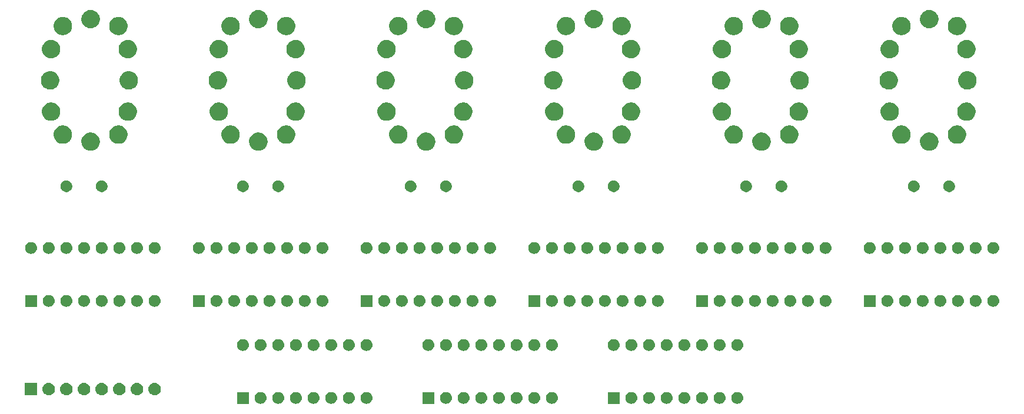
<source format=gbr>
G04 #@! TF.GenerationSoftware,KiCad,Pcbnew,(5.0.2)-1*
G04 #@! TF.CreationDate,2019-01-06T13:33:06-08:00*
G04 #@! TF.ProjectId,banana-nixie-clock,62616e61-6e61-42d6-9e69-7869652d636c,rev?*
G04 #@! TF.SameCoordinates,Original*
G04 #@! TF.FileFunction,Soldermask,Top*
G04 #@! TF.FilePolarity,Negative*
%FSLAX46Y46*%
G04 Gerber Fmt 4.6, Leading zero omitted, Abs format (unit mm)*
G04 Created by KiCad (PCBNEW (5.0.2)-1) date 1/6/2019 1:33:06 PM*
%MOMM*%
%LPD*%
G01*
G04 APERTURE LIST*
%ADD10C,0.100000*%
G04 APERTURE END LIST*
D10*
G36*
X84671000Y-99911000D02*
X82969000Y-99911000D01*
X82969000Y-98209000D01*
X84671000Y-98209000D01*
X84671000Y-99911000D01*
X84671000Y-99911000D01*
G37*
G36*
X67476821Y-98221313D02*
X67476824Y-98221314D01*
X67476825Y-98221314D01*
X67637239Y-98269975D01*
X67637241Y-98269976D01*
X67637244Y-98269977D01*
X67785078Y-98348995D01*
X67914659Y-98455341D01*
X68021005Y-98584922D01*
X68100023Y-98732756D01*
X68148687Y-98893179D01*
X68165117Y-99060000D01*
X68148687Y-99226821D01*
X68100023Y-99387244D01*
X68021005Y-99535078D01*
X67914659Y-99664659D01*
X67785078Y-99771005D01*
X67637244Y-99850023D01*
X67637241Y-99850024D01*
X67637239Y-99850025D01*
X67476825Y-99898686D01*
X67476824Y-99898686D01*
X67476821Y-99898687D01*
X67351804Y-99911000D01*
X67268196Y-99911000D01*
X67143179Y-99898687D01*
X67143176Y-99898686D01*
X67143175Y-99898686D01*
X66982761Y-99850025D01*
X66982759Y-99850024D01*
X66982756Y-99850023D01*
X66834922Y-99771005D01*
X66705341Y-99664659D01*
X66598995Y-99535078D01*
X66519977Y-99387244D01*
X66471313Y-99226821D01*
X66454883Y-99060000D01*
X66471313Y-98893179D01*
X66519977Y-98732756D01*
X66598995Y-98584922D01*
X66705341Y-98455341D01*
X66834922Y-98348995D01*
X66982756Y-98269977D01*
X66982759Y-98269976D01*
X66982761Y-98269975D01*
X67143175Y-98221314D01*
X67143176Y-98221314D01*
X67143179Y-98221313D01*
X67268196Y-98209000D01*
X67351804Y-98209000D01*
X67476821Y-98221313D01*
X67476821Y-98221313D01*
G37*
G36*
X128436821Y-98221313D02*
X128436824Y-98221314D01*
X128436825Y-98221314D01*
X128597239Y-98269975D01*
X128597241Y-98269976D01*
X128597244Y-98269977D01*
X128745078Y-98348995D01*
X128874659Y-98455341D01*
X128981005Y-98584922D01*
X129060023Y-98732756D01*
X129108687Y-98893179D01*
X129125117Y-99060000D01*
X129108687Y-99226821D01*
X129060023Y-99387244D01*
X128981005Y-99535078D01*
X128874659Y-99664659D01*
X128745078Y-99771005D01*
X128597244Y-99850023D01*
X128597241Y-99850024D01*
X128597239Y-99850025D01*
X128436825Y-99898686D01*
X128436824Y-99898686D01*
X128436821Y-99898687D01*
X128311804Y-99911000D01*
X128228196Y-99911000D01*
X128103179Y-99898687D01*
X128103176Y-99898686D01*
X128103175Y-99898686D01*
X127942761Y-99850025D01*
X127942759Y-99850024D01*
X127942756Y-99850023D01*
X127794922Y-99771005D01*
X127665341Y-99664659D01*
X127558995Y-99535078D01*
X127479977Y-99387244D01*
X127431313Y-99226821D01*
X127414883Y-99060000D01*
X127431313Y-98893179D01*
X127479977Y-98732756D01*
X127558995Y-98584922D01*
X127665341Y-98455341D01*
X127794922Y-98348995D01*
X127942756Y-98269977D01*
X127942759Y-98269976D01*
X127942761Y-98269975D01*
X128103175Y-98221314D01*
X128103176Y-98221314D01*
X128103179Y-98221313D01*
X128228196Y-98209000D01*
X128311804Y-98209000D01*
X128436821Y-98221313D01*
X128436821Y-98221313D01*
G37*
G36*
X123356821Y-98221313D02*
X123356824Y-98221314D01*
X123356825Y-98221314D01*
X123517239Y-98269975D01*
X123517241Y-98269976D01*
X123517244Y-98269977D01*
X123665078Y-98348995D01*
X123794659Y-98455341D01*
X123901005Y-98584922D01*
X123980023Y-98732756D01*
X124028687Y-98893179D01*
X124045117Y-99060000D01*
X124028687Y-99226821D01*
X123980023Y-99387244D01*
X123901005Y-99535078D01*
X123794659Y-99664659D01*
X123665078Y-99771005D01*
X123517244Y-99850023D01*
X123517241Y-99850024D01*
X123517239Y-99850025D01*
X123356825Y-99898686D01*
X123356824Y-99898686D01*
X123356821Y-99898687D01*
X123231804Y-99911000D01*
X123148196Y-99911000D01*
X123023179Y-99898687D01*
X123023176Y-99898686D01*
X123023175Y-99898686D01*
X122862761Y-99850025D01*
X122862759Y-99850024D01*
X122862756Y-99850023D01*
X122714922Y-99771005D01*
X122585341Y-99664659D01*
X122478995Y-99535078D01*
X122399977Y-99387244D01*
X122351313Y-99226821D01*
X122334883Y-99060000D01*
X122351313Y-98893179D01*
X122399977Y-98732756D01*
X122478995Y-98584922D01*
X122585341Y-98455341D01*
X122714922Y-98348995D01*
X122862756Y-98269977D01*
X122862759Y-98269976D01*
X122862761Y-98269975D01*
X123023175Y-98221314D01*
X123023176Y-98221314D01*
X123023179Y-98221313D01*
X123148196Y-98209000D01*
X123231804Y-98209000D01*
X123356821Y-98221313D01*
X123356821Y-98221313D01*
G37*
G36*
X120816821Y-98221313D02*
X120816824Y-98221314D01*
X120816825Y-98221314D01*
X120977239Y-98269975D01*
X120977241Y-98269976D01*
X120977244Y-98269977D01*
X121125078Y-98348995D01*
X121254659Y-98455341D01*
X121361005Y-98584922D01*
X121440023Y-98732756D01*
X121488687Y-98893179D01*
X121505117Y-99060000D01*
X121488687Y-99226821D01*
X121440023Y-99387244D01*
X121361005Y-99535078D01*
X121254659Y-99664659D01*
X121125078Y-99771005D01*
X120977244Y-99850023D01*
X120977241Y-99850024D01*
X120977239Y-99850025D01*
X120816825Y-99898686D01*
X120816824Y-99898686D01*
X120816821Y-99898687D01*
X120691804Y-99911000D01*
X120608196Y-99911000D01*
X120483179Y-99898687D01*
X120483176Y-99898686D01*
X120483175Y-99898686D01*
X120322761Y-99850025D01*
X120322759Y-99850024D01*
X120322756Y-99850023D01*
X120174922Y-99771005D01*
X120045341Y-99664659D01*
X119938995Y-99535078D01*
X119859977Y-99387244D01*
X119811313Y-99226821D01*
X119794883Y-99060000D01*
X119811313Y-98893179D01*
X119859977Y-98732756D01*
X119938995Y-98584922D01*
X120045341Y-98455341D01*
X120174922Y-98348995D01*
X120322756Y-98269977D01*
X120322759Y-98269976D01*
X120322761Y-98269975D01*
X120483175Y-98221314D01*
X120483176Y-98221314D01*
X120483179Y-98221313D01*
X120608196Y-98209000D01*
X120691804Y-98209000D01*
X120816821Y-98221313D01*
X120816821Y-98221313D01*
G37*
G36*
X118276821Y-98221313D02*
X118276824Y-98221314D01*
X118276825Y-98221314D01*
X118437239Y-98269975D01*
X118437241Y-98269976D01*
X118437244Y-98269977D01*
X118585078Y-98348995D01*
X118714659Y-98455341D01*
X118821005Y-98584922D01*
X118900023Y-98732756D01*
X118948687Y-98893179D01*
X118965117Y-99060000D01*
X118948687Y-99226821D01*
X118900023Y-99387244D01*
X118821005Y-99535078D01*
X118714659Y-99664659D01*
X118585078Y-99771005D01*
X118437244Y-99850023D01*
X118437241Y-99850024D01*
X118437239Y-99850025D01*
X118276825Y-99898686D01*
X118276824Y-99898686D01*
X118276821Y-99898687D01*
X118151804Y-99911000D01*
X118068196Y-99911000D01*
X117943179Y-99898687D01*
X117943176Y-99898686D01*
X117943175Y-99898686D01*
X117782761Y-99850025D01*
X117782759Y-99850024D01*
X117782756Y-99850023D01*
X117634922Y-99771005D01*
X117505341Y-99664659D01*
X117398995Y-99535078D01*
X117319977Y-99387244D01*
X117271313Y-99226821D01*
X117254883Y-99060000D01*
X117271313Y-98893179D01*
X117319977Y-98732756D01*
X117398995Y-98584922D01*
X117505341Y-98455341D01*
X117634922Y-98348995D01*
X117782756Y-98269977D01*
X117782759Y-98269976D01*
X117782761Y-98269975D01*
X117943175Y-98221314D01*
X117943176Y-98221314D01*
X117943179Y-98221313D01*
X118068196Y-98209000D01*
X118151804Y-98209000D01*
X118276821Y-98221313D01*
X118276821Y-98221313D01*
G37*
G36*
X115736821Y-98221313D02*
X115736824Y-98221314D01*
X115736825Y-98221314D01*
X115897239Y-98269975D01*
X115897241Y-98269976D01*
X115897244Y-98269977D01*
X116045078Y-98348995D01*
X116174659Y-98455341D01*
X116281005Y-98584922D01*
X116360023Y-98732756D01*
X116408687Y-98893179D01*
X116425117Y-99060000D01*
X116408687Y-99226821D01*
X116360023Y-99387244D01*
X116281005Y-99535078D01*
X116174659Y-99664659D01*
X116045078Y-99771005D01*
X115897244Y-99850023D01*
X115897241Y-99850024D01*
X115897239Y-99850025D01*
X115736825Y-99898686D01*
X115736824Y-99898686D01*
X115736821Y-99898687D01*
X115611804Y-99911000D01*
X115528196Y-99911000D01*
X115403179Y-99898687D01*
X115403176Y-99898686D01*
X115403175Y-99898686D01*
X115242761Y-99850025D01*
X115242759Y-99850024D01*
X115242756Y-99850023D01*
X115094922Y-99771005D01*
X114965341Y-99664659D01*
X114858995Y-99535078D01*
X114779977Y-99387244D01*
X114731313Y-99226821D01*
X114714883Y-99060000D01*
X114731313Y-98893179D01*
X114779977Y-98732756D01*
X114858995Y-98584922D01*
X114965341Y-98455341D01*
X115094922Y-98348995D01*
X115242756Y-98269977D01*
X115242759Y-98269976D01*
X115242761Y-98269975D01*
X115403175Y-98221314D01*
X115403176Y-98221314D01*
X115403179Y-98221313D01*
X115528196Y-98209000D01*
X115611804Y-98209000D01*
X115736821Y-98221313D01*
X115736821Y-98221313D01*
G37*
G36*
X113196821Y-98221313D02*
X113196824Y-98221314D01*
X113196825Y-98221314D01*
X113357239Y-98269975D01*
X113357241Y-98269976D01*
X113357244Y-98269977D01*
X113505078Y-98348995D01*
X113634659Y-98455341D01*
X113741005Y-98584922D01*
X113820023Y-98732756D01*
X113868687Y-98893179D01*
X113885117Y-99060000D01*
X113868687Y-99226821D01*
X113820023Y-99387244D01*
X113741005Y-99535078D01*
X113634659Y-99664659D01*
X113505078Y-99771005D01*
X113357244Y-99850023D01*
X113357241Y-99850024D01*
X113357239Y-99850025D01*
X113196825Y-99898686D01*
X113196824Y-99898686D01*
X113196821Y-99898687D01*
X113071804Y-99911000D01*
X112988196Y-99911000D01*
X112863179Y-99898687D01*
X112863176Y-99898686D01*
X112863175Y-99898686D01*
X112702761Y-99850025D01*
X112702759Y-99850024D01*
X112702756Y-99850023D01*
X112554922Y-99771005D01*
X112425341Y-99664659D01*
X112318995Y-99535078D01*
X112239977Y-99387244D01*
X112191313Y-99226821D01*
X112174883Y-99060000D01*
X112191313Y-98893179D01*
X112239977Y-98732756D01*
X112318995Y-98584922D01*
X112425341Y-98455341D01*
X112554922Y-98348995D01*
X112702756Y-98269977D01*
X112702759Y-98269976D01*
X112702761Y-98269975D01*
X112863175Y-98221314D01*
X112863176Y-98221314D01*
X112863179Y-98221313D01*
X112988196Y-98209000D01*
X113071804Y-98209000D01*
X113196821Y-98221313D01*
X113196821Y-98221313D01*
G37*
G36*
X111341000Y-99911000D02*
X109639000Y-99911000D01*
X109639000Y-98209000D01*
X111341000Y-98209000D01*
X111341000Y-99911000D01*
X111341000Y-99911000D01*
G37*
G36*
X75096821Y-98221313D02*
X75096824Y-98221314D01*
X75096825Y-98221314D01*
X75257239Y-98269975D01*
X75257241Y-98269976D01*
X75257244Y-98269977D01*
X75405078Y-98348995D01*
X75534659Y-98455341D01*
X75641005Y-98584922D01*
X75720023Y-98732756D01*
X75768687Y-98893179D01*
X75785117Y-99060000D01*
X75768687Y-99226821D01*
X75720023Y-99387244D01*
X75641005Y-99535078D01*
X75534659Y-99664659D01*
X75405078Y-99771005D01*
X75257244Y-99850023D01*
X75257241Y-99850024D01*
X75257239Y-99850025D01*
X75096825Y-99898686D01*
X75096824Y-99898686D01*
X75096821Y-99898687D01*
X74971804Y-99911000D01*
X74888196Y-99911000D01*
X74763179Y-99898687D01*
X74763176Y-99898686D01*
X74763175Y-99898686D01*
X74602761Y-99850025D01*
X74602759Y-99850024D01*
X74602756Y-99850023D01*
X74454922Y-99771005D01*
X74325341Y-99664659D01*
X74218995Y-99535078D01*
X74139977Y-99387244D01*
X74091313Y-99226821D01*
X74074883Y-99060000D01*
X74091313Y-98893179D01*
X74139977Y-98732756D01*
X74218995Y-98584922D01*
X74325341Y-98455341D01*
X74454922Y-98348995D01*
X74602756Y-98269977D01*
X74602759Y-98269976D01*
X74602761Y-98269975D01*
X74763175Y-98221314D01*
X74763176Y-98221314D01*
X74763179Y-98221313D01*
X74888196Y-98209000D01*
X74971804Y-98209000D01*
X75096821Y-98221313D01*
X75096821Y-98221313D01*
G37*
G36*
X72556821Y-98221313D02*
X72556824Y-98221314D01*
X72556825Y-98221314D01*
X72717239Y-98269975D01*
X72717241Y-98269976D01*
X72717244Y-98269977D01*
X72865078Y-98348995D01*
X72994659Y-98455341D01*
X73101005Y-98584922D01*
X73180023Y-98732756D01*
X73228687Y-98893179D01*
X73245117Y-99060000D01*
X73228687Y-99226821D01*
X73180023Y-99387244D01*
X73101005Y-99535078D01*
X72994659Y-99664659D01*
X72865078Y-99771005D01*
X72717244Y-99850023D01*
X72717241Y-99850024D01*
X72717239Y-99850025D01*
X72556825Y-99898686D01*
X72556824Y-99898686D01*
X72556821Y-99898687D01*
X72431804Y-99911000D01*
X72348196Y-99911000D01*
X72223179Y-99898687D01*
X72223176Y-99898686D01*
X72223175Y-99898686D01*
X72062761Y-99850025D01*
X72062759Y-99850024D01*
X72062756Y-99850023D01*
X71914922Y-99771005D01*
X71785341Y-99664659D01*
X71678995Y-99535078D01*
X71599977Y-99387244D01*
X71551313Y-99226821D01*
X71534883Y-99060000D01*
X71551313Y-98893179D01*
X71599977Y-98732756D01*
X71678995Y-98584922D01*
X71785341Y-98455341D01*
X71914922Y-98348995D01*
X72062756Y-98269977D01*
X72062759Y-98269976D01*
X72062761Y-98269975D01*
X72223175Y-98221314D01*
X72223176Y-98221314D01*
X72223179Y-98221313D01*
X72348196Y-98209000D01*
X72431804Y-98209000D01*
X72556821Y-98221313D01*
X72556821Y-98221313D01*
G37*
G36*
X70016821Y-98221313D02*
X70016824Y-98221314D01*
X70016825Y-98221314D01*
X70177239Y-98269975D01*
X70177241Y-98269976D01*
X70177244Y-98269977D01*
X70325078Y-98348995D01*
X70454659Y-98455341D01*
X70561005Y-98584922D01*
X70640023Y-98732756D01*
X70688687Y-98893179D01*
X70705117Y-99060000D01*
X70688687Y-99226821D01*
X70640023Y-99387244D01*
X70561005Y-99535078D01*
X70454659Y-99664659D01*
X70325078Y-99771005D01*
X70177244Y-99850023D01*
X70177241Y-99850024D01*
X70177239Y-99850025D01*
X70016825Y-99898686D01*
X70016824Y-99898686D01*
X70016821Y-99898687D01*
X69891804Y-99911000D01*
X69808196Y-99911000D01*
X69683179Y-99898687D01*
X69683176Y-99898686D01*
X69683175Y-99898686D01*
X69522761Y-99850025D01*
X69522759Y-99850024D01*
X69522756Y-99850023D01*
X69374922Y-99771005D01*
X69245341Y-99664659D01*
X69138995Y-99535078D01*
X69059977Y-99387244D01*
X69011313Y-99226821D01*
X68994883Y-99060000D01*
X69011313Y-98893179D01*
X69059977Y-98732756D01*
X69138995Y-98584922D01*
X69245341Y-98455341D01*
X69374922Y-98348995D01*
X69522756Y-98269977D01*
X69522759Y-98269976D01*
X69522761Y-98269975D01*
X69683175Y-98221314D01*
X69683176Y-98221314D01*
X69683179Y-98221313D01*
X69808196Y-98209000D01*
X69891804Y-98209000D01*
X70016821Y-98221313D01*
X70016821Y-98221313D01*
G37*
G36*
X125896821Y-98221313D02*
X125896824Y-98221314D01*
X125896825Y-98221314D01*
X126057239Y-98269975D01*
X126057241Y-98269976D01*
X126057244Y-98269977D01*
X126205078Y-98348995D01*
X126334659Y-98455341D01*
X126441005Y-98584922D01*
X126520023Y-98732756D01*
X126568687Y-98893179D01*
X126585117Y-99060000D01*
X126568687Y-99226821D01*
X126520023Y-99387244D01*
X126441005Y-99535078D01*
X126334659Y-99664659D01*
X126205078Y-99771005D01*
X126057244Y-99850023D01*
X126057241Y-99850024D01*
X126057239Y-99850025D01*
X125896825Y-99898686D01*
X125896824Y-99898686D01*
X125896821Y-99898687D01*
X125771804Y-99911000D01*
X125688196Y-99911000D01*
X125563179Y-99898687D01*
X125563176Y-99898686D01*
X125563175Y-99898686D01*
X125402761Y-99850025D01*
X125402759Y-99850024D01*
X125402756Y-99850023D01*
X125254922Y-99771005D01*
X125125341Y-99664659D01*
X125018995Y-99535078D01*
X124939977Y-99387244D01*
X124891313Y-99226821D01*
X124874883Y-99060000D01*
X124891313Y-98893179D01*
X124939977Y-98732756D01*
X125018995Y-98584922D01*
X125125341Y-98455341D01*
X125254922Y-98348995D01*
X125402756Y-98269977D01*
X125402759Y-98269976D01*
X125402761Y-98269975D01*
X125563175Y-98221314D01*
X125563176Y-98221314D01*
X125563179Y-98221313D01*
X125688196Y-98209000D01*
X125771804Y-98209000D01*
X125896821Y-98221313D01*
X125896821Y-98221313D01*
G37*
G36*
X62396821Y-98221313D02*
X62396824Y-98221314D01*
X62396825Y-98221314D01*
X62557239Y-98269975D01*
X62557241Y-98269976D01*
X62557244Y-98269977D01*
X62705078Y-98348995D01*
X62834659Y-98455341D01*
X62941005Y-98584922D01*
X63020023Y-98732756D01*
X63068687Y-98893179D01*
X63085117Y-99060000D01*
X63068687Y-99226821D01*
X63020023Y-99387244D01*
X62941005Y-99535078D01*
X62834659Y-99664659D01*
X62705078Y-99771005D01*
X62557244Y-99850023D01*
X62557241Y-99850024D01*
X62557239Y-99850025D01*
X62396825Y-99898686D01*
X62396824Y-99898686D01*
X62396821Y-99898687D01*
X62271804Y-99911000D01*
X62188196Y-99911000D01*
X62063179Y-99898687D01*
X62063176Y-99898686D01*
X62063175Y-99898686D01*
X61902761Y-99850025D01*
X61902759Y-99850024D01*
X61902756Y-99850023D01*
X61754922Y-99771005D01*
X61625341Y-99664659D01*
X61518995Y-99535078D01*
X61439977Y-99387244D01*
X61391313Y-99226821D01*
X61374883Y-99060000D01*
X61391313Y-98893179D01*
X61439977Y-98732756D01*
X61518995Y-98584922D01*
X61625341Y-98455341D01*
X61754922Y-98348995D01*
X61902756Y-98269977D01*
X61902759Y-98269976D01*
X61902761Y-98269975D01*
X62063175Y-98221314D01*
X62063176Y-98221314D01*
X62063179Y-98221313D01*
X62188196Y-98209000D01*
X62271804Y-98209000D01*
X62396821Y-98221313D01*
X62396821Y-98221313D01*
G37*
G36*
X59856821Y-98221313D02*
X59856824Y-98221314D01*
X59856825Y-98221314D01*
X60017239Y-98269975D01*
X60017241Y-98269976D01*
X60017244Y-98269977D01*
X60165078Y-98348995D01*
X60294659Y-98455341D01*
X60401005Y-98584922D01*
X60480023Y-98732756D01*
X60528687Y-98893179D01*
X60545117Y-99060000D01*
X60528687Y-99226821D01*
X60480023Y-99387244D01*
X60401005Y-99535078D01*
X60294659Y-99664659D01*
X60165078Y-99771005D01*
X60017244Y-99850023D01*
X60017241Y-99850024D01*
X60017239Y-99850025D01*
X59856825Y-99898686D01*
X59856824Y-99898686D01*
X59856821Y-99898687D01*
X59731804Y-99911000D01*
X59648196Y-99911000D01*
X59523179Y-99898687D01*
X59523176Y-99898686D01*
X59523175Y-99898686D01*
X59362761Y-99850025D01*
X59362759Y-99850024D01*
X59362756Y-99850023D01*
X59214922Y-99771005D01*
X59085341Y-99664659D01*
X58978995Y-99535078D01*
X58899977Y-99387244D01*
X58851313Y-99226821D01*
X58834883Y-99060000D01*
X58851313Y-98893179D01*
X58899977Y-98732756D01*
X58978995Y-98584922D01*
X59085341Y-98455341D01*
X59214922Y-98348995D01*
X59362756Y-98269977D01*
X59362759Y-98269976D01*
X59362761Y-98269975D01*
X59523175Y-98221314D01*
X59523176Y-98221314D01*
X59523179Y-98221313D01*
X59648196Y-98209000D01*
X59731804Y-98209000D01*
X59856821Y-98221313D01*
X59856821Y-98221313D01*
G37*
G36*
X58001000Y-99911000D02*
X56299000Y-99911000D01*
X56299000Y-98209000D01*
X58001000Y-98209000D01*
X58001000Y-99911000D01*
X58001000Y-99911000D01*
G37*
G36*
X101766821Y-98221313D02*
X101766824Y-98221314D01*
X101766825Y-98221314D01*
X101927239Y-98269975D01*
X101927241Y-98269976D01*
X101927244Y-98269977D01*
X102075078Y-98348995D01*
X102204659Y-98455341D01*
X102311005Y-98584922D01*
X102390023Y-98732756D01*
X102438687Y-98893179D01*
X102455117Y-99060000D01*
X102438687Y-99226821D01*
X102390023Y-99387244D01*
X102311005Y-99535078D01*
X102204659Y-99664659D01*
X102075078Y-99771005D01*
X101927244Y-99850023D01*
X101927241Y-99850024D01*
X101927239Y-99850025D01*
X101766825Y-99898686D01*
X101766824Y-99898686D01*
X101766821Y-99898687D01*
X101641804Y-99911000D01*
X101558196Y-99911000D01*
X101433179Y-99898687D01*
X101433176Y-99898686D01*
X101433175Y-99898686D01*
X101272761Y-99850025D01*
X101272759Y-99850024D01*
X101272756Y-99850023D01*
X101124922Y-99771005D01*
X100995341Y-99664659D01*
X100888995Y-99535078D01*
X100809977Y-99387244D01*
X100761313Y-99226821D01*
X100744883Y-99060000D01*
X100761313Y-98893179D01*
X100809977Y-98732756D01*
X100888995Y-98584922D01*
X100995341Y-98455341D01*
X101124922Y-98348995D01*
X101272756Y-98269977D01*
X101272759Y-98269976D01*
X101272761Y-98269975D01*
X101433175Y-98221314D01*
X101433176Y-98221314D01*
X101433179Y-98221313D01*
X101558196Y-98209000D01*
X101641804Y-98209000D01*
X101766821Y-98221313D01*
X101766821Y-98221313D01*
G37*
G36*
X99226821Y-98221313D02*
X99226824Y-98221314D01*
X99226825Y-98221314D01*
X99387239Y-98269975D01*
X99387241Y-98269976D01*
X99387244Y-98269977D01*
X99535078Y-98348995D01*
X99664659Y-98455341D01*
X99771005Y-98584922D01*
X99850023Y-98732756D01*
X99898687Y-98893179D01*
X99915117Y-99060000D01*
X99898687Y-99226821D01*
X99850023Y-99387244D01*
X99771005Y-99535078D01*
X99664659Y-99664659D01*
X99535078Y-99771005D01*
X99387244Y-99850023D01*
X99387241Y-99850024D01*
X99387239Y-99850025D01*
X99226825Y-99898686D01*
X99226824Y-99898686D01*
X99226821Y-99898687D01*
X99101804Y-99911000D01*
X99018196Y-99911000D01*
X98893179Y-99898687D01*
X98893176Y-99898686D01*
X98893175Y-99898686D01*
X98732761Y-99850025D01*
X98732759Y-99850024D01*
X98732756Y-99850023D01*
X98584922Y-99771005D01*
X98455341Y-99664659D01*
X98348995Y-99535078D01*
X98269977Y-99387244D01*
X98221313Y-99226821D01*
X98204883Y-99060000D01*
X98221313Y-98893179D01*
X98269977Y-98732756D01*
X98348995Y-98584922D01*
X98455341Y-98455341D01*
X98584922Y-98348995D01*
X98732756Y-98269977D01*
X98732759Y-98269976D01*
X98732761Y-98269975D01*
X98893175Y-98221314D01*
X98893176Y-98221314D01*
X98893179Y-98221313D01*
X99018196Y-98209000D01*
X99101804Y-98209000D01*
X99226821Y-98221313D01*
X99226821Y-98221313D01*
G37*
G36*
X96686821Y-98221313D02*
X96686824Y-98221314D01*
X96686825Y-98221314D01*
X96847239Y-98269975D01*
X96847241Y-98269976D01*
X96847244Y-98269977D01*
X96995078Y-98348995D01*
X97124659Y-98455341D01*
X97231005Y-98584922D01*
X97310023Y-98732756D01*
X97358687Y-98893179D01*
X97375117Y-99060000D01*
X97358687Y-99226821D01*
X97310023Y-99387244D01*
X97231005Y-99535078D01*
X97124659Y-99664659D01*
X96995078Y-99771005D01*
X96847244Y-99850023D01*
X96847241Y-99850024D01*
X96847239Y-99850025D01*
X96686825Y-99898686D01*
X96686824Y-99898686D01*
X96686821Y-99898687D01*
X96561804Y-99911000D01*
X96478196Y-99911000D01*
X96353179Y-99898687D01*
X96353176Y-99898686D01*
X96353175Y-99898686D01*
X96192761Y-99850025D01*
X96192759Y-99850024D01*
X96192756Y-99850023D01*
X96044922Y-99771005D01*
X95915341Y-99664659D01*
X95808995Y-99535078D01*
X95729977Y-99387244D01*
X95681313Y-99226821D01*
X95664883Y-99060000D01*
X95681313Y-98893179D01*
X95729977Y-98732756D01*
X95808995Y-98584922D01*
X95915341Y-98455341D01*
X96044922Y-98348995D01*
X96192756Y-98269977D01*
X96192759Y-98269976D01*
X96192761Y-98269975D01*
X96353175Y-98221314D01*
X96353176Y-98221314D01*
X96353179Y-98221313D01*
X96478196Y-98209000D01*
X96561804Y-98209000D01*
X96686821Y-98221313D01*
X96686821Y-98221313D01*
G37*
G36*
X94146821Y-98221313D02*
X94146824Y-98221314D01*
X94146825Y-98221314D01*
X94307239Y-98269975D01*
X94307241Y-98269976D01*
X94307244Y-98269977D01*
X94455078Y-98348995D01*
X94584659Y-98455341D01*
X94691005Y-98584922D01*
X94770023Y-98732756D01*
X94818687Y-98893179D01*
X94835117Y-99060000D01*
X94818687Y-99226821D01*
X94770023Y-99387244D01*
X94691005Y-99535078D01*
X94584659Y-99664659D01*
X94455078Y-99771005D01*
X94307244Y-99850023D01*
X94307241Y-99850024D01*
X94307239Y-99850025D01*
X94146825Y-99898686D01*
X94146824Y-99898686D01*
X94146821Y-99898687D01*
X94021804Y-99911000D01*
X93938196Y-99911000D01*
X93813179Y-99898687D01*
X93813176Y-99898686D01*
X93813175Y-99898686D01*
X93652761Y-99850025D01*
X93652759Y-99850024D01*
X93652756Y-99850023D01*
X93504922Y-99771005D01*
X93375341Y-99664659D01*
X93268995Y-99535078D01*
X93189977Y-99387244D01*
X93141313Y-99226821D01*
X93124883Y-99060000D01*
X93141313Y-98893179D01*
X93189977Y-98732756D01*
X93268995Y-98584922D01*
X93375341Y-98455341D01*
X93504922Y-98348995D01*
X93652756Y-98269977D01*
X93652759Y-98269976D01*
X93652761Y-98269975D01*
X93813175Y-98221314D01*
X93813176Y-98221314D01*
X93813179Y-98221313D01*
X93938196Y-98209000D01*
X94021804Y-98209000D01*
X94146821Y-98221313D01*
X94146821Y-98221313D01*
G37*
G36*
X91606821Y-98221313D02*
X91606824Y-98221314D01*
X91606825Y-98221314D01*
X91767239Y-98269975D01*
X91767241Y-98269976D01*
X91767244Y-98269977D01*
X91915078Y-98348995D01*
X92044659Y-98455341D01*
X92151005Y-98584922D01*
X92230023Y-98732756D01*
X92278687Y-98893179D01*
X92295117Y-99060000D01*
X92278687Y-99226821D01*
X92230023Y-99387244D01*
X92151005Y-99535078D01*
X92044659Y-99664659D01*
X91915078Y-99771005D01*
X91767244Y-99850023D01*
X91767241Y-99850024D01*
X91767239Y-99850025D01*
X91606825Y-99898686D01*
X91606824Y-99898686D01*
X91606821Y-99898687D01*
X91481804Y-99911000D01*
X91398196Y-99911000D01*
X91273179Y-99898687D01*
X91273176Y-99898686D01*
X91273175Y-99898686D01*
X91112761Y-99850025D01*
X91112759Y-99850024D01*
X91112756Y-99850023D01*
X90964922Y-99771005D01*
X90835341Y-99664659D01*
X90728995Y-99535078D01*
X90649977Y-99387244D01*
X90601313Y-99226821D01*
X90584883Y-99060000D01*
X90601313Y-98893179D01*
X90649977Y-98732756D01*
X90728995Y-98584922D01*
X90835341Y-98455341D01*
X90964922Y-98348995D01*
X91112756Y-98269977D01*
X91112759Y-98269976D01*
X91112761Y-98269975D01*
X91273175Y-98221314D01*
X91273176Y-98221314D01*
X91273179Y-98221313D01*
X91398196Y-98209000D01*
X91481804Y-98209000D01*
X91606821Y-98221313D01*
X91606821Y-98221313D01*
G37*
G36*
X89066821Y-98221313D02*
X89066824Y-98221314D01*
X89066825Y-98221314D01*
X89227239Y-98269975D01*
X89227241Y-98269976D01*
X89227244Y-98269977D01*
X89375078Y-98348995D01*
X89504659Y-98455341D01*
X89611005Y-98584922D01*
X89690023Y-98732756D01*
X89738687Y-98893179D01*
X89755117Y-99060000D01*
X89738687Y-99226821D01*
X89690023Y-99387244D01*
X89611005Y-99535078D01*
X89504659Y-99664659D01*
X89375078Y-99771005D01*
X89227244Y-99850023D01*
X89227241Y-99850024D01*
X89227239Y-99850025D01*
X89066825Y-99898686D01*
X89066824Y-99898686D01*
X89066821Y-99898687D01*
X88941804Y-99911000D01*
X88858196Y-99911000D01*
X88733179Y-99898687D01*
X88733176Y-99898686D01*
X88733175Y-99898686D01*
X88572761Y-99850025D01*
X88572759Y-99850024D01*
X88572756Y-99850023D01*
X88424922Y-99771005D01*
X88295341Y-99664659D01*
X88188995Y-99535078D01*
X88109977Y-99387244D01*
X88061313Y-99226821D01*
X88044883Y-99060000D01*
X88061313Y-98893179D01*
X88109977Y-98732756D01*
X88188995Y-98584922D01*
X88295341Y-98455341D01*
X88424922Y-98348995D01*
X88572756Y-98269977D01*
X88572759Y-98269976D01*
X88572761Y-98269975D01*
X88733175Y-98221314D01*
X88733176Y-98221314D01*
X88733179Y-98221313D01*
X88858196Y-98209000D01*
X88941804Y-98209000D01*
X89066821Y-98221313D01*
X89066821Y-98221313D01*
G37*
G36*
X86526821Y-98221313D02*
X86526824Y-98221314D01*
X86526825Y-98221314D01*
X86687239Y-98269975D01*
X86687241Y-98269976D01*
X86687244Y-98269977D01*
X86835078Y-98348995D01*
X86964659Y-98455341D01*
X87071005Y-98584922D01*
X87150023Y-98732756D01*
X87198687Y-98893179D01*
X87215117Y-99060000D01*
X87198687Y-99226821D01*
X87150023Y-99387244D01*
X87071005Y-99535078D01*
X86964659Y-99664659D01*
X86835078Y-99771005D01*
X86687244Y-99850023D01*
X86687241Y-99850024D01*
X86687239Y-99850025D01*
X86526825Y-99898686D01*
X86526824Y-99898686D01*
X86526821Y-99898687D01*
X86401804Y-99911000D01*
X86318196Y-99911000D01*
X86193179Y-99898687D01*
X86193176Y-99898686D01*
X86193175Y-99898686D01*
X86032761Y-99850025D01*
X86032759Y-99850024D01*
X86032756Y-99850023D01*
X85884922Y-99771005D01*
X85755341Y-99664659D01*
X85648995Y-99535078D01*
X85569977Y-99387244D01*
X85521313Y-99226821D01*
X85504883Y-99060000D01*
X85521313Y-98893179D01*
X85569977Y-98732756D01*
X85648995Y-98584922D01*
X85755341Y-98455341D01*
X85884922Y-98348995D01*
X86032756Y-98269977D01*
X86032759Y-98269976D01*
X86032761Y-98269975D01*
X86193175Y-98221314D01*
X86193176Y-98221314D01*
X86193179Y-98221313D01*
X86318196Y-98209000D01*
X86401804Y-98209000D01*
X86526821Y-98221313D01*
X86526821Y-98221313D01*
G37*
G36*
X64936821Y-98221313D02*
X64936824Y-98221314D01*
X64936825Y-98221314D01*
X65097239Y-98269975D01*
X65097241Y-98269976D01*
X65097244Y-98269977D01*
X65245078Y-98348995D01*
X65374659Y-98455341D01*
X65481005Y-98584922D01*
X65560023Y-98732756D01*
X65608687Y-98893179D01*
X65625117Y-99060000D01*
X65608687Y-99226821D01*
X65560023Y-99387244D01*
X65481005Y-99535078D01*
X65374659Y-99664659D01*
X65245078Y-99771005D01*
X65097244Y-99850023D01*
X65097241Y-99850024D01*
X65097239Y-99850025D01*
X64936825Y-99898686D01*
X64936824Y-99898686D01*
X64936821Y-99898687D01*
X64811804Y-99911000D01*
X64728196Y-99911000D01*
X64603179Y-99898687D01*
X64603176Y-99898686D01*
X64603175Y-99898686D01*
X64442761Y-99850025D01*
X64442759Y-99850024D01*
X64442756Y-99850023D01*
X64294922Y-99771005D01*
X64165341Y-99664659D01*
X64058995Y-99535078D01*
X63979977Y-99387244D01*
X63931313Y-99226821D01*
X63914883Y-99060000D01*
X63931313Y-98893179D01*
X63979977Y-98732756D01*
X64058995Y-98584922D01*
X64165341Y-98455341D01*
X64294922Y-98348995D01*
X64442756Y-98269977D01*
X64442759Y-98269976D01*
X64442761Y-98269975D01*
X64603175Y-98221314D01*
X64603176Y-98221314D01*
X64603179Y-98221313D01*
X64728196Y-98209000D01*
X64811804Y-98209000D01*
X64936821Y-98221313D01*
X64936821Y-98221313D01*
G37*
G36*
X27571000Y-98691000D02*
X25769000Y-98691000D01*
X25769000Y-96889000D01*
X27571000Y-96889000D01*
X27571000Y-98691000D01*
X27571000Y-98691000D01*
G37*
G36*
X34400442Y-96895518D02*
X34466627Y-96902037D01*
X34579853Y-96936384D01*
X34636467Y-96953557D01*
X34775087Y-97027652D01*
X34792991Y-97037222D01*
X34828729Y-97066552D01*
X34930186Y-97149814D01*
X35013448Y-97251271D01*
X35042778Y-97287009D01*
X35042779Y-97287011D01*
X35126443Y-97443533D01*
X35126443Y-97443534D01*
X35177963Y-97613373D01*
X35195359Y-97790000D01*
X35177963Y-97966627D01*
X35143616Y-98079853D01*
X35126443Y-98136467D01*
X35055080Y-98269975D01*
X35042778Y-98292991D01*
X35013448Y-98328729D01*
X34930186Y-98430186D01*
X34828729Y-98513448D01*
X34792991Y-98542778D01*
X34792989Y-98542779D01*
X34636467Y-98626443D01*
X34579853Y-98643616D01*
X34466627Y-98677963D01*
X34400442Y-98684482D01*
X34334260Y-98691000D01*
X34245740Y-98691000D01*
X34179558Y-98684482D01*
X34113373Y-98677963D01*
X34000147Y-98643616D01*
X33943533Y-98626443D01*
X33787011Y-98542779D01*
X33787009Y-98542778D01*
X33751271Y-98513448D01*
X33649814Y-98430186D01*
X33566552Y-98328729D01*
X33537222Y-98292991D01*
X33524920Y-98269975D01*
X33453557Y-98136467D01*
X33436384Y-98079853D01*
X33402037Y-97966627D01*
X33384641Y-97790000D01*
X33402037Y-97613373D01*
X33453557Y-97443534D01*
X33453557Y-97443533D01*
X33537221Y-97287011D01*
X33537222Y-97287009D01*
X33566552Y-97251271D01*
X33649814Y-97149814D01*
X33751271Y-97066552D01*
X33787009Y-97037222D01*
X33804913Y-97027652D01*
X33943533Y-96953557D01*
X34000147Y-96936384D01*
X34113373Y-96902037D01*
X34179558Y-96895518D01*
X34245740Y-96889000D01*
X34334260Y-96889000D01*
X34400442Y-96895518D01*
X34400442Y-96895518D01*
G37*
G36*
X31860442Y-96895518D02*
X31926627Y-96902037D01*
X32039853Y-96936384D01*
X32096467Y-96953557D01*
X32235087Y-97027652D01*
X32252991Y-97037222D01*
X32288729Y-97066552D01*
X32390186Y-97149814D01*
X32473448Y-97251271D01*
X32502778Y-97287009D01*
X32502779Y-97287011D01*
X32586443Y-97443533D01*
X32586443Y-97443534D01*
X32637963Y-97613373D01*
X32655359Y-97790000D01*
X32637963Y-97966627D01*
X32603616Y-98079853D01*
X32586443Y-98136467D01*
X32515080Y-98269975D01*
X32502778Y-98292991D01*
X32473448Y-98328729D01*
X32390186Y-98430186D01*
X32288729Y-98513448D01*
X32252991Y-98542778D01*
X32252989Y-98542779D01*
X32096467Y-98626443D01*
X32039853Y-98643616D01*
X31926627Y-98677963D01*
X31860442Y-98684482D01*
X31794260Y-98691000D01*
X31705740Y-98691000D01*
X31639558Y-98684482D01*
X31573373Y-98677963D01*
X31460147Y-98643616D01*
X31403533Y-98626443D01*
X31247011Y-98542779D01*
X31247009Y-98542778D01*
X31211271Y-98513448D01*
X31109814Y-98430186D01*
X31026552Y-98328729D01*
X30997222Y-98292991D01*
X30984920Y-98269975D01*
X30913557Y-98136467D01*
X30896384Y-98079853D01*
X30862037Y-97966627D01*
X30844641Y-97790000D01*
X30862037Y-97613373D01*
X30913557Y-97443534D01*
X30913557Y-97443533D01*
X30997221Y-97287011D01*
X30997222Y-97287009D01*
X31026552Y-97251271D01*
X31109814Y-97149814D01*
X31211271Y-97066552D01*
X31247009Y-97037222D01*
X31264913Y-97027652D01*
X31403533Y-96953557D01*
X31460147Y-96936384D01*
X31573373Y-96902037D01*
X31639558Y-96895518D01*
X31705740Y-96889000D01*
X31794260Y-96889000D01*
X31860442Y-96895518D01*
X31860442Y-96895518D01*
G37*
G36*
X29320442Y-96895518D02*
X29386627Y-96902037D01*
X29499853Y-96936384D01*
X29556467Y-96953557D01*
X29695087Y-97027652D01*
X29712991Y-97037222D01*
X29748729Y-97066552D01*
X29850186Y-97149814D01*
X29933448Y-97251271D01*
X29962778Y-97287009D01*
X29962779Y-97287011D01*
X30046443Y-97443533D01*
X30046443Y-97443534D01*
X30097963Y-97613373D01*
X30115359Y-97790000D01*
X30097963Y-97966627D01*
X30063616Y-98079853D01*
X30046443Y-98136467D01*
X29975080Y-98269975D01*
X29962778Y-98292991D01*
X29933448Y-98328729D01*
X29850186Y-98430186D01*
X29748729Y-98513448D01*
X29712991Y-98542778D01*
X29712989Y-98542779D01*
X29556467Y-98626443D01*
X29499853Y-98643616D01*
X29386627Y-98677963D01*
X29320442Y-98684482D01*
X29254260Y-98691000D01*
X29165740Y-98691000D01*
X29099558Y-98684482D01*
X29033373Y-98677963D01*
X28920147Y-98643616D01*
X28863533Y-98626443D01*
X28707011Y-98542779D01*
X28707009Y-98542778D01*
X28671271Y-98513448D01*
X28569814Y-98430186D01*
X28486552Y-98328729D01*
X28457222Y-98292991D01*
X28444920Y-98269975D01*
X28373557Y-98136467D01*
X28356384Y-98079853D01*
X28322037Y-97966627D01*
X28304641Y-97790000D01*
X28322037Y-97613373D01*
X28373557Y-97443534D01*
X28373557Y-97443533D01*
X28457221Y-97287011D01*
X28457222Y-97287009D01*
X28486552Y-97251271D01*
X28569814Y-97149814D01*
X28671271Y-97066552D01*
X28707009Y-97037222D01*
X28724913Y-97027652D01*
X28863533Y-96953557D01*
X28920147Y-96936384D01*
X29033373Y-96902037D01*
X29099558Y-96895518D01*
X29165740Y-96889000D01*
X29254260Y-96889000D01*
X29320442Y-96895518D01*
X29320442Y-96895518D01*
G37*
G36*
X39480442Y-96895518D02*
X39546627Y-96902037D01*
X39659853Y-96936384D01*
X39716467Y-96953557D01*
X39855087Y-97027652D01*
X39872991Y-97037222D01*
X39908729Y-97066552D01*
X40010186Y-97149814D01*
X40093448Y-97251271D01*
X40122778Y-97287009D01*
X40122779Y-97287011D01*
X40206443Y-97443533D01*
X40206443Y-97443534D01*
X40257963Y-97613373D01*
X40275359Y-97790000D01*
X40257963Y-97966627D01*
X40223616Y-98079853D01*
X40206443Y-98136467D01*
X40135080Y-98269975D01*
X40122778Y-98292991D01*
X40093448Y-98328729D01*
X40010186Y-98430186D01*
X39908729Y-98513448D01*
X39872991Y-98542778D01*
X39872989Y-98542779D01*
X39716467Y-98626443D01*
X39659853Y-98643616D01*
X39546627Y-98677963D01*
X39480442Y-98684482D01*
X39414260Y-98691000D01*
X39325740Y-98691000D01*
X39259558Y-98684482D01*
X39193373Y-98677963D01*
X39080147Y-98643616D01*
X39023533Y-98626443D01*
X38867011Y-98542779D01*
X38867009Y-98542778D01*
X38831271Y-98513448D01*
X38729814Y-98430186D01*
X38646552Y-98328729D01*
X38617222Y-98292991D01*
X38604920Y-98269975D01*
X38533557Y-98136467D01*
X38516384Y-98079853D01*
X38482037Y-97966627D01*
X38464641Y-97790000D01*
X38482037Y-97613373D01*
X38533557Y-97443534D01*
X38533557Y-97443533D01*
X38617221Y-97287011D01*
X38617222Y-97287009D01*
X38646552Y-97251271D01*
X38729814Y-97149814D01*
X38831271Y-97066552D01*
X38867009Y-97037222D01*
X38884913Y-97027652D01*
X39023533Y-96953557D01*
X39080147Y-96936384D01*
X39193373Y-96902037D01*
X39259558Y-96895518D01*
X39325740Y-96889000D01*
X39414260Y-96889000D01*
X39480442Y-96895518D01*
X39480442Y-96895518D01*
G37*
G36*
X42020442Y-96895518D02*
X42086627Y-96902037D01*
X42199853Y-96936384D01*
X42256467Y-96953557D01*
X42395087Y-97027652D01*
X42412991Y-97037222D01*
X42448729Y-97066552D01*
X42550186Y-97149814D01*
X42633448Y-97251271D01*
X42662778Y-97287009D01*
X42662779Y-97287011D01*
X42746443Y-97443533D01*
X42746443Y-97443534D01*
X42797963Y-97613373D01*
X42815359Y-97790000D01*
X42797963Y-97966627D01*
X42763616Y-98079853D01*
X42746443Y-98136467D01*
X42675080Y-98269975D01*
X42662778Y-98292991D01*
X42633448Y-98328729D01*
X42550186Y-98430186D01*
X42448729Y-98513448D01*
X42412991Y-98542778D01*
X42412989Y-98542779D01*
X42256467Y-98626443D01*
X42199853Y-98643616D01*
X42086627Y-98677963D01*
X42020442Y-98684482D01*
X41954260Y-98691000D01*
X41865740Y-98691000D01*
X41799558Y-98684482D01*
X41733373Y-98677963D01*
X41620147Y-98643616D01*
X41563533Y-98626443D01*
X41407011Y-98542779D01*
X41407009Y-98542778D01*
X41371271Y-98513448D01*
X41269814Y-98430186D01*
X41186552Y-98328729D01*
X41157222Y-98292991D01*
X41144920Y-98269975D01*
X41073557Y-98136467D01*
X41056384Y-98079853D01*
X41022037Y-97966627D01*
X41004641Y-97790000D01*
X41022037Y-97613373D01*
X41073557Y-97443534D01*
X41073557Y-97443533D01*
X41157221Y-97287011D01*
X41157222Y-97287009D01*
X41186552Y-97251271D01*
X41269814Y-97149814D01*
X41371271Y-97066552D01*
X41407009Y-97037222D01*
X41424913Y-97027652D01*
X41563533Y-96953557D01*
X41620147Y-96936384D01*
X41733373Y-96902037D01*
X41799558Y-96895518D01*
X41865740Y-96889000D01*
X41954260Y-96889000D01*
X42020442Y-96895518D01*
X42020442Y-96895518D01*
G37*
G36*
X36940442Y-96895518D02*
X37006627Y-96902037D01*
X37119853Y-96936384D01*
X37176467Y-96953557D01*
X37315087Y-97027652D01*
X37332991Y-97037222D01*
X37368729Y-97066552D01*
X37470186Y-97149814D01*
X37553448Y-97251271D01*
X37582778Y-97287009D01*
X37582779Y-97287011D01*
X37666443Y-97443533D01*
X37666443Y-97443534D01*
X37717963Y-97613373D01*
X37735359Y-97790000D01*
X37717963Y-97966627D01*
X37683616Y-98079853D01*
X37666443Y-98136467D01*
X37595080Y-98269975D01*
X37582778Y-98292991D01*
X37553448Y-98328729D01*
X37470186Y-98430186D01*
X37368729Y-98513448D01*
X37332991Y-98542778D01*
X37332989Y-98542779D01*
X37176467Y-98626443D01*
X37119853Y-98643616D01*
X37006627Y-98677963D01*
X36940442Y-98684482D01*
X36874260Y-98691000D01*
X36785740Y-98691000D01*
X36719558Y-98684482D01*
X36653373Y-98677963D01*
X36540147Y-98643616D01*
X36483533Y-98626443D01*
X36327011Y-98542779D01*
X36327009Y-98542778D01*
X36291271Y-98513448D01*
X36189814Y-98430186D01*
X36106552Y-98328729D01*
X36077222Y-98292991D01*
X36064920Y-98269975D01*
X35993557Y-98136467D01*
X35976384Y-98079853D01*
X35942037Y-97966627D01*
X35924641Y-97790000D01*
X35942037Y-97613373D01*
X35993557Y-97443534D01*
X35993557Y-97443533D01*
X36077221Y-97287011D01*
X36077222Y-97287009D01*
X36106552Y-97251271D01*
X36189814Y-97149814D01*
X36291271Y-97066552D01*
X36327009Y-97037222D01*
X36344913Y-97027652D01*
X36483533Y-96953557D01*
X36540147Y-96936384D01*
X36653373Y-96902037D01*
X36719558Y-96895518D01*
X36785740Y-96889000D01*
X36874260Y-96889000D01*
X36940442Y-96895518D01*
X36940442Y-96895518D01*
G37*
G36*
X44560442Y-96895518D02*
X44626627Y-96902037D01*
X44739853Y-96936384D01*
X44796467Y-96953557D01*
X44935087Y-97027652D01*
X44952991Y-97037222D01*
X44988729Y-97066552D01*
X45090186Y-97149814D01*
X45173448Y-97251271D01*
X45202778Y-97287009D01*
X45202779Y-97287011D01*
X45286443Y-97443533D01*
X45286443Y-97443534D01*
X45337963Y-97613373D01*
X45355359Y-97790000D01*
X45337963Y-97966627D01*
X45303616Y-98079853D01*
X45286443Y-98136467D01*
X45215080Y-98269975D01*
X45202778Y-98292991D01*
X45173448Y-98328729D01*
X45090186Y-98430186D01*
X44988729Y-98513448D01*
X44952991Y-98542778D01*
X44952989Y-98542779D01*
X44796467Y-98626443D01*
X44739853Y-98643616D01*
X44626627Y-98677963D01*
X44560442Y-98684482D01*
X44494260Y-98691000D01*
X44405740Y-98691000D01*
X44339558Y-98684482D01*
X44273373Y-98677963D01*
X44160147Y-98643616D01*
X44103533Y-98626443D01*
X43947011Y-98542779D01*
X43947009Y-98542778D01*
X43911271Y-98513448D01*
X43809814Y-98430186D01*
X43726552Y-98328729D01*
X43697222Y-98292991D01*
X43684920Y-98269975D01*
X43613557Y-98136467D01*
X43596384Y-98079853D01*
X43562037Y-97966627D01*
X43544641Y-97790000D01*
X43562037Y-97613373D01*
X43613557Y-97443534D01*
X43613557Y-97443533D01*
X43697221Y-97287011D01*
X43697222Y-97287009D01*
X43726552Y-97251271D01*
X43809814Y-97149814D01*
X43911271Y-97066552D01*
X43947009Y-97037222D01*
X43964913Y-97027652D01*
X44103533Y-96953557D01*
X44160147Y-96936384D01*
X44273373Y-96902037D01*
X44339558Y-96895518D01*
X44405740Y-96889000D01*
X44494260Y-96889000D01*
X44560442Y-96895518D01*
X44560442Y-96895518D01*
G37*
G36*
X91606821Y-90601313D02*
X91606824Y-90601314D01*
X91606825Y-90601314D01*
X91767239Y-90649975D01*
X91767241Y-90649976D01*
X91767244Y-90649977D01*
X91915078Y-90728995D01*
X92044659Y-90835341D01*
X92151005Y-90964922D01*
X92230023Y-91112756D01*
X92278687Y-91273179D01*
X92295117Y-91440000D01*
X92278687Y-91606821D01*
X92230023Y-91767244D01*
X92151005Y-91915078D01*
X92044659Y-92044659D01*
X91915078Y-92151005D01*
X91767244Y-92230023D01*
X91767241Y-92230024D01*
X91767239Y-92230025D01*
X91606825Y-92278686D01*
X91606824Y-92278686D01*
X91606821Y-92278687D01*
X91481804Y-92291000D01*
X91398196Y-92291000D01*
X91273179Y-92278687D01*
X91273176Y-92278686D01*
X91273175Y-92278686D01*
X91112761Y-92230025D01*
X91112759Y-92230024D01*
X91112756Y-92230023D01*
X90964922Y-92151005D01*
X90835341Y-92044659D01*
X90728995Y-91915078D01*
X90649977Y-91767244D01*
X90601313Y-91606821D01*
X90584883Y-91440000D01*
X90601313Y-91273179D01*
X90649977Y-91112756D01*
X90728995Y-90964922D01*
X90835341Y-90835341D01*
X90964922Y-90728995D01*
X91112756Y-90649977D01*
X91112759Y-90649976D01*
X91112761Y-90649975D01*
X91273175Y-90601314D01*
X91273176Y-90601314D01*
X91273179Y-90601313D01*
X91398196Y-90589000D01*
X91481804Y-90589000D01*
X91606821Y-90601313D01*
X91606821Y-90601313D01*
G37*
G36*
X99226821Y-90601313D02*
X99226824Y-90601314D01*
X99226825Y-90601314D01*
X99387239Y-90649975D01*
X99387241Y-90649976D01*
X99387244Y-90649977D01*
X99535078Y-90728995D01*
X99664659Y-90835341D01*
X99771005Y-90964922D01*
X99850023Y-91112756D01*
X99898687Y-91273179D01*
X99915117Y-91440000D01*
X99898687Y-91606821D01*
X99850023Y-91767244D01*
X99771005Y-91915078D01*
X99664659Y-92044659D01*
X99535078Y-92151005D01*
X99387244Y-92230023D01*
X99387241Y-92230024D01*
X99387239Y-92230025D01*
X99226825Y-92278686D01*
X99226824Y-92278686D01*
X99226821Y-92278687D01*
X99101804Y-92291000D01*
X99018196Y-92291000D01*
X98893179Y-92278687D01*
X98893176Y-92278686D01*
X98893175Y-92278686D01*
X98732761Y-92230025D01*
X98732759Y-92230024D01*
X98732756Y-92230023D01*
X98584922Y-92151005D01*
X98455341Y-92044659D01*
X98348995Y-91915078D01*
X98269977Y-91767244D01*
X98221313Y-91606821D01*
X98204883Y-91440000D01*
X98221313Y-91273179D01*
X98269977Y-91112756D01*
X98348995Y-90964922D01*
X98455341Y-90835341D01*
X98584922Y-90728995D01*
X98732756Y-90649977D01*
X98732759Y-90649976D01*
X98732761Y-90649975D01*
X98893175Y-90601314D01*
X98893176Y-90601314D01*
X98893179Y-90601313D01*
X99018196Y-90589000D01*
X99101804Y-90589000D01*
X99226821Y-90601313D01*
X99226821Y-90601313D01*
G37*
G36*
X101766821Y-90601313D02*
X101766824Y-90601314D01*
X101766825Y-90601314D01*
X101927239Y-90649975D01*
X101927241Y-90649976D01*
X101927244Y-90649977D01*
X102075078Y-90728995D01*
X102204659Y-90835341D01*
X102311005Y-90964922D01*
X102390023Y-91112756D01*
X102438687Y-91273179D01*
X102455117Y-91440000D01*
X102438687Y-91606821D01*
X102390023Y-91767244D01*
X102311005Y-91915078D01*
X102204659Y-92044659D01*
X102075078Y-92151005D01*
X101927244Y-92230023D01*
X101927241Y-92230024D01*
X101927239Y-92230025D01*
X101766825Y-92278686D01*
X101766824Y-92278686D01*
X101766821Y-92278687D01*
X101641804Y-92291000D01*
X101558196Y-92291000D01*
X101433179Y-92278687D01*
X101433176Y-92278686D01*
X101433175Y-92278686D01*
X101272761Y-92230025D01*
X101272759Y-92230024D01*
X101272756Y-92230023D01*
X101124922Y-92151005D01*
X100995341Y-92044659D01*
X100888995Y-91915078D01*
X100809977Y-91767244D01*
X100761313Y-91606821D01*
X100744883Y-91440000D01*
X100761313Y-91273179D01*
X100809977Y-91112756D01*
X100888995Y-90964922D01*
X100995341Y-90835341D01*
X101124922Y-90728995D01*
X101272756Y-90649977D01*
X101272759Y-90649976D01*
X101272761Y-90649975D01*
X101433175Y-90601314D01*
X101433176Y-90601314D01*
X101433179Y-90601313D01*
X101558196Y-90589000D01*
X101641804Y-90589000D01*
X101766821Y-90601313D01*
X101766821Y-90601313D01*
G37*
G36*
X110656821Y-90601313D02*
X110656824Y-90601314D01*
X110656825Y-90601314D01*
X110817239Y-90649975D01*
X110817241Y-90649976D01*
X110817244Y-90649977D01*
X110965078Y-90728995D01*
X111094659Y-90835341D01*
X111201005Y-90964922D01*
X111280023Y-91112756D01*
X111328687Y-91273179D01*
X111345117Y-91440000D01*
X111328687Y-91606821D01*
X111280023Y-91767244D01*
X111201005Y-91915078D01*
X111094659Y-92044659D01*
X110965078Y-92151005D01*
X110817244Y-92230023D01*
X110817241Y-92230024D01*
X110817239Y-92230025D01*
X110656825Y-92278686D01*
X110656824Y-92278686D01*
X110656821Y-92278687D01*
X110531804Y-92291000D01*
X110448196Y-92291000D01*
X110323179Y-92278687D01*
X110323176Y-92278686D01*
X110323175Y-92278686D01*
X110162761Y-92230025D01*
X110162759Y-92230024D01*
X110162756Y-92230023D01*
X110014922Y-92151005D01*
X109885341Y-92044659D01*
X109778995Y-91915078D01*
X109699977Y-91767244D01*
X109651313Y-91606821D01*
X109634883Y-91440000D01*
X109651313Y-91273179D01*
X109699977Y-91112756D01*
X109778995Y-90964922D01*
X109885341Y-90835341D01*
X110014922Y-90728995D01*
X110162756Y-90649977D01*
X110162759Y-90649976D01*
X110162761Y-90649975D01*
X110323175Y-90601314D01*
X110323176Y-90601314D01*
X110323179Y-90601313D01*
X110448196Y-90589000D01*
X110531804Y-90589000D01*
X110656821Y-90601313D01*
X110656821Y-90601313D01*
G37*
G36*
X113196821Y-90601313D02*
X113196824Y-90601314D01*
X113196825Y-90601314D01*
X113357239Y-90649975D01*
X113357241Y-90649976D01*
X113357244Y-90649977D01*
X113505078Y-90728995D01*
X113634659Y-90835341D01*
X113741005Y-90964922D01*
X113820023Y-91112756D01*
X113868687Y-91273179D01*
X113885117Y-91440000D01*
X113868687Y-91606821D01*
X113820023Y-91767244D01*
X113741005Y-91915078D01*
X113634659Y-92044659D01*
X113505078Y-92151005D01*
X113357244Y-92230023D01*
X113357241Y-92230024D01*
X113357239Y-92230025D01*
X113196825Y-92278686D01*
X113196824Y-92278686D01*
X113196821Y-92278687D01*
X113071804Y-92291000D01*
X112988196Y-92291000D01*
X112863179Y-92278687D01*
X112863176Y-92278686D01*
X112863175Y-92278686D01*
X112702761Y-92230025D01*
X112702759Y-92230024D01*
X112702756Y-92230023D01*
X112554922Y-92151005D01*
X112425341Y-92044659D01*
X112318995Y-91915078D01*
X112239977Y-91767244D01*
X112191313Y-91606821D01*
X112174883Y-91440000D01*
X112191313Y-91273179D01*
X112239977Y-91112756D01*
X112318995Y-90964922D01*
X112425341Y-90835341D01*
X112554922Y-90728995D01*
X112702756Y-90649977D01*
X112702759Y-90649976D01*
X112702761Y-90649975D01*
X112863175Y-90601314D01*
X112863176Y-90601314D01*
X112863179Y-90601313D01*
X112988196Y-90589000D01*
X113071804Y-90589000D01*
X113196821Y-90601313D01*
X113196821Y-90601313D01*
G37*
G36*
X115736821Y-90601313D02*
X115736824Y-90601314D01*
X115736825Y-90601314D01*
X115897239Y-90649975D01*
X115897241Y-90649976D01*
X115897244Y-90649977D01*
X116045078Y-90728995D01*
X116174659Y-90835341D01*
X116281005Y-90964922D01*
X116360023Y-91112756D01*
X116408687Y-91273179D01*
X116425117Y-91440000D01*
X116408687Y-91606821D01*
X116360023Y-91767244D01*
X116281005Y-91915078D01*
X116174659Y-92044659D01*
X116045078Y-92151005D01*
X115897244Y-92230023D01*
X115897241Y-92230024D01*
X115897239Y-92230025D01*
X115736825Y-92278686D01*
X115736824Y-92278686D01*
X115736821Y-92278687D01*
X115611804Y-92291000D01*
X115528196Y-92291000D01*
X115403179Y-92278687D01*
X115403176Y-92278686D01*
X115403175Y-92278686D01*
X115242761Y-92230025D01*
X115242759Y-92230024D01*
X115242756Y-92230023D01*
X115094922Y-92151005D01*
X114965341Y-92044659D01*
X114858995Y-91915078D01*
X114779977Y-91767244D01*
X114731313Y-91606821D01*
X114714883Y-91440000D01*
X114731313Y-91273179D01*
X114779977Y-91112756D01*
X114858995Y-90964922D01*
X114965341Y-90835341D01*
X115094922Y-90728995D01*
X115242756Y-90649977D01*
X115242759Y-90649976D01*
X115242761Y-90649975D01*
X115403175Y-90601314D01*
X115403176Y-90601314D01*
X115403179Y-90601313D01*
X115528196Y-90589000D01*
X115611804Y-90589000D01*
X115736821Y-90601313D01*
X115736821Y-90601313D01*
G37*
G36*
X118276821Y-90601313D02*
X118276824Y-90601314D01*
X118276825Y-90601314D01*
X118437239Y-90649975D01*
X118437241Y-90649976D01*
X118437244Y-90649977D01*
X118585078Y-90728995D01*
X118714659Y-90835341D01*
X118821005Y-90964922D01*
X118900023Y-91112756D01*
X118948687Y-91273179D01*
X118965117Y-91440000D01*
X118948687Y-91606821D01*
X118900023Y-91767244D01*
X118821005Y-91915078D01*
X118714659Y-92044659D01*
X118585078Y-92151005D01*
X118437244Y-92230023D01*
X118437241Y-92230024D01*
X118437239Y-92230025D01*
X118276825Y-92278686D01*
X118276824Y-92278686D01*
X118276821Y-92278687D01*
X118151804Y-92291000D01*
X118068196Y-92291000D01*
X117943179Y-92278687D01*
X117943176Y-92278686D01*
X117943175Y-92278686D01*
X117782761Y-92230025D01*
X117782759Y-92230024D01*
X117782756Y-92230023D01*
X117634922Y-92151005D01*
X117505341Y-92044659D01*
X117398995Y-91915078D01*
X117319977Y-91767244D01*
X117271313Y-91606821D01*
X117254883Y-91440000D01*
X117271313Y-91273179D01*
X117319977Y-91112756D01*
X117398995Y-90964922D01*
X117505341Y-90835341D01*
X117634922Y-90728995D01*
X117782756Y-90649977D01*
X117782759Y-90649976D01*
X117782761Y-90649975D01*
X117943175Y-90601314D01*
X117943176Y-90601314D01*
X117943179Y-90601313D01*
X118068196Y-90589000D01*
X118151804Y-90589000D01*
X118276821Y-90601313D01*
X118276821Y-90601313D01*
G37*
G36*
X120816821Y-90601313D02*
X120816824Y-90601314D01*
X120816825Y-90601314D01*
X120977239Y-90649975D01*
X120977241Y-90649976D01*
X120977244Y-90649977D01*
X121125078Y-90728995D01*
X121254659Y-90835341D01*
X121361005Y-90964922D01*
X121440023Y-91112756D01*
X121488687Y-91273179D01*
X121505117Y-91440000D01*
X121488687Y-91606821D01*
X121440023Y-91767244D01*
X121361005Y-91915078D01*
X121254659Y-92044659D01*
X121125078Y-92151005D01*
X120977244Y-92230023D01*
X120977241Y-92230024D01*
X120977239Y-92230025D01*
X120816825Y-92278686D01*
X120816824Y-92278686D01*
X120816821Y-92278687D01*
X120691804Y-92291000D01*
X120608196Y-92291000D01*
X120483179Y-92278687D01*
X120483176Y-92278686D01*
X120483175Y-92278686D01*
X120322761Y-92230025D01*
X120322759Y-92230024D01*
X120322756Y-92230023D01*
X120174922Y-92151005D01*
X120045341Y-92044659D01*
X119938995Y-91915078D01*
X119859977Y-91767244D01*
X119811313Y-91606821D01*
X119794883Y-91440000D01*
X119811313Y-91273179D01*
X119859977Y-91112756D01*
X119938995Y-90964922D01*
X120045341Y-90835341D01*
X120174922Y-90728995D01*
X120322756Y-90649977D01*
X120322759Y-90649976D01*
X120322761Y-90649975D01*
X120483175Y-90601314D01*
X120483176Y-90601314D01*
X120483179Y-90601313D01*
X120608196Y-90589000D01*
X120691804Y-90589000D01*
X120816821Y-90601313D01*
X120816821Y-90601313D01*
G37*
G36*
X123356821Y-90601313D02*
X123356824Y-90601314D01*
X123356825Y-90601314D01*
X123517239Y-90649975D01*
X123517241Y-90649976D01*
X123517244Y-90649977D01*
X123665078Y-90728995D01*
X123794659Y-90835341D01*
X123901005Y-90964922D01*
X123980023Y-91112756D01*
X124028687Y-91273179D01*
X124045117Y-91440000D01*
X124028687Y-91606821D01*
X123980023Y-91767244D01*
X123901005Y-91915078D01*
X123794659Y-92044659D01*
X123665078Y-92151005D01*
X123517244Y-92230023D01*
X123517241Y-92230024D01*
X123517239Y-92230025D01*
X123356825Y-92278686D01*
X123356824Y-92278686D01*
X123356821Y-92278687D01*
X123231804Y-92291000D01*
X123148196Y-92291000D01*
X123023179Y-92278687D01*
X123023176Y-92278686D01*
X123023175Y-92278686D01*
X122862761Y-92230025D01*
X122862759Y-92230024D01*
X122862756Y-92230023D01*
X122714922Y-92151005D01*
X122585341Y-92044659D01*
X122478995Y-91915078D01*
X122399977Y-91767244D01*
X122351313Y-91606821D01*
X122334883Y-91440000D01*
X122351313Y-91273179D01*
X122399977Y-91112756D01*
X122478995Y-90964922D01*
X122585341Y-90835341D01*
X122714922Y-90728995D01*
X122862756Y-90649977D01*
X122862759Y-90649976D01*
X122862761Y-90649975D01*
X123023175Y-90601314D01*
X123023176Y-90601314D01*
X123023179Y-90601313D01*
X123148196Y-90589000D01*
X123231804Y-90589000D01*
X123356821Y-90601313D01*
X123356821Y-90601313D01*
G37*
G36*
X72556821Y-90601313D02*
X72556824Y-90601314D01*
X72556825Y-90601314D01*
X72717239Y-90649975D01*
X72717241Y-90649976D01*
X72717244Y-90649977D01*
X72865078Y-90728995D01*
X72994659Y-90835341D01*
X73101005Y-90964922D01*
X73180023Y-91112756D01*
X73228687Y-91273179D01*
X73245117Y-91440000D01*
X73228687Y-91606821D01*
X73180023Y-91767244D01*
X73101005Y-91915078D01*
X72994659Y-92044659D01*
X72865078Y-92151005D01*
X72717244Y-92230023D01*
X72717241Y-92230024D01*
X72717239Y-92230025D01*
X72556825Y-92278686D01*
X72556824Y-92278686D01*
X72556821Y-92278687D01*
X72431804Y-92291000D01*
X72348196Y-92291000D01*
X72223179Y-92278687D01*
X72223176Y-92278686D01*
X72223175Y-92278686D01*
X72062761Y-92230025D01*
X72062759Y-92230024D01*
X72062756Y-92230023D01*
X71914922Y-92151005D01*
X71785341Y-92044659D01*
X71678995Y-91915078D01*
X71599977Y-91767244D01*
X71551313Y-91606821D01*
X71534883Y-91440000D01*
X71551313Y-91273179D01*
X71599977Y-91112756D01*
X71678995Y-90964922D01*
X71785341Y-90835341D01*
X71914922Y-90728995D01*
X72062756Y-90649977D01*
X72062759Y-90649976D01*
X72062761Y-90649975D01*
X72223175Y-90601314D01*
X72223176Y-90601314D01*
X72223179Y-90601313D01*
X72348196Y-90589000D01*
X72431804Y-90589000D01*
X72556821Y-90601313D01*
X72556821Y-90601313D01*
G37*
G36*
X125896821Y-90601313D02*
X125896824Y-90601314D01*
X125896825Y-90601314D01*
X126057239Y-90649975D01*
X126057241Y-90649976D01*
X126057244Y-90649977D01*
X126205078Y-90728995D01*
X126334659Y-90835341D01*
X126441005Y-90964922D01*
X126520023Y-91112756D01*
X126568687Y-91273179D01*
X126585117Y-91440000D01*
X126568687Y-91606821D01*
X126520023Y-91767244D01*
X126441005Y-91915078D01*
X126334659Y-92044659D01*
X126205078Y-92151005D01*
X126057244Y-92230023D01*
X126057241Y-92230024D01*
X126057239Y-92230025D01*
X125896825Y-92278686D01*
X125896824Y-92278686D01*
X125896821Y-92278687D01*
X125771804Y-92291000D01*
X125688196Y-92291000D01*
X125563179Y-92278687D01*
X125563176Y-92278686D01*
X125563175Y-92278686D01*
X125402761Y-92230025D01*
X125402759Y-92230024D01*
X125402756Y-92230023D01*
X125254922Y-92151005D01*
X125125341Y-92044659D01*
X125018995Y-91915078D01*
X124939977Y-91767244D01*
X124891313Y-91606821D01*
X124874883Y-91440000D01*
X124891313Y-91273179D01*
X124939977Y-91112756D01*
X125018995Y-90964922D01*
X125125341Y-90835341D01*
X125254922Y-90728995D01*
X125402756Y-90649977D01*
X125402759Y-90649976D01*
X125402761Y-90649975D01*
X125563175Y-90601314D01*
X125563176Y-90601314D01*
X125563179Y-90601313D01*
X125688196Y-90589000D01*
X125771804Y-90589000D01*
X125896821Y-90601313D01*
X125896821Y-90601313D01*
G37*
G36*
X75096821Y-90601313D02*
X75096824Y-90601314D01*
X75096825Y-90601314D01*
X75257239Y-90649975D01*
X75257241Y-90649976D01*
X75257244Y-90649977D01*
X75405078Y-90728995D01*
X75534659Y-90835341D01*
X75641005Y-90964922D01*
X75720023Y-91112756D01*
X75768687Y-91273179D01*
X75785117Y-91440000D01*
X75768687Y-91606821D01*
X75720023Y-91767244D01*
X75641005Y-91915078D01*
X75534659Y-92044659D01*
X75405078Y-92151005D01*
X75257244Y-92230023D01*
X75257241Y-92230024D01*
X75257239Y-92230025D01*
X75096825Y-92278686D01*
X75096824Y-92278686D01*
X75096821Y-92278687D01*
X74971804Y-92291000D01*
X74888196Y-92291000D01*
X74763179Y-92278687D01*
X74763176Y-92278686D01*
X74763175Y-92278686D01*
X74602761Y-92230025D01*
X74602759Y-92230024D01*
X74602756Y-92230023D01*
X74454922Y-92151005D01*
X74325341Y-92044659D01*
X74218995Y-91915078D01*
X74139977Y-91767244D01*
X74091313Y-91606821D01*
X74074883Y-91440000D01*
X74091313Y-91273179D01*
X74139977Y-91112756D01*
X74218995Y-90964922D01*
X74325341Y-90835341D01*
X74454922Y-90728995D01*
X74602756Y-90649977D01*
X74602759Y-90649976D01*
X74602761Y-90649975D01*
X74763175Y-90601314D01*
X74763176Y-90601314D01*
X74763179Y-90601313D01*
X74888196Y-90589000D01*
X74971804Y-90589000D01*
X75096821Y-90601313D01*
X75096821Y-90601313D01*
G37*
G36*
X96686821Y-90601313D02*
X96686824Y-90601314D01*
X96686825Y-90601314D01*
X96847239Y-90649975D01*
X96847241Y-90649976D01*
X96847244Y-90649977D01*
X96995078Y-90728995D01*
X97124659Y-90835341D01*
X97231005Y-90964922D01*
X97310023Y-91112756D01*
X97358687Y-91273179D01*
X97375117Y-91440000D01*
X97358687Y-91606821D01*
X97310023Y-91767244D01*
X97231005Y-91915078D01*
X97124659Y-92044659D01*
X96995078Y-92151005D01*
X96847244Y-92230023D01*
X96847241Y-92230024D01*
X96847239Y-92230025D01*
X96686825Y-92278686D01*
X96686824Y-92278686D01*
X96686821Y-92278687D01*
X96561804Y-92291000D01*
X96478196Y-92291000D01*
X96353179Y-92278687D01*
X96353176Y-92278686D01*
X96353175Y-92278686D01*
X96192761Y-92230025D01*
X96192759Y-92230024D01*
X96192756Y-92230023D01*
X96044922Y-92151005D01*
X95915341Y-92044659D01*
X95808995Y-91915078D01*
X95729977Y-91767244D01*
X95681313Y-91606821D01*
X95664883Y-91440000D01*
X95681313Y-91273179D01*
X95729977Y-91112756D01*
X95808995Y-90964922D01*
X95915341Y-90835341D01*
X96044922Y-90728995D01*
X96192756Y-90649977D01*
X96192759Y-90649976D01*
X96192761Y-90649975D01*
X96353175Y-90601314D01*
X96353176Y-90601314D01*
X96353179Y-90601313D01*
X96478196Y-90589000D01*
X96561804Y-90589000D01*
X96686821Y-90601313D01*
X96686821Y-90601313D01*
G37*
G36*
X128436821Y-90601313D02*
X128436824Y-90601314D01*
X128436825Y-90601314D01*
X128597239Y-90649975D01*
X128597241Y-90649976D01*
X128597244Y-90649977D01*
X128745078Y-90728995D01*
X128874659Y-90835341D01*
X128981005Y-90964922D01*
X129060023Y-91112756D01*
X129108687Y-91273179D01*
X129125117Y-91440000D01*
X129108687Y-91606821D01*
X129060023Y-91767244D01*
X128981005Y-91915078D01*
X128874659Y-92044659D01*
X128745078Y-92151005D01*
X128597244Y-92230023D01*
X128597241Y-92230024D01*
X128597239Y-92230025D01*
X128436825Y-92278686D01*
X128436824Y-92278686D01*
X128436821Y-92278687D01*
X128311804Y-92291000D01*
X128228196Y-92291000D01*
X128103179Y-92278687D01*
X128103176Y-92278686D01*
X128103175Y-92278686D01*
X127942761Y-92230025D01*
X127942759Y-92230024D01*
X127942756Y-92230023D01*
X127794922Y-92151005D01*
X127665341Y-92044659D01*
X127558995Y-91915078D01*
X127479977Y-91767244D01*
X127431313Y-91606821D01*
X127414883Y-91440000D01*
X127431313Y-91273179D01*
X127479977Y-91112756D01*
X127558995Y-90964922D01*
X127665341Y-90835341D01*
X127794922Y-90728995D01*
X127942756Y-90649977D01*
X127942759Y-90649976D01*
X127942761Y-90649975D01*
X128103175Y-90601314D01*
X128103176Y-90601314D01*
X128103179Y-90601313D01*
X128228196Y-90589000D01*
X128311804Y-90589000D01*
X128436821Y-90601313D01*
X128436821Y-90601313D01*
G37*
G36*
X70016821Y-90601313D02*
X70016824Y-90601314D01*
X70016825Y-90601314D01*
X70177239Y-90649975D01*
X70177241Y-90649976D01*
X70177244Y-90649977D01*
X70325078Y-90728995D01*
X70454659Y-90835341D01*
X70561005Y-90964922D01*
X70640023Y-91112756D01*
X70688687Y-91273179D01*
X70705117Y-91440000D01*
X70688687Y-91606821D01*
X70640023Y-91767244D01*
X70561005Y-91915078D01*
X70454659Y-92044659D01*
X70325078Y-92151005D01*
X70177244Y-92230023D01*
X70177241Y-92230024D01*
X70177239Y-92230025D01*
X70016825Y-92278686D01*
X70016824Y-92278686D01*
X70016821Y-92278687D01*
X69891804Y-92291000D01*
X69808196Y-92291000D01*
X69683179Y-92278687D01*
X69683176Y-92278686D01*
X69683175Y-92278686D01*
X69522761Y-92230025D01*
X69522759Y-92230024D01*
X69522756Y-92230023D01*
X69374922Y-92151005D01*
X69245341Y-92044659D01*
X69138995Y-91915078D01*
X69059977Y-91767244D01*
X69011313Y-91606821D01*
X68994883Y-91440000D01*
X69011313Y-91273179D01*
X69059977Y-91112756D01*
X69138995Y-90964922D01*
X69245341Y-90835341D01*
X69374922Y-90728995D01*
X69522756Y-90649977D01*
X69522759Y-90649976D01*
X69522761Y-90649975D01*
X69683175Y-90601314D01*
X69683176Y-90601314D01*
X69683179Y-90601313D01*
X69808196Y-90589000D01*
X69891804Y-90589000D01*
X70016821Y-90601313D01*
X70016821Y-90601313D01*
G37*
G36*
X83986821Y-90601313D02*
X83986824Y-90601314D01*
X83986825Y-90601314D01*
X84147239Y-90649975D01*
X84147241Y-90649976D01*
X84147244Y-90649977D01*
X84295078Y-90728995D01*
X84424659Y-90835341D01*
X84531005Y-90964922D01*
X84610023Y-91112756D01*
X84658687Y-91273179D01*
X84675117Y-91440000D01*
X84658687Y-91606821D01*
X84610023Y-91767244D01*
X84531005Y-91915078D01*
X84424659Y-92044659D01*
X84295078Y-92151005D01*
X84147244Y-92230023D01*
X84147241Y-92230024D01*
X84147239Y-92230025D01*
X83986825Y-92278686D01*
X83986824Y-92278686D01*
X83986821Y-92278687D01*
X83861804Y-92291000D01*
X83778196Y-92291000D01*
X83653179Y-92278687D01*
X83653176Y-92278686D01*
X83653175Y-92278686D01*
X83492761Y-92230025D01*
X83492759Y-92230024D01*
X83492756Y-92230023D01*
X83344922Y-92151005D01*
X83215341Y-92044659D01*
X83108995Y-91915078D01*
X83029977Y-91767244D01*
X82981313Y-91606821D01*
X82964883Y-91440000D01*
X82981313Y-91273179D01*
X83029977Y-91112756D01*
X83108995Y-90964922D01*
X83215341Y-90835341D01*
X83344922Y-90728995D01*
X83492756Y-90649977D01*
X83492759Y-90649976D01*
X83492761Y-90649975D01*
X83653175Y-90601314D01*
X83653176Y-90601314D01*
X83653179Y-90601313D01*
X83778196Y-90589000D01*
X83861804Y-90589000D01*
X83986821Y-90601313D01*
X83986821Y-90601313D01*
G37*
G36*
X57316821Y-90601313D02*
X57316824Y-90601314D01*
X57316825Y-90601314D01*
X57477239Y-90649975D01*
X57477241Y-90649976D01*
X57477244Y-90649977D01*
X57625078Y-90728995D01*
X57754659Y-90835341D01*
X57861005Y-90964922D01*
X57940023Y-91112756D01*
X57988687Y-91273179D01*
X58005117Y-91440000D01*
X57988687Y-91606821D01*
X57940023Y-91767244D01*
X57861005Y-91915078D01*
X57754659Y-92044659D01*
X57625078Y-92151005D01*
X57477244Y-92230023D01*
X57477241Y-92230024D01*
X57477239Y-92230025D01*
X57316825Y-92278686D01*
X57316824Y-92278686D01*
X57316821Y-92278687D01*
X57191804Y-92291000D01*
X57108196Y-92291000D01*
X56983179Y-92278687D01*
X56983176Y-92278686D01*
X56983175Y-92278686D01*
X56822761Y-92230025D01*
X56822759Y-92230024D01*
X56822756Y-92230023D01*
X56674922Y-92151005D01*
X56545341Y-92044659D01*
X56438995Y-91915078D01*
X56359977Y-91767244D01*
X56311313Y-91606821D01*
X56294883Y-91440000D01*
X56311313Y-91273179D01*
X56359977Y-91112756D01*
X56438995Y-90964922D01*
X56545341Y-90835341D01*
X56674922Y-90728995D01*
X56822756Y-90649977D01*
X56822759Y-90649976D01*
X56822761Y-90649975D01*
X56983175Y-90601314D01*
X56983176Y-90601314D01*
X56983179Y-90601313D01*
X57108196Y-90589000D01*
X57191804Y-90589000D01*
X57316821Y-90601313D01*
X57316821Y-90601313D01*
G37*
G36*
X86526821Y-90601313D02*
X86526824Y-90601314D01*
X86526825Y-90601314D01*
X86687239Y-90649975D01*
X86687241Y-90649976D01*
X86687244Y-90649977D01*
X86835078Y-90728995D01*
X86964659Y-90835341D01*
X87071005Y-90964922D01*
X87150023Y-91112756D01*
X87198687Y-91273179D01*
X87215117Y-91440000D01*
X87198687Y-91606821D01*
X87150023Y-91767244D01*
X87071005Y-91915078D01*
X86964659Y-92044659D01*
X86835078Y-92151005D01*
X86687244Y-92230023D01*
X86687241Y-92230024D01*
X86687239Y-92230025D01*
X86526825Y-92278686D01*
X86526824Y-92278686D01*
X86526821Y-92278687D01*
X86401804Y-92291000D01*
X86318196Y-92291000D01*
X86193179Y-92278687D01*
X86193176Y-92278686D01*
X86193175Y-92278686D01*
X86032761Y-92230025D01*
X86032759Y-92230024D01*
X86032756Y-92230023D01*
X85884922Y-92151005D01*
X85755341Y-92044659D01*
X85648995Y-91915078D01*
X85569977Y-91767244D01*
X85521313Y-91606821D01*
X85504883Y-91440000D01*
X85521313Y-91273179D01*
X85569977Y-91112756D01*
X85648995Y-90964922D01*
X85755341Y-90835341D01*
X85884922Y-90728995D01*
X86032756Y-90649977D01*
X86032759Y-90649976D01*
X86032761Y-90649975D01*
X86193175Y-90601314D01*
X86193176Y-90601314D01*
X86193179Y-90601313D01*
X86318196Y-90589000D01*
X86401804Y-90589000D01*
X86526821Y-90601313D01*
X86526821Y-90601313D01*
G37*
G36*
X59856821Y-90601313D02*
X59856824Y-90601314D01*
X59856825Y-90601314D01*
X60017239Y-90649975D01*
X60017241Y-90649976D01*
X60017244Y-90649977D01*
X60165078Y-90728995D01*
X60294659Y-90835341D01*
X60401005Y-90964922D01*
X60480023Y-91112756D01*
X60528687Y-91273179D01*
X60545117Y-91440000D01*
X60528687Y-91606821D01*
X60480023Y-91767244D01*
X60401005Y-91915078D01*
X60294659Y-92044659D01*
X60165078Y-92151005D01*
X60017244Y-92230023D01*
X60017241Y-92230024D01*
X60017239Y-92230025D01*
X59856825Y-92278686D01*
X59856824Y-92278686D01*
X59856821Y-92278687D01*
X59731804Y-92291000D01*
X59648196Y-92291000D01*
X59523179Y-92278687D01*
X59523176Y-92278686D01*
X59523175Y-92278686D01*
X59362761Y-92230025D01*
X59362759Y-92230024D01*
X59362756Y-92230023D01*
X59214922Y-92151005D01*
X59085341Y-92044659D01*
X58978995Y-91915078D01*
X58899977Y-91767244D01*
X58851313Y-91606821D01*
X58834883Y-91440000D01*
X58851313Y-91273179D01*
X58899977Y-91112756D01*
X58978995Y-90964922D01*
X59085341Y-90835341D01*
X59214922Y-90728995D01*
X59362756Y-90649977D01*
X59362759Y-90649976D01*
X59362761Y-90649975D01*
X59523175Y-90601314D01*
X59523176Y-90601314D01*
X59523179Y-90601313D01*
X59648196Y-90589000D01*
X59731804Y-90589000D01*
X59856821Y-90601313D01*
X59856821Y-90601313D01*
G37*
G36*
X62396821Y-90601313D02*
X62396824Y-90601314D01*
X62396825Y-90601314D01*
X62557239Y-90649975D01*
X62557241Y-90649976D01*
X62557244Y-90649977D01*
X62705078Y-90728995D01*
X62834659Y-90835341D01*
X62941005Y-90964922D01*
X63020023Y-91112756D01*
X63068687Y-91273179D01*
X63085117Y-91440000D01*
X63068687Y-91606821D01*
X63020023Y-91767244D01*
X62941005Y-91915078D01*
X62834659Y-92044659D01*
X62705078Y-92151005D01*
X62557244Y-92230023D01*
X62557241Y-92230024D01*
X62557239Y-92230025D01*
X62396825Y-92278686D01*
X62396824Y-92278686D01*
X62396821Y-92278687D01*
X62271804Y-92291000D01*
X62188196Y-92291000D01*
X62063179Y-92278687D01*
X62063176Y-92278686D01*
X62063175Y-92278686D01*
X61902761Y-92230025D01*
X61902759Y-92230024D01*
X61902756Y-92230023D01*
X61754922Y-92151005D01*
X61625341Y-92044659D01*
X61518995Y-91915078D01*
X61439977Y-91767244D01*
X61391313Y-91606821D01*
X61374883Y-91440000D01*
X61391313Y-91273179D01*
X61439977Y-91112756D01*
X61518995Y-90964922D01*
X61625341Y-90835341D01*
X61754922Y-90728995D01*
X61902756Y-90649977D01*
X61902759Y-90649976D01*
X61902761Y-90649975D01*
X62063175Y-90601314D01*
X62063176Y-90601314D01*
X62063179Y-90601313D01*
X62188196Y-90589000D01*
X62271804Y-90589000D01*
X62396821Y-90601313D01*
X62396821Y-90601313D01*
G37*
G36*
X94146821Y-90601313D02*
X94146824Y-90601314D01*
X94146825Y-90601314D01*
X94307239Y-90649975D01*
X94307241Y-90649976D01*
X94307244Y-90649977D01*
X94455078Y-90728995D01*
X94584659Y-90835341D01*
X94691005Y-90964922D01*
X94770023Y-91112756D01*
X94818687Y-91273179D01*
X94835117Y-91440000D01*
X94818687Y-91606821D01*
X94770023Y-91767244D01*
X94691005Y-91915078D01*
X94584659Y-92044659D01*
X94455078Y-92151005D01*
X94307244Y-92230023D01*
X94307241Y-92230024D01*
X94307239Y-92230025D01*
X94146825Y-92278686D01*
X94146824Y-92278686D01*
X94146821Y-92278687D01*
X94021804Y-92291000D01*
X93938196Y-92291000D01*
X93813179Y-92278687D01*
X93813176Y-92278686D01*
X93813175Y-92278686D01*
X93652761Y-92230025D01*
X93652759Y-92230024D01*
X93652756Y-92230023D01*
X93504922Y-92151005D01*
X93375341Y-92044659D01*
X93268995Y-91915078D01*
X93189977Y-91767244D01*
X93141313Y-91606821D01*
X93124883Y-91440000D01*
X93141313Y-91273179D01*
X93189977Y-91112756D01*
X93268995Y-90964922D01*
X93375341Y-90835341D01*
X93504922Y-90728995D01*
X93652756Y-90649977D01*
X93652759Y-90649976D01*
X93652761Y-90649975D01*
X93813175Y-90601314D01*
X93813176Y-90601314D01*
X93813179Y-90601313D01*
X93938196Y-90589000D01*
X94021804Y-90589000D01*
X94146821Y-90601313D01*
X94146821Y-90601313D01*
G37*
G36*
X64936821Y-90601313D02*
X64936824Y-90601314D01*
X64936825Y-90601314D01*
X65097239Y-90649975D01*
X65097241Y-90649976D01*
X65097244Y-90649977D01*
X65245078Y-90728995D01*
X65374659Y-90835341D01*
X65481005Y-90964922D01*
X65560023Y-91112756D01*
X65608687Y-91273179D01*
X65625117Y-91440000D01*
X65608687Y-91606821D01*
X65560023Y-91767244D01*
X65481005Y-91915078D01*
X65374659Y-92044659D01*
X65245078Y-92151005D01*
X65097244Y-92230023D01*
X65097241Y-92230024D01*
X65097239Y-92230025D01*
X64936825Y-92278686D01*
X64936824Y-92278686D01*
X64936821Y-92278687D01*
X64811804Y-92291000D01*
X64728196Y-92291000D01*
X64603179Y-92278687D01*
X64603176Y-92278686D01*
X64603175Y-92278686D01*
X64442761Y-92230025D01*
X64442759Y-92230024D01*
X64442756Y-92230023D01*
X64294922Y-92151005D01*
X64165341Y-92044659D01*
X64058995Y-91915078D01*
X63979977Y-91767244D01*
X63931313Y-91606821D01*
X63914883Y-91440000D01*
X63931313Y-91273179D01*
X63979977Y-91112756D01*
X64058995Y-90964922D01*
X64165341Y-90835341D01*
X64294922Y-90728995D01*
X64442756Y-90649977D01*
X64442759Y-90649976D01*
X64442761Y-90649975D01*
X64603175Y-90601314D01*
X64603176Y-90601314D01*
X64603179Y-90601313D01*
X64728196Y-90589000D01*
X64811804Y-90589000D01*
X64936821Y-90601313D01*
X64936821Y-90601313D01*
G37*
G36*
X67476821Y-90601313D02*
X67476824Y-90601314D01*
X67476825Y-90601314D01*
X67637239Y-90649975D01*
X67637241Y-90649976D01*
X67637244Y-90649977D01*
X67785078Y-90728995D01*
X67914659Y-90835341D01*
X68021005Y-90964922D01*
X68100023Y-91112756D01*
X68148687Y-91273179D01*
X68165117Y-91440000D01*
X68148687Y-91606821D01*
X68100023Y-91767244D01*
X68021005Y-91915078D01*
X67914659Y-92044659D01*
X67785078Y-92151005D01*
X67637244Y-92230023D01*
X67637241Y-92230024D01*
X67637239Y-92230025D01*
X67476825Y-92278686D01*
X67476824Y-92278686D01*
X67476821Y-92278687D01*
X67351804Y-92291000D01*
X67268196Y-92291000D01*
X67143179Y-92278687D01*
X67143176Y-92278686D01*
X67143175Y-92278686D01*
X66982761Y-92230025D01*
X66982759Y-92230024D01*
X66982756Y-92230023D01*
X66834922Y-92151005D01*
X66705341Y-92044659D01*
X66598995Y-91915078D01*
X66519977Y-91767244D01*
X66471313Y-91606821D01*
X66454883Y-91440000D01*
X66471313Y-91273179D01*
X66519977Y-91112756D01*
X66598995Y-90964922D01*
X66705341Y-90835341D01*
X66834922Y-90728995D01*
X66982756Y-90649977D01*
X66982759Y-90649976D01*
X66982761Y-90649975D01*
X67143175Y-90601314D01*
X67143176Y-90601314D01*
X67143179Y-90601313D01*
X67268196Y-90589000D01*
X67351804Y-90589000D01*
X67476821Y-90601313D01*
X67476821Y-90601313D01*
G37*
G36*
X89066821Y-90601313D02*
X89066824Y-90601314D01*
X89066825Y-90601314D01*
X89227239Y-90649975D01*
X89227241Y-90649976D01*
X89227244Y-90649977D01*
X89375078Y-90728995D01*
X89504659Y-90835341D01*
X89611005Y-90964922D01*
X89690023Y-91112756D01*
X89738687Y-91273179D01*
X89755117Y-91440000D01*
X89738687Y-91606821D01*
X89690023Y-91767244D01*
X89611005Y-91915078D01*
X89504659Y-92044659D01*
X89375078Y-92151005D01*
X89227244Y-92230023D01*
X89227241Y-92230024D01*
X89227239Y-92230025D01*
X89066825Y-92278686D01*
X89066824Y-92278686D01*
X89066821Y-92278687D01*
X88941804Y-92291000D01*
X88858196Y-92291000D01*
X88733179Y-92278687D01*
X88733176Y-92278686D01*
X88733175Y-92278686D01*
X88572761Y-92230025D01*
X88572759Y-92230024D01*
X88572756Y-92230023D01*
X88424922Y-92151005D01*
X88295341Y-92044659D01*
X88188995Y-91915078D01*
X88109977Y-91767244D01*
X88061313Y-91606821D01*
X88044883Y-91440000D01*
X88061313Y-91273179D01*
X88109977Y-91112756D01*
X88188995Y-90964922D01*
X88295341Y-90835341D01*
X88424922Y-90728995D01*
X88572756Y-90649977D01*
X88572759Y-90649976D01*
X88572761Y-90649975D01*
X88733175Y-90601314D01*
X88733176Y-90601314D01*
X88733179Y-90601313D01*
X88858196Y-90589000D01*
X88941804Y-90589000D01*
X89066821Y-90601313D01*
X89066821Y-90601313D01*
G37*
G36*
X124041000Y-85941000D02*
X122339000Y-85941000D01*
X122339000Y-84239000D01*
X124041000Y-84239000D01*
X124041000Y-85941000D01*
X124041000Y-85941000D01*
G37*
G36*
X61126821Y-84251313D02*
X61126824Y-84251314D01*
X61126825Y-84251314D01*
X61287239Y-84299975D01*
X61287241Y-84299976D01*
X61287244Y-84299977D01*
X61435078Y-84378995D01*
X61564659Y-84485341D01*
X61671005Y-84614922D01*
X61750023Y-84762756D01*
X61798687Y-84923179D01*
X61815117Y-85090000D01*
X61798687Y-85256821D01*
X61750023Y-85417244D01*
X61671005Y-85565078D01*
X61564659Y-85694659D01*
X61435078Y-85801005D01*
X61287244Y-85880023D01*
X61287241Y-85880024D01*
X61287239Y-85880025D01*
X61126825Y-85928686D01*
X61126824Y-85928686D01*
X61126821Y-85928687D01*
X61001804Y-85941000D01*
X60918196Y-85941000D01*
X60793179Y-85928687D01*
X60793176Y-85928686D01*
X60793175Y-85928686D01*
X60632761Y-85880025D01*
X60632759Y-85880024D01*
X60632756Y-85880023D01*
X60484922Y-85801005D01*
X60355341Y-85694659D01*
X60248995Y-85565078D01*
X60169977Y-85417244D01*
X60121313Y-85256821D01*
X60104883Y-85090000D01*
X60121313Y-84923179D01*
X60169977Y-84762756D01*
X60248995Y-84614922D01*
X60355341Y-84485341D01*
X60484922Y-84378995D01*
X60632756Y-84299977D01*
X60632759Y-84299976D01*
X60632761Y-84299975D01*
X60793175Y-84251314D01*
X60793176Y-84251314D01*
X60793179Y-84251313D01*
X60918196Y-84239000D01*
X61001804Y-84239000D01*
X61126821Y-84251313D01*
X61126821Y-84251313D01*
G37*
G36*
X63666821Y-84251313D02*
X63666824Y-84251314D01*
X63666825Y-84251314D01*
X63827239Y-84299975D01*
X63827241Y-84299976D01*
X63827244Y-84299977D01*
X63975078Y-84378995D01*
X64104659Y-84485341D01*
X64211005Y-84614922D01*
X64290023Y-84762756D01*
X64338687Y-84923179D01*
X64355117Y-85090000D01*
X64338687Y-85256821D01*
X64290023Y-85417244D01*
X64211005Y-85565078D01*
X64104659Y-85694659D01*
X63975078Y-85801005D01*
X63827244Y-85880023D01*
X63827241Y-85880024D01*
X63827239Y-85880025D01*
X63666825Y-85928686D01*
X63666824Y-85928686D01*
X63666821Y-85928687D01*
X63541804Y-85941000D01*
X63458196Y-85941000D01*
X63333179Y-85928687D01*
X63333176Y-85928686D01*
X63333175Y-85928686D01*
X63172761Y-85880025D01*
X63172759Y-85880024D01*
X63172756Y-85880023D01*
X63024922Y-85801005D01*
X62895341Y-85694659D01*
X62788995Y-85565078D01*
X62709977Y-85417244D01*
X62661313Y-85256821D01*
X62644883Y-85090000D01*
X62661313Y-84923179D01*
X62709977Y-84762756D01*
X62788995Y-84614922D01*
X62895341Y-84485341D01*
X63024922Y-84378995D01*
X63172756Y-84299977D01*
X63172759Y-84299976D01*
X63172761Y-84299975D01*
X63333175Y-84251314D01*
X63333176Y-84251314D01*
X63333179Y-84251313D01*
X63458196Y-84239000D01*
X63541804Y-84239000D01*
X63666821Y-84251313D01*
X63666821Y-84251313D01*
G37*
G36*
X66206821Y-84251313D02*
X66206824Y-84251314D01*
X66206825Y-84251314D01*
X66367239Y-84299975D01*
X66367241Y-84299976D01*
X66367244Y-84299977D01*
X66515078Y-84378995D01*
X66644659Y-84485341D01*
X66751005Y-84614922D01*
X66830023Y-84762756D01*
X66878687Y-84923179D01*
X66895117Y-85090000D01*
X66878687Y-85256821D01*
X66830023Y-85417244D01*
X66751005Y-85565078D01*
X66644659Y-85694659D01*
X66515078Y-85801005D01*
X66367244Y-85880023D01*
X66367241Y-85880024D01*
X66367239Y-85880025D01*
X66206825Y-85928686D01*
X66206824Y-85928686D01*
X66206821Y-85928687D01*
X66081804Y-85941000D01*
X65998196Y-85941000D01*
X65873179Y-85928687D01*
X65873176Y-85928686D01*
X65873175Y-85928686D01*
X65712761Y-85880025D01*
X65712759Y-85880024D01*
X65712756Y-85880023D01*
X65564922Y-85801005D01*
X65435341Y-85694659D01*
X65328995Y-85565078D01*
X65249977Y-85417244D01*
X65201313Y-85256821D01*
X65184883Y-85090000D01*
X65201313Y-84923179D01*
X65249977Y-84762756D01*
X65328995Y-84614922D01*
X65435341Y-84485341D01*
X65564922Y-84378995D01*
X65712756Y-84299977D01*
X65712759Y-84299976D01*
X65712761Y-84299975D01*
X65873175Y-84251314D01*
X65873176Y-84251314D01*
X65873179Y-84251313D01*
X65998196Y-84239000D01*
X66081804Y-84239000D01*
X66206821Y-84251313D01*
X66206821Y-84251313D01*
G37*
G36*
X68746821Y-84251313D02*
X68746824Y-84251314D01*
X68746825Y-84251314D01*
X68907239Y-84299975D01*
X68907241Y-84299976D01*
X68907244Y-84299977D01*
X69055078Y-84378995D01*
X69184659Y-84485341D01*
X69291005Y-84614922D01*
X69370023Y-84762756D01*
X69418687Y-84923179D01*
X69435117Y-85090000D01*
X69418687Y-85256821D01*
X69370023Y-85417244D01*
X69291005Y-85565078D01*
X69184659Y-85694659D01*
X69055078Y-85801005D01*
X68907244Y-85880023D01*
X68907241Y-85880024D01*
X68907239Y-85880025D01*
X68746825Y-85928686D01*
X68746824Y-85928686D01*
X68746821Y-85928687D01*
X68621804Y-85941000D01*
X68538196Y-85941000D01*
X68413179Y-85928687D01*
X68413176Y-85928686D01*
X68413175Y-85928686D01*
X68252761Y-85880025D01*
X68252759Y-85880024D01*
X68252756Y-85880023D01*
X68104922Y-85801005D01*
X67975341Y-85694659D01*
X67868995Y-85565078D01*
X67789977Y-85417244D01*
X67741313Y-85256821D01*
X67724883Y-85090000D01*
X67741313Y-84923179D01*
X67789977Y-84762756D01*
X67868995Y-84614922D01*
X67975341Y-84485341D01*
X68104922Y-84378995D01*
X68252756Y-84299977D01*
X68252759Y-84299976D01*
X68252761Y-84299975D01*
X68413175Y-84251314D01*
X68413176Y-84251314D01*
X68413179Y-84251313D01*
X68538196Y-84239000D01*
X68621804Y-84239000D01*
X68746821Y-84251313D01*
X68746821Y-84251313D01*
G37*
G36*
X27521000Y-85941000D02*
X25819000Y-85941000D01*
X25819000Y-84239000D01*
X27521000Y-84239000D01*
X27521000Y-85941000D01*
X27521000Y-85941000D01*
G37*
G36*
X29376821Y-84251313D02*
X29376824Y-84251314D01*
X29376825Y-84251314D01*
X29537239Y-84299975D01*
X29537241Y-84299976D01*
X29537244Y-84299977D01*
X29685078Y-84378995D01*
X29814659Y-84485341D01*
X29921005Y-84614922D01*
X30000023Y-84762756D01*
X30048687Y-84923179D01*
X30065117Y-85090000D01*
X30048687Y-85256821D01*
X30000023Y-85417244D01*
X29921005Y-85565078D01*
X29814659Y-85694659D01*
X29685078Y-85801005D01*
X29537244Y-85880023D01*
X29537241Y-85880024D01*
X29537239Y-85880025D01*
X29376825Y-85928686D01*
X29376824Y-85928686D01*
X29376821Y-85928687D01*
X29251804Y-85941000D01*
X29168196Y-85941000D01*
X29043179Y-85928687D01*
X29043176Y-85928686D01*
X29043175Y-85928686D01*
X28882761Y-85880025D01*
X28882759Y-85880024D01*
X28882756Y-85880023D01*
X28734922Y-85801005D01*
X28605341Y-85694659D01*
X28498995Y-85565078D01*
X28419977Y-85417244D01*
X28371313Y-85256821D01*
X28354883Y-85090000D01*
X28371313Y-84923179D01*
X28419977Y-84762756D01*
X28498995Y-84614922D01*
X28605341Y-84485341D01*
X28734922Y-84378995D01*
X28882756Y-84299977D01*
X28882759Y-84299976D01*
X28882761Y-84299975D01*
X29043175Y-84251314D01*
X29043176Y-84251314D01*
X29043179Y-84251313D01*
X29168196Y-84239000D01*
X29251804Y-84239000D01*
X29376821Y-84251313D01*
X29376821Y-84251313D01*
G37*
G36*
X31916821Y-84251313D02*
X31916824Y-84251314D01*
X31916825Y-84251314D01*
X32077239Y-84299975D01*
X32077241Y-84299976D01*
X32077244Y-84299977D01*
X32225078Y-84378995D01*
X32354659Y-84485341D01*
X32461005Y-84614922D01*
X32540023Y-84762756D01*
X32588687Y-84923179D01*
X32605117Y-85090000D01*
X32588687Y-85256821D01*
X32540023Y-85417244D01*
X32461005Y-85565078D01*
X32354659Y-85694659D01*
X32225078Y-85801005D01*
X32077244Y-85880023D01*
X32077241Y-85880024D01*
X32077239Y-85880025D01*
X31916825Y-85928686D01*
X31916824Y-85928686D01*
X31916821Y-85928687D01*
X31791804Y-85941000D01*
X31708196Y-85941000D01*
X31583179Y-85928687D01*
X31583176Y-85928686D01*
X31583175Y-85928686D01*
X31422761Y-85880025D01*
X31422759Y-85880024D01*
X31422756Y-85880023D01*
X31274922Y-85801005D01*
X31145341Y-85694659D01*
X31038995Y-85565078D01*
X30959977Y-85417244D01*
X30911313Y-85256821D01*
X30894883Y-85090000D01*
X30911313Y-84923179D01*
X30959977Y-84762756D01*
X31038995Y-84614922D01*
X31145341Y-84485341D01*
X31274922Y-84378995D01*
X31422756Y-84299977D01*
X31422759Y-84299976D01*
X31422761Y-84299975D01*
X31583175Y-84251314D01*
X31583176Y-84251314D01*
X31583179Y-84251313D01*
X31708196Y-84239000D01*
X31791804Y-84239000D01*
X31916821Y-84251313D01*
X31916821Y-84251313D01*
G37*
G36*
X34456821Y-84251313D02*
X34456824Y-84251314D01*
X34456825Y-84251314D01*
X34617239Y-84299975D01*
X34617241Y-84299976D01*
X34617244Y-84299977D01*
X34765078Y-84378995D01*
X34894659Y-84485341D01*
X35001005Y-84614922D01*
X35080023Y-84762756D01*
X35128687Y-84923179D01*
X35145117Y-85090000D01*
X35128687Y-85256821D01*
X35080023Y-85417244D01*
X35001005Y-85565078D01*
X34894659Y-85694659D01*
X34765078Y-85801005D01*
X34617244Y-85880023D01*
X34617241Y-85880024D01*
X34617239Y-85880025D01*
X34456825Y-85928686D01*
X34456824Y-85928686D01*
X34456821Y-85928687D01*
X34331804Y-85941000D01*
X34248196Y-85941000D01*
X34123179Y-85928687D01*
X34123176Y-85928686D01*
X34123175Y-85928686D01*
X33962761Y-85880025D01*
X33962759Y-85880024D01*
X33962756Y-85880023D01*
X33814922Y-85801005D01*
X33685341Y-85694659D01*
X33578995Y-85565078D01*
X33499977Y-85417244D01*
X33451313Y-85256821D01*
X33434883Y-85090000D01*
X33451313Y-84923179D01*
X33499977Y-84762756D01*
X33578995Y-84614922D01*
X33685341Y-84485341D01*
X33814922Y-84378995D01*
X33962756Y-84299977D01*
X33962759Y-84299976D01*
X33962761Y-84299975D01*
X34123175Y-84251314D01*
X34123176Y-84251314D01*
X34123179Y-84251313D01*
X34248196Y-84239000D01*
X34331804Y-84239000D01*
X34456821Y-84251313D01*
X34456821Y-84251313D01*
G37*
G36*
X36996821Y-84251313D02*
X36996824Y-84251314D01*
X36996825Y-84251314D01*
X37157239Y-84299975D01*
X37157241Y-84299976D01*
X37157244Y-84299977D01*
X37305078Y-84378995D01*
X37434659Y-84485341D01*
X37541005Y-84614922D01*
X37620023Y-84762756D01*
X37668687Y-84923179D01*
X37685117Y-85090000D01*
X37668687Y-85256821D01*
X37620023Y-85417244D01*
X37541005Y-85565078D01*
X37434659Y-85694659D01*
X37305078Y-85801005D01*
X37157244Y-85880023D01*
X37157241Y-85880024D01*
X37157239Y-85880025D01*
X36996825Y-85928686D01*
X36996824Y-85928686D01*
X36996821Y-85928687D01*
X36871804Y-85941000D01*
X36788196Y-85941000D01*
X36663179Y-85928687D01*
X36663176Y-85928686D01*
X36663175Y-85928686D01*
X36502761Y-85880025D01*
X36502759Y-85880024D01*
X36502756Y-85880023D01*
X36354922Y-85801005D01*
X36225341Y-85694659D01*
X36118995Y-85565078D01*
X36039977Y-85417244D01*
X35991313Y-85256821D01*
X35974883Y-85090000D01*
X35991313Y-84923179D01*
X36039977Y-84762756D01*
X36118995Y-84614922D01*
X36225341Y-84485341D01*
X36354922Y-84378995D01*
X36502756Y-84299977D01*
X36502759Y-84299976D01*
X36502761Y-84299975D01*
X36663175Y-84251314D01*
X36663176Y-84251314D01*
X36663179Y-84251313D01*
X36788196Y-84239000D01*
X36871804Y-84239000D01*
X36996821Y-84251313D01*
X36996821Y-84251313D01*
G37*
G36*
X39536821Y-84251313D02*
X39536824Y-84251314D01*
X39536825Y-84251314D01*
X39697239Y-84299975D01*
X39697241Y-84299976D01*
X39697244Y-84299977D01*
X39845078Y-84378995D01*
X39974659Y-84485341D01*
X40081005Y-84614922D01*
X40160023Y-84762756D01*
X40208687Y-84923179D01*
X40225117Y-85090000D01*
X40208687Y-85256821D01*
X40160023Y-85417244D01*
X40081005Y-85565078D01*
X39974659Y-85694659D01*
X39845078Y-85801005D01*
X39697244Y-85880023D01*
X39697241Y-85880024D01*
X39697239Y-85880025D01*
X39536825Y-85928686D01*
X39536824Y-85928686D01*
X39536821Y-85928687D01*
X39411804Y-85941000D01*
X39328196Y-85941000D01*
X39203179Y-85928687D01*
X39203176Y-85928686D01*
X39203175Y-85928686D01*
X39042761Y-85880025D01*
X39042759Y-85880024D01*
X39042756Y-85880023D01*
X38894922Y-85801005D01*
X38765341Y-85694659D01*
X38658995Y-85565078D01*
X38579977Y-85417244D01*
X38531313Y-85256821D01*
X38514883Y-85090000D01*
X38531313Y-84923179D01*
X38579977Y-84762756D01*
X38658995Y-84614922D01*
X38765341Y-84485341D01*
X38894922Y-84378995D01*
X39042756Y-84299977D01*
X39042759Y-84299976D01*
X39042761Y-84299975D01*
X39203175Y-84251314D01*
X39203176Y-84251314D01*
X39203179Y-84251313D01*
X39328196Y-84239000D01*
X39411804Y-84239000D01*
X39536821Y-84251313D01*
X39536821Y-84251313D01*
G37*
G36*
X42076821Y-84251313D02*
X42076824Y-84251314D01*
X42076825Y-84251314D01*
X42237239Y-84299975D01*
X42237241Y-84299976D01*
X42237244Y-84299977D01*
X42385078Y-84378995D01*
X42514659Y-84485341D01*
X42621005Y-84614922D01*
X42700023Y-84762756D01*
X42748687Y-84923179D01*
X42765117Y-85090000D01*
X42748687Y-85256821D01*
X42700023Y-85417244D01*
X42621005Y-85565078D01*
X42514659Y-85694659D01*
X42385078Y-85801005D01*
X42237244Y-85880023D01*
X42237241Y-85880024D01*
X42237239Y-85880025D01*
X42076825Y-85928686D01*
X42076824Y-85928686D01*
X42076821Y-85928687D01*
X41951804Y-85941000D01*
X41868196Y-85941000D01*
X41743179Y-85928687D01*
X41743176Y-85928686D01*
X41743175Y-85928686D01*
X41582761Y-85880025D01*
X41582759Y-85880024D01*
X41582756Y-85880023D01*
X41434922Y-85801005D01*
X41305341Y-85694659D01*
X41198995Y-85565078D01*
X41119977Y-85417244D01*
X41071313Y-85256821D01*
X41054883Y-85090000D01*
X41071313Y-84923179D01*
X41119977Y-84762756D01*
X41198995Y-84614922D01*
X41305341Y-84485341D01*
X41434922Y-84378995D01*
X41582756Y-84299977D01*
X41582759Y-84299976D01*
X41582761Y-84299975D01*
X41743175Y-84251314D01*
X41743176Y-84251314D01*
X41743179Y-84251313D01*
X41868196Y-84239000D01*
X41951804Y-84239000D01*
X42076821Y-84251313D01*
X42076821Y-84251313D01*
G37*
G36*
X56046821Y-84251313D02*
X56046824Y-84251314D01*
X56046825Y-84251314D01*
X56207239Y-84299975D01*
X56207241Y-84299976D01*
X56207244Y-84299977D01*
X56355078Y-84378995D01*
X56484659Y-84485341D01*
X56591005Y-84614922D01*
X56670023Y-84762756D01*
X56718687Y-84923179D01*
X56735117Y-85090000D01*
X56718687Y-85256821D01*
X56670023Y-85417244D01*
X56591005Y-85565078D01*
X56484659Y-85694659D01*
X56355078Y-85801005D01*
X56207244Y-85880023D01*
X56207241Y-85880024D01*
X56207239Y-85880025D01*
X56046825Y-85928686D01*
X56046824Y-85928686D01*
X56046821Y-85928687D01*
X55921804Y-85941000D01*
X55838196Y-85941000D01*
X55713179Y-85928687D01*
X55713176Y-85928686D01*
X55713175Y-85928686D01*
X55552761Y-85880025D01*
X55552759Y-85880024D01*
X55552756Y-85880023D01*
X55404922Y-85801005D01*
X55275341Y-85694659D01*
X55168995Y-85565078D01*
X55089977Y-85417244D01*
X55041313Y-85256821D01*
X55024883Y-85090000D01*
X55041313Y-84923179D01*
X55089977Y-84762756D01*
X55168995Y-84614922D01*
X55275341Y-84485341D01*
X55404922Y-84378995D01*
X55552756Y-84299977D01*
X55552759Y-84299976D01*
X55552761Y-84299975D01*
X55713175Y-84251314D01*
X55713176Y-84251314D01*
X55713179Y-84251313D01*
X55838196Y-84239000D01*
X55921804Y-84239000D01*
X56046821Y-84251313D01*
X56046821Y-84251313D01*
G37*
G36*
X53506821Y-84251313D02*
X53506824Y-84251314D01*
X53506825Y-84251314D01*
X53667239Y-84299975D01*
X53667241Y-84299976D01*
X53667244Y-84299977D01*
X53815078Y-84378995D01*
X53944659Y-84485341D01*
X54051005Y-84614922D01*
X54130023Y-84762756D01*
X54178687Y-84923179D01*
X54195117Y-85090000D01*
X54178687Y-85256821D01*
X54130023Y-85417244D01*
X54051005Y-85565078D01*
X53944659Y-85694659D01*
X53815078Y-85801005D01*
X53667244Y-85880023D01*
X53667241Y-85880024D01*
X53667239Y-85880025D01*
X53506825Y-85928686D01*
X53506824Y-85928686D01*
X53506821Y-85928687D01*
X53381804Y-85941000D01*
X53298196Y-85941000D01*
X53173179Y-85928687D01*
X53173176Y-85928686D01*
X53173175Y-85928686D01*
X53012761Y-85880025D01*
X53012759Y-85880024D01*
X53012756Y-85880023D01*
X52864922Y-85801005D01*
X52735341Y-85694659D01*
X52628995Y-85565078D01*
X52549977Y-85417244D01*
X52501313Y-85256821D01*
X52484883Y-85090000D01*
X52501313Y-84923179D01*
X52549977Y-84762756D01*
X52628995Y-84614922D01*
X52735341Y-84485341D01*
X52864922Y-84378995D01*
X53012756Y-84299977D01*
X53012759Y-84299976D01*
X53012761Y-84299975D01*
X53173175Y-84251314D01*
X53173176Y-84251314D01*
X53173179Y-84251313D01*
X53298196Y-84239000D01*
X53381804Y-84239000D01*
X53506821Y-84251313D01*
X53506821Y-84251313D01*
G37*
G36*
X51651000Y-85941000D02*
X49949000Y-85941000D01*
X49949000Y-84239000D01*
X51651000Y-84239000D01*
X51651000Y-85941000D01*
X51651000Y-85941000D01*
G37*
G36*
X117006821Y-84251313D02*
X117006824Y-84251314D01*
X117006825Y-84251314D01*
X117167239Y-84299975D01*
X117167241Y-84299976D01*
X117167244Y-84299977D01*
X117315078Y-84378995D01*
X117444659Y-84485341D01*
X117551005Y-84614922D01*
X117630023Y-84762756D01*
X117678687Y-84923179D01*
X117695117Y-85090000D01*
X117678687Y-85256821D01*
X117630023Y-85417244D01*
X117551005Y-85565078D01*
X117444659Y-85694659D01*
X117315078Y-85801005D01*
X117167244Y-85880023D01*
X117167241Y-85880024D01*
X117167239Y-85880025D01*
X117006825Y-85928686D01*
X117006824Y-85928686D01*
X117006821Y-85928687D01*
X116881804Y-85941000D01*
X116798196Y-85941000D01*
X116673179Y-85928687D01*
X116673176Y-85928686D01*
X116673175Y-85928686D01*
X116512761Y-85880025D01*
X116512759Y-85880024D01*
X116512756Y-85880023D01*
X116364922Y-85801005D01*
X116235341Y-85694659D01*
X116128995Y-85565078D01*
X116049977Y-85417244D01*
X116001313Y-85256821D01*
X115984883Y-85090000D01*
X116001313Y-84923179D01*
X116049977Y-84762756D01*
X116128995Y-84614922D01*
X116235341Y-84485341D01*
X116364922Y-84378995D01*
X116512756Y-84299977D01*
X116512759Y-84299976D01*
X116512761Y-84299975D01*
X116673175Y-84251314D01*
X116673176Y-84251314D01*
X116673179Y-84251313D01*
X116798196Y-84239000D01*
X116881804Y-84239000D01*
X117006821Y-84251313D01*
X117006821Y-84251313D01*
G37*
G36*
X114466821Y-84251313D02*
X114466824Y-84251314D01*
X114466825Y-84251314D01*
X114627239Y-84299975D01*
X114627241Y-84299976D01*
X114627244Y-84299977D01*
X114775078Y-84378995D01*
X114904659Y-84485341D01*
X115011005Y-84614922D01*
X115090023Y-84762756D01*
X115138687Y-84923179D01*
X115155117Y-85090000D01*
X115138687Y-85256821D01*
X115090023Y-85417244D01*
X115011005Y-85565078D01*
X114904659Y-85694659D01*
X114775078Y-85801005D01*
X114627244Y-85880023D01*
X114627241Y-85880024D01*
X114627239Y-85880025D01*
X114466825Y-85928686D01*
X114466824Y-85928686D01*
X114466821Y-85928687D01*
X114341804Y-85941000D01*
X114258196Y-85941000D01*
X114133179Y-85928687D01*
X114133176Y-85928686D01*
X114133175Y-85928686D01*
X113972761Y-85880025D01*
X113972759Y-85880024D01*
X113972756Y-85880023D01*
X113824922Y-85801005D01*
X113695341Y-85694659D01*
X113588995Y-85565078D01*
X113509977Y-85417244D01*
X113461313Y-85256821D01*
X113444883Y-85090000D01*
X113461313Y-84923179D01*
X113509977Y-84762756D01*
X113588995Y-84614922D01*
X113695341Y-84485341D01*
X113824922Y-84378995D01*
X113972756Y-84299977D01*
X113972759Y-84299976D01*
X113972761Y-84299975D01*
X114133175Y-84251314D01*
X114133176Y-84251314D01*
X114133179Y-84251313D01*
X114258196Y-84239000D01*
X114341804Y-84239000D01*
X114466821Y-84251313D01*
X114466821Y-84251313D01*
G37*
G36*
X111926821Y-84251313D02*
X111926824Y-84251314D01*
X111926825Y-84251314D01*
X112087239Y-84299975D01*
X112087241Y-84299976D01*
X112087244Y-84299977D01*
X112235078Y-84378995D01*
X112364659Y-84485341D01*
X112471005Y-84614922D01*
X112550023Y-84762756D01*
X112598687Y-84923179D01*
X112615117Y-85090000D01*
X112598687Y-85256821D01*
X112550023Y-85417244D01*
X112471005Y-85565078D01*
X112364659Y-85694659D01*
X112235078Y-85801005D01*
X112087244Y-85880023D01*
X112087241Y-85880024D01*
X112087239Y-85880025D01*
X111926825Y-85928686D01*
X111926824Y-85928686D01*
X111926821Y-85928687D01*
X111801804Y-85941000D01*
X111718196Y-85941000D01*
X111593179Y-85928687D01*
X111593176Y-85928686D01*
X111593175Y-85928686D01*
X111432761Y-85880025D01*
X111432759Y-85880024D01*
X111432756Y-85880023D01*
X111284922Y-85801005D01*
X111155341Y-85694659D01*
X111048995Y-85565078D01*
X110969977Y-85417244D01*
X110921313Y-85256821D01*
X110904883Y-85090000D01*
X110921313Y-84923179D01*
X110969977Y-84762756D01*
X111048995Y-84614922D01*
X111155341Y-84485341D01*
X111284922Y-84378995D01*
X111432756Y-84299977D01*
X111432759Y-84299976D01*
X111432761Y-84299975D01*
X111593175Y-84251314D01*
X111593176Y-84251314D01*
X111593179Y-84251313D01*
X111718196Y-84239000D01*
X111801804Y-84239000D01*
X111926821Y-84251313D01*
X111926821Y-84251313D01*
G37*
G36*
X109386821Y-84251313D02*
X109386824Y-84251314D01*
X109386825Y-84251314D01*
X109547239Y-84299975D01*
X109547241Y-84299976D01*
X109547244Y-84299977D01*
X109695078Y-84378995D01*
X109824659Y-84485341D01*
X109931005Y-84614922D01*
X110010023Y-84762756D01*
X110058687Y-84923179D01*
X110075117Y-85090000D01*
X110058687Y-85256821D01*
X110010023Y-85417244D01*
X109931005Y-85565078D01*
X109824659Y-85694659D01*
X109695078Y-85801005D01*
X109547244Y-85880023D01*
X109547241Y-85880024D01*
X109547239Y-85880025D01*
X109386825Y-85928686D01*
X109386824Y-85928686D01*
X109386821Y-85928687D01*
X109261804Y-85941000D01*
X109178196Y-85941000D01*
X109053179Y-85928687D01*
X109053176Y-85928686D01*
X109053175Y-85928686D01*
X108892761Y-85880025D01*
X108892759Y-85880024D01*
X108892756Y-85880023D01*
X108744922Y-85801005D01*
X108615341Y-85694659D01*
X108508995Y-85565078D01*
X108429977Y-85417244D01*
X108381313Y-85256821D01*
X108364883Y-85090000D01*
X108381313Y-84923179D01*
X108429977Y-84762756D01*
X108508995Y-84614922D01*
X108615341Y-84485341D01*
X108744922Y-84378995D01*
X108892756Y-84299977D01*
X108892759Y-84299976D01*
X108892761Y-84299975D01*
X109053175Y-84251314D01*
X109053176Y-84251314D01*
X109053179Y-84251313D01*
X109178196Y-84239000D01*
X109261804Y-84239000D01*
X109386821Y-84251313D01*
X109386821Y-84251313D01*
G37*
G36*
X106846821Y-84251313D02*
X106846824Y-84251314D01*
X106846825Y-84251314D01*
X107007239Y-84299975D01*
X107007241Y-84299976D01*
X107007244Y-84299977D01*
X107155078Y-84378995D01*
X107284659Y-84485341D01*
X107391005Y-84614922D01*
X107470023Y-84762756D01*
X107518687Y-84923179D01*
X107535117Y-85090000D01*
X107518687Y-85256821D01*
X107470023Y-85417244D01*
X107391005Y-85565078D01*
X107284659Y-85694659D01*
X107155078Y-85801005D01*
X107007244Y-85880023D01*
X107007241Y-85880024D01*
X107007239Y-85880025D01*
X106846825Y-85928686D01*
X106846824Y-85928686D01*
X106846821Y-85928687D01*
X106721804Y-85941000D01*
X106638196Y-85941000D01*
X106513179Y-85928687D01*
X106513176Y-85928686D01*
X106513175Y-85928686D01*
X106352761Y-85880025D01*
X106352759Y-85880024D01*
X106352756Y-85880023D01*
X106204922Y-85801005D01*
X106075341Y-85694659D01*
X105968995Y-85565078D01*
X105889977Y-85417244D01*
X105841313Y-85256821D01*
X105824883Y-85090000D01*
X105841313Y-84923179D01*
X105889977Y-84762756D01*
X105968995Y-84614922D01*
X106075341Y-84485341D01*
X106204922Y-84378995D01*
X106352756Y-84299977D01*
X106352759Y-84299976D01*
X106352761Y-84299975D01*
X106513175Y-84251314D01*
X106513176Y-84251314D01*
X106513179Y-84251313D01*
X106638196Y-84239000D01*
X106721804Y-84239000D01*
X106846821Y-84251313D01*
X106846821Y-84251313D01*
G37*
G36*
X104306821Y-84251313D02*
X104306824Y-84251314D01*
X104306825Y-84251314D01*
X104467239Y-84299975D01*
X104467241Y-84299976D01*
X104467244Y-84299977D01*
X104615078Y-84378995D01*
X104744659Y-84485341D01*
X104851005Y-84614922D01*
X104930023Y-84762756D01*
X104978687Y-84923179D01*
X104995117Y-85090000D01*
X104978687Y-85256821D01*
X104930023Y-85417244D01*
X104851005Y-85565078D01*
X104744659Y-85694659D01*
X104615078Y-85801005D01*
X104467244Y-85880023D01*
X104467241Y-85880024D01*
X104467239Y-85880025D01*
X104306825Y-85928686D01*
X104306824Y-85928686D01*
X104306821Y-85928687D01*
X104181804Y-85941000D01*
X104098196Y-85941000D01*
X103973179Y-85928687D01*
X103973176Y-85928686D01*
X103973175Y-85928686D01*
X103812761Y-85880025D01*
X103812759Y-85880024D01*
X103812756Y-85880023D01*
X103664922Y-85801005D01*
X103535341Y-85694659D01*
X103428995Y-85565078D01*
X103349977Y-85417244D01*
X103301313Y-85256821D01*
X103284883Y-85090000D01*
X103301313Y-84923179D01*
X103349977Y-84762756D01*
X103428995Y-84614922D01*
X103535341Y-84485341D01*
X103664922Y-84378995D01*
X103812756Y-84299977D01*
X103812759Y-84299976D01*
X103812761Y-84299975D01*
X103973175Y-84251314D01*
X103973176Y-84251314D01*
X103973179Y-84251313D01*
X104098196Y-84239000D01*
X104181804Y-84239000D01*
X104306821Y-84251313D01*
X104306821Y-84251313D01*
G37*
G36*
X101766821Y-84251313D02*
X101766824Y-84251314D01*
X101766825Y-84251314D01*
X101927239Y-84299975D01*
X101927241Y-84299976D01*
X101927244Y-84299977D01*
X102075078Y-84378995D01*
X102204659Y-84485341D01*
X102311005Y-84614922D01*
X102390023Y-84762756D01*
X102438687Y-84923179D01*
X102455117Y-85090000D01*
X102438687Y-85256821D01*
X102390023Y-85417244D01*
X102311005Y-85565078D01*
X102204659Y-85694659D01*
X102075078Y-85801005D01*
X101927244Y-85880023D01*
X101927241Y-85880024D01*
X101927239Y-85880025D01*
X101766825Y-85928686D01*
X101766824Y-85928686D01*
X101766821Y-85928687D01*
X101641804Y-85941000D01*
X101558196Y-85941000D01*
X101433179Y-85928687D01*
X101433176Y-85928686D01*
X101433175Y-85928686D01*
X101272761Y-85880025D01*
X101272759Y-85880024D01*
X101272756Y-85880023D01*
X101124922Y-85801005D01*
X100995341Y-85694659D01*
X100888995Y-85565078D01*
X100809977Y-85417244D01*
X100761313Y-85256821D01*
X100744883Y-85090000D01*
X100761313Y-84923179D01*
X100809977Y-84762756D01*
X100888995Y-84614922D01*
X100995341Y-84485341D01*
X101124922Y-84378995D01*
X101272756Y-84299977D01*
X101272759Y-84299976D01*
X101272761Y-84299975D01*
X101433175Y-84251314D01*
X101433176Y-84251314D01*
X101433179Y-84251313D01*
X101558196Y-84239000D01*
X101641804Y-84239000D01*
X101766821Y-84251313D01*
X101766821Y-84251313D01*
G37*
G36*
X99911000Y-85941000D02*
X98209000Y-85941000D01*
X98209000Y-84239000D01*
X99911000Y-84239000D01*
X99911000Y-85941000D01*
X99911000Y-85941000D01*
G37*
G36*
X165266821Y-84251313D02*
X165266824Y-84251314D01*
X165266825Y-84251314D01*
X165427239Y-84299975D01*
X165427241Y-84299976D01*
X165427244Y-84299977D01*
X165575078Y-84378995D01*
X165704659Y-84485341D01*
X165811005Y-84614922D01*
X165890023Y-84762756D01*
X165938687Y-84923179D01*
X165955117Y-85090000D01*
X165938687Y-85256821D01*
X165890023Y-85417244D01*
X165811005Y-85565078D01*
X165704659Y-85694659D01*
X165575078Y-85801005D01*
X165427244Y-85880023D01*
X165427241Y-85880024D01*
X165427239Y-85880025D01*
X165266825Y-85928686D01*
X165266824Y-85928686D01*
X165266821Y-85928687D01*
X165141804Y-85941000D01*
X165058196Y-85941000D01*
X164933179Y-85928687D01*
X164933176Y-85928686D01*
X164933175Y-85928686D01*
X164772761Y-85880025D01*
X164772759Y-85880024D01*
X164772756Y-85880023D01*
X164624922Y-85801005D01*
X164495341Y-85694659D01*
X164388995Y-85565078D01*
X164309977Y-85417244D01*
X164261313Y-85256821D01*
X164244883Y-85090000D01*
X164261313Y-84923179D01*
X164309977Y-84762756D01*
X164388995Y-84614922D01*
X164495341Y-84485341D01*
X164624922Y-84378995D01*
X164772756Y-84299977D01*
X164772759Y-84299976D01*
X164772761Y-84299975D01*
X164933175Y-84251314D01*
X164933176Y-84251314D01*
X164933179Y-84251313D01*
X165058196Y-84239000D01*
X165141804Y-84239000D01*
X165266821Y-84251313D01*
X165266821Y-84251313D01*
G37*
G36*
X58586821Y-84251313D02*
X58586824Y-84251314D01*
X58586825Y-84251314D01*
X58747239Y-84299975D01*
X58747241Y-84299976D01*
X58747244Y-84299977D01*
X58895078Y-84378995D01*
X59024659Y-84485341D01*
X59131005Y-84614922D01*
X59210023Y-84762756D01*
X59258687Y-84923179D01*
X59275117Y-85090000D01*
X59258687Y-85256821D01*
X59210023Y-85417244D01*
X59131005Y-85565078D01*
X59024659Y-85694659D01*
X58895078Y-85801005D01*
X58747244Y-85880023D01*
X58747241Y-85880024D01*
X58747239Y-85880025D01*
X58586825Y-85928686D01*
X58586824Y-85928686D01*
X58586821Y-85928687D01*
X58461804Y-85941000D01*
X58378196Y-85941000D01*
X58253179Y-85928687D01*
X58253176Y-85928686D01*
X58253175Y-85928686D01*
X58092761Y-85880025D01*
X58092759Y-85880024D01*
X58092756Y-85880023D01*
X57944922Y-85801005D01*
X57815341Y-85694659D01*
X57708995Y-85565078D01*
X57629977Y-85417244D01*
X57581313Y-85256821D01*
X57564883Y-85090000D01*
X57581313Y-84923179D01*
X57629977Y-84762756D01*
X57708995Y-84614922D01*
X57815341Y-84485341D01*
X57944922Y-84378995D01*
X58092756Y-84299977D01*
X58092759Y-84299976D01*
X58092761Y-84299975D01*
X58253175Y-84251314D01*
X58253176Y-84251314D01*
X58253179Y-84251313D01*
X58378196Y-84239000D01*
X58461804Y-84239000D01*
X58586821Y-84251313D01*
X58586821Y-84251313D01*
G37*
G36*
X75781000Y-85941000D02*
X74079000Y-85941000D01*
X74079000Y-84239000D01*
X75781000Y-84239000D01*
X75781000Y-85941000D01*
X75781000Y-85941000D01*
G37*
G36*
X125896821Y-84251313D02*
X125896824Y-84251314D01*
X125896825Y-84251314D01*
X126057239Y-84299975D01*
X126057241Y-84299976D01*
X126057244Y-84299977D01*
X126205078Y-84378995D01*
X126334659Y-84485341D01*
X126441005Y-84614922D01*
X126520023Y-84762756D01*
X126568687Y-84923179D01*
X126585117Y-85090000D01*
X126568687Y-85256821D01*
X126520023Y-85417244D01*
X126441005Y-85565078D01*
X126334659Y-85694659D01*
X126205078Y-85801005D01*
X126057244Y-85880023D01*
X126057241Y-85880024D01*
X126057239Y-85880025D01*
X125896825Y-85928686D01*
X125896824Y-85928686D01*
X125896821Y-85928687D01*
X125771804Y-85941000D01*
X125688196Y-85941000D01*
X125563179Y-85928687D01*
X125563176Y-85928686D01*
X125563175Y-85928686D01*
X125402761Y-85880025D01*
X125402759Y-85880024D01*
X125402756Y-85880023D01*
X125254922Y-85801005D01*
X125125341Y-85694659D01*
X125018995Y-85565078D01*
X124939977Y-85417244D01*
X124891313Y-85256821D01*
X124874883Y-85090000D01*
X124891313Y-84923179D01*
X124939977Y-84762756D01*
X125018995Y-84614922D01*
X125125341Y-84485341D01*
X125254922Y-84378995D01*
X125402756Y-84299977D01*
X125402759Y-84299976D01*
X125402761Y-84299975D01*
X125563175Y-84251314D01*
X125563176Y-84251314D01*
X125563179Y-84251313D01*
X125688196Y-84239000D01*
X125771804Y-84239000D01*
X125896821Y-84251313D01*
X125896821Y-84251313D01*
G37*
G36*
X128436821Y-84251313D02*
X128436824Y-84251314D01*
X128436825Y-84251314D01*
X128597239Y-84299975D01*
X128597241Y-84299976D01*
X128597244Y-84299977D01*
X128745078Y-84378995D01*
X128874659Y-84485341D01*
X128981005Y-84614922D01*
X129060023Y-84762756D01*
X129108687Y-84923179D01*
X129125117Y-85090000D01*
X129108687Y-85256821D01*
X129060023Y-85417244D01*
X128981005Y-85565078D01*
X128874659Y-85694659D01*
X128745078Y-85801005D01*
X128597244Y-85880023D01*
X128597241Y-85880024D01*
X128597239Y-85880025D01*
X128436825Y-85928686D01*
X128436824Y-85928686D01*
X128436821Y-85928687D01*
X128311804Y-85941000D01*
X128228196Y-85941000D01*
X128103179Y-85928687D01*
X128103176Y-85928686D01*
X128103175Y-85928686D01*
X127942761Y-85880025D01*
X127942759Y-85880024D01*
X127942756Y-85880023D01*
X127794922Y-85801005D01*
X127665341Y-85694659D01*
X127558995Y-85565078D01*
X127479977Y-85417244D01*
X127431313Y-85256821D01*
X127414883Y-85090000D01*
X127431313Y-84923179D01*
X127479977Y-84762756D01*
X127558995Y-84614922D01*
X127665341Y-84485341D01*
X127794922Y-84378995D01*
X127942756Y-84299977D01*
X127942759Y-84299976D01*
X127942761Y-84299975D01*
X128103175Y-84251314D01*
X128103176Y-84251314D01*
X128103179Y-84251313D01*
X128228196Y-84239000D01*
X128311804Y-84239000D01*
X128436821Y-84251313D01*
X128436821Y-84251313D01*
G37*
G36*
X130976821Y-84251313D02*
X130976824Y-84251314D01*
X130976825Y-84251314D01*
X131137239Y-84299975D01*
X131137241Y-84299976D01*
X131137244Y-84299977D01*
X131285078Y-84378995D01*
X131414659Y-84485341D01*
X131521005Y-84614922D01*
X131600023Y-84762756D01*
X131648687Y-84923179D01*
X131665117Y-85090000D01*
X131648687Y-85256821D01*
X131600023Y-85417244D01*
X131521005Y-85565078D01*
X131414659Y-85694659D01*
X131285078Y-85801005D01*
X131137244Y-85880023D01*
X131137241Y-85880024D01*
X131137239Y-85880025D01*
X130976825Y-85928686D01*
X130976824Y-85928686D01*
X130976821Y-85928687D01*
X130851804Y-85941000D01*
X130768196Y-85941000D01*
X130643179Y-85928687D01*
X130643176Y-85928686D01*
X130643175Y-85928686D01*
X130482761Y-85880025D01*
X130482759Y-85880024D01*
X130482756Y-85880023D01*
X130334922Y-85801005D01*
X130205341Y-85694659D01*
X130098995Y-85565078D01*
X130019977Y-85417244D01*
X129971313Y-85256821D01*
X129954883Y-85090000D01*
X129971313Y-84923179D01*
X130019977Y-84762756D01*
X130098995Y-84614922D01*
X130205341Y-84485341D01*
X130334922Y-84378995D01*
X130482756Y-84299977D01*
X130482759Y-84299976D01*
X130482761Y-84299975D01*
X130643175Y-84251314D01*
X130643176Y-84251314D01*
X130643179Y-84251313D01*
X130768196Y-84239000D01*
X130851804Y-84239000D01*
X130976821Y-84251313D01*
X130976821Y-84251313D01*
G37*
G36*
X133516821Y-84251313D02*
X133516824Y-84251314D01*
X133516825Y-84251314D01*
X133677239Y-84299975D01*
X133677241Y-84299976D01*
X133677244Y-84299977D01*
X133825078Y-84378995D01*
X133954659Y-84485341D01*
X134061005Y-84614922D01*
X134140023Y-84762756D01*
X134188687Y-84923179D01*
X134205117Y-85090000D01*
X134188687Y-85256821D01*
X134140023Y-85417244D01*
X134061005Y-85565078D01*
X133954659Y-85694659D01*
X133825078Y-85801005D01*
X133677244Y-85880023D01*
X133677241Y-85880024D01*
X133677239Y-85880025D01*
X133516825Y-85928686D01*
X133516824Y-85928686D01*
X133516821Y-85928687D01*
X133391804Y-85941000D01*
X133308196Y-85941000D01*
X133183179Y-85928687D01*
X133183176Y-85928686D01*
X133183175Y-85928686D01*
X133022761Y-85880025D01*
X133022759Y-85880024D01*
X133022756Y-85880023D01*
X132874922Y-85801005D01*
X132745341Y-85694659D01*
X132638995Y-85565078D01*
X132559977Y-85417244D01*
X132511313Y-85256821D01*
X132494883Y-85090000D01*
X132511313Y-84923179D01*
X132559977Y-84762756D01*
X132638995Y-84614922D01*
X132745341Y-84485341D01*
X132874922Y-84378995D01*
X133022756Y-84299977D01*
X133022759Y-84299976D01*
X133022761Y-84299975D01*
X133183175Y-84251314D01*
X133183176Y-84251314D01*
X133183179Y-84251313D01*
X133308196Y-84239000D01*
X133391804Y-84239000D01*
X133516821Y-84251313D01*
X133516821Y-84251313D01*
G37*
G36*
X136056821Y-84251313D02*
X136056824Y-84251314D01*
X136056825Y-84251314D01*
X136217239Y-84299975D01*
X136217241Y-84299976D01*
X136217244Y-84299977D01*
X136365078Y-84378995D01*
X136494659Y-84485341D01*
X136601005Y-84614922D01*
X136680023Y-84762756D01*
X136728687Y-84923179D01*
X136745117Y-85090000D01*
X136728687Y-85256821D01*
X136680023Y-85417244D01*
X136601005Y-85565078D01*
X136494659Y-85694659D01*
X136365078Y-85801005D01*
X136217244Y-85880023D01*
X136217241Y-85880024D01*
X136217239Y-85880025D01*
X136056825Y-85928686D01*
X136056824Y-85928686D01*
X136056821Y-85928687D01*
X135931804Y-85941000D01*
X135848196Y-85941000D01*
X135723179Y-85928687D01*
X135723176Y-85928686D01*
X135723175Y-85928686D01*
X135562761Y-85880025D01*
X135562759Y-85880024D01*
X135562756Y-85880023D01*
X135414922Y-85801005D01*
X135285341Y-85694659D01*
X135178995Y-85565078D01*
X135099977Y-85417244D01*
X135051313Y-85256821D01*
X135034883Y-85090000D01*
X135051313Y-84923179D01*
X135099977Y-84762756D01*
X135178995Y-84614922D01*
X135285341Y-84485341D01*
X135414922Y-84378995D01*
X135562756Y-84299977D01*
X135562759Y-84299976D01*
X135562761Y-84299975D01*
X135723175Y-84251314D01*
X135723176Y-84251314D01*
X135723179Y-84251313D01*
X135848196Y-84239000D01*
X135931804Y-84239000D01*
X136056821Y-84251313D01*
X136056821Y-84251313D01*
G37*
G36*
X138596821Y-84251313D02*
X138596824Y-84251314D01*
X138596825Y-84251314D01*
X138757239Y-84299975D01*
X138757241Y-84299976D01*
X138757244Y-84299977D01*
X138905078Y-84378995D01*
X139034659Y-84485341D01*
X139141005Y-84614922D01*
X139220023Y-84762756D01*
X139268687Y-84923179D01*
X139285117Y-85090000D01*
X139268687Y-85256821D01*
X139220023Y-85417244D01*
X139141005Y-85565078D01*
X139034659Y-85694659D01*
X138905078Y-85801005D01*
X138757244Y-85880023D01*
X138757241Y-85880024D01*
X138757239Y-85880025D01*
X138596825Y-85928686D01*
X138596824Y-85928686D01*
X138596821Y-85928687D01*
X138471804Y-85941000D01*
X138388196Y-85941000D01*
X138263179Y-85928687D01*
X138263176Y-85928686D01*
X138263175Y-85928686D01*
X138102761Y-85880025D01*
X138102759Y-85880024D01*
X138102756Y-85880023D01*
X137954922Y-85801005D01*
X137825341Y-85694659D01*
X137718995Y-85565078D01*
X137639977Y-85417244D01*
X137591313Y-85256821D01*
X137574883Y-85090000D01*
X137591313Y-84923179D01*
X137639977Y-84762756D01*
X137718995Y-84614922D01*
X137825341Y-84485341D01*
X137954922Y-84378995D01*
X138102756Y-84299977D01*
X138102759Y-84299976D01*
X138102761Y-84299975D01*
X138263175Y-84251314D01*
X138263176Y-84251314D01*
X138263179Y-84251313D01*
X138388196Y-84239000D01*
X138471804Y-84239000D01*
X138596821Y-84251313D01*
X138596821Y-84251313D01*
G37*
G36*
X141136821Y-84251313D02*
X141136824Y-84251314D01*
X141136825Y-84251314D01*
X141297239Y-84299975D01*
X141297241Y-84299976D01*
X141297244Y-84299977D01*
X141445078Y-84378995D01*
X141574659Y-84485341D01*
X141681005Y-84614922D01*
X141760023Y-84762756D01*
X141808687Y-84923179D01*
X141825117Y-85090000D01*
X141808687Y-85256821D01*
X141760023Y-85417244D01*
X141681005Y-85565078D01*
X141574659Y-85694659D01*
X141445078Y-85801005D01*
X141297244Y-85880023D01*
X141297241Y-85880024D01*
X141297239Y-85880025D01*
X141136825Y-85928686D01*
X141136824Y-85928686D01*
X141136821Y-85928687D01*
X141011804Y-85941000D01*
X140928196Y-85941000D01*
X140803179Y-85928687D01*
X140803176Y-85928686D01*
X140803175Y-85928686D01*
X140642761Y-85880025D01*
X140642759Y-85880024D01*
X140642756Y-85880023D01*
X140494922Y-85801005D01*
X140365341Y-85694659D01*
X140258995Y-85565078D01*
X140179977Y-85417244D01*
X140131313Y-85256821D01*
X140114883Y-85090000D01*
X140131313Y-84923179D01*
X140179977Y-84762756D01*
X140258995Y-84614922D01*
X140365341Y-84485341D01*
X140494922Y-84378995D01*
X140642756Y-84299977D01*
X140642759Y-84299976D01*
X140642761Y-84299975D01*
X140803175Y-84251314D01*
X140803176Y-84251314D01*
X140803179Y-84251313D01*
X140928196Y-84239000D01*
X141011804Y-84239000D01*
X141136821Y-84251313D01*
X141136821Y-84251313D01*
G37*
G36*
X44616821Y-84251313D02*
X44616824Y-84251314D01*
X44616825Y-84251314D01*
X44777239Y-84299975D01*
X44777241Y-84299976D01*
X44777244Y-84299977D01*
X44925078Y-84378995D01*
X45054659Y-84485341D01*
X45161005Y-84614922D01*
X45240023Y-84762756D01*
X45288687Y-84923179D01*
X45305117Y-85090000D01*
X45288687Y-85256821D01*
X45240023Y-85417244D01*
X45161005Y-85565078D01*
X45054659Y-85694659D01*
X44925078Y-85801005D01*
X44777244Y-85880023D01*
X44777241Y-85880024D01*
X44777239Y-85880025D01*
X44616825Y-85928686D01*
X44616824Y-85928686D01*
X44616821Y-85928687D01*
X44491804Y-85941000D01*
X44408196Y-85941000D01*
X44283179Y-85928687D01*
X44283176Y-85928686D01*
X44283175Y-85928686D01*
X44122761Y-85880025D01*
X44122759Y-85880024D01*
X44122756Y-85880023D01*
X43974922Y-85801005D01*
X43845341Y-85694659D01*
X43738995Y-85565078D01*
X43659977Y-85417244D01*
X43611313Y-85256821D01*
X43594883Y-85090000D01*
X43611313Y-84923179D01*
X43659977Y-84762756D01*
X43738995Y-84614922D01*
X43845341Y-84485341D01*
X43974922Y-84378995D01*
X44122756Y-84299977D01*
X44122759Y-84299976D01*
X44122761Y-84299975D01*
X44283175Y-84251314D01*
X44283176Y-84251314D01*
X44283179Y-84251313D01*
X44408196Y-84239000D01*
X44491804Y-84239000D01*
X44616821Y-84251313D01*
X44616821Y-84251313D01*
G37*
G36*
X92876821Y-84251313D02*
X92876824Y-84251314D01*
X92876825Y-84251314D01*
X93037239Y-84299975D01*
X93037241Y-84299976D01*
X93037244Y-84299977D01*
X93185078Y-84378995D01*
X93314659Y-84485341D01*
X93421005Y-84614922D01*
X93500023Y-84762756D01*
X93548687Y-84923179D01*
X93565117Y-85090000D01*
X93548687Y-85256821D01*
X93500023Y-85417244D01*
X93421005Y-85565078D01*
X93314659Y-85694659D01*
X93185078Y-85801005D01*
X93037244Y-85880023D01*
X93037241Y-85880024D01*
X93037239Y-85880025D01*
X92876825Y-85928686D01*
X92876824Y-85928686D01*
X92876821Y-85928687D01*
X92751804Y-85941000D01*
X92668196Y-85941000D01*
X92543179Y-85928687D01*
X92543176Y-85928686D01*
X92543175Y-85928686D01*
X92382761Y-85880025D01*
X92382759Y-85880024D01*
X92382756Y-85880023D01*
X92234922Y-85801005D01*
X92105341Y-85694659D01*
X91998995Y-85565078D01*
X91919977Y-85417244D01*
X91871313Y-85256821D01*
X91854883Y-85090000D01*
X91871313Y-84923179D01*
X91919977Y-84762756D01*
X91998995Y-84614922D01*
X92105341Y-84485341D01*
X92234922Y-84378995D01*
X92382756Y-84299977D01*
X92382759Y-84299976D01*
X92382761Y-84299975D01*
X92543175Y-84251314D01*
X92543176Y-84251314D01*
X92543179Y-84251313D01*
X92668196Y-84239000D01*
X92751804Y-84239000D01*
X92876821Y-84251313D01*
X92876821Y-84251313D01*
G37*
G36*
X155106821Y-84251313D02*
X155106824Y-84251314D01*
X155106825Y-84251314D01*
X155267239Y-84299975D01*
X155267241Y-84299976D01*
X155267244Y-84299977D01*
X155415078Y-84378995D01*
X155544659Y-84485341D01*
X155651005Y-84614922D01*
X155730023Y-84762756D01*
X155778687Y-84923179D01*
X155795117Y-85090000D01*
X155778687Y-85256821D01*
X155730023Y-85417244D01*
X155651005Y-85565078D01*
X155544659Y-85694659D01*
X155415078Y-85801005D01*
X155267244Y-85880023D01*
X155267241Y-85880024D01*
X155267239Y-85880025D01*
X155106825Y-85928686D01*
X155106824Y-85928686D01*
X155106821Y-85928687D01*
X154981804Y-85941000D01*
X154898196Y-85941000D01*
X154773179Y-85928687D01*
X154773176Y-85928686D01*
X154773175Y-85928686D01*
X154612761Y-85880025D01*
X154612759Y-85880024D01*
X154612756Y-85880023D01*
X154464922Y-85801005D01*
X154335341Y-85694659D01*
X154228995Y-85565078D01*
X154149977Y-85417244D01*
X154101313Y-85256821D01*
X154084883Y-85090000D01*
X154101313Y-84923179D01*
X154149977Y-84762756D01*
X154228995Y-84614922D01*
X154335341Y-84485341D01*
X154464922Y-84378995D01*
X154612756Y-84299977D01*
X154612759Y-84299976D01*
X154612761Y-84299975D01*
X154773175Y-84251314D01*
X154773176Y-84251314D01*
X154773179Y-84251313D01*
X154898196Y-84239000D01*
X154981804Y-84239000D01*
X155106821Y-84251313D01*
X155106821Y-84251313D01*
G37*
G36*
X77636821Y-84251313D02*
X77636824Y-84251314D01*
X77636825Y-84251314D01*
X77797239Y-84299975D01*
X77797241Y-84299976D01*
X77797244Y-84299977D01*
X77945078Y-84378995D01*
X78074659Y-84485341D01*
X78181005Y-84614922D01*
X78260023Y-84762756D01*
X78308687Y-84923179D01*
X78325117Y-85090000D01*
X78308687Y-85256821D01*
X78260023Y-85417244D01*
X78181005Y-85565078D01*
X78074659Y-85694659D01*
X77945078Y-85801005D01*
X77797244Y-85880023D01*
X77797241Y-85880024D01*
X77797239Y-85880025D01*
X77636825Y-85928686D01*
X77636824Y-85928686D01*
X77636821Y-85928687D01*
X77511804Y-85941000D01*
X77428196Y-85941000D01*
X77303179Y-85928687D01*
X77303176Y-85928686D01*
X77303175Y-85928686D01*
X77142761Y-85880025D01*
X77142759Y-85880024D01*
X77142756Y-85880023D01*
X76994922Y-85801005D01*
X76865341Y-85694659D01*
X76758995Y-85565078D01*
X76679977Y-85417244D01*
X76631313Y-85256821D01*
X76614883Y-85090000D01*
X76631313Y-84923179D01*
X76679977Y-84762756D01*
X76758995Y-84614922D01*
X76865341Y-84485341D01*
X76994922Y-84378995D01*
X77142756Y-84299977D01*
X77142759Y-84299976D01*
X77142761Y-84299975D01*
X77303175Y-84251314D01*
X77303176Y-84251314D01*
X77303179Y-84251313D01*
X77428196Y-84239000D01*
X77511804Y-84239000D01*
X77636821Y-84251313D01*
X77636821Y-84251313D01*
G37*
G36*
X82716821Y-84251313D02*
X82716824Y-84251314D01*
X82716825Y-84251314D01*
X82877239Y-84299975D01*
X82877241Y-84299976D01*
X82877244Y-84299977D01*
X83025078Y-84378995D01*
X83154659Y-84485341D01*
X83261005Y-84614922D01*
X83340023Y-84762756D01*
X83388687Y-84923179D01*
X83405117Y-85090000D01*
X83388687Y-85256821D01*
X83340023Y-85417244D01*
X83261005Y-85565078D01*
X83154659Y-85694659D01*
X83025078Y-85801005D01*
X82877244Y-85880023D01*
X82877241Y-85880024D01*
X82877239Y-85880025D01*
X82716825Y-85928686D01*
X82716824Y-85928686D01*
X82716821Y-85928687D01*
X82591804Y-85941000D01*
X82508196Y-85941000D01*
X82383179Y-85928687D01*
X82383176Y-85928686D01*
X82383175Y-85928686D01*
X82222761Y-85880025D01*
X82222759Y-85880024D01*
X82222756Y-85880023D01*
X82074922Y-85801005D01*
X81945341Y-85694659D01*
X81838995Y-85565078D01*
X81759977Y-85417244D01*
X81711313Y-85256821D01*
X81694883Y-85090000D01*
X81711313Y-84923179D01*
X81759977Y-84762756D01*
X81838995Y-84614922D01*
X81945341Y-84485341D01*
X82074922Y-84378995D01*
X82222756Y-84299977D01*
X82222759Y-84299976D01*
X82222761Y-84299975D01*
X82383175Y-84251314D01*
X82383176Y-84251314D01*
X82383179Y-84251313D01*
X82508196Y-84239000D01*
X82591804Y-84239000D01*
X82716821Y-84251313D01*
X82716821Y-84251313D01*
G37*
G36*
X85256821Y-84251313D02*
X85256824Y-84251314D01*
X85256825Y-84251314D01*
X85417239Y-84299975D01*
X85417241Y-84299976D01*
X85417244Y-84299977D01*
X85565078Y-84378995D01*
X85694659Y-84485341D01*
X85801005Y-84614922D01*
X85880023Y-84762756D01*
X85928687Y-84923179D01*
X85945117Y-85090000D01*
X85928687Y-85256821D01*
X85880023Y-85417244D01*
X85801005Y-85565078D01*
X85694659Y-85694659D01*
X85565078Y-85801005D01*
X85417244Y-85880023D01*
X85417241Y-85880024D01*
X85417239Y-85880025D01*
X85256825Y-85928686D01*
X85256824Y-85928686D01*
X85256821Y-85928687D01*
X85131804Y-85941000D01*
X85048196Y-85941000D01*
X84923179Y-85928687D01*
X84923176Y-85928686D01*
X84923175Y-85928686D01*
X84762761Y-85880025D01*
X84762759Y-85880024D01*
X84762756Y-85880023D01*
X84614922Y-85801005D01*
X84485341Y-85694659D01*
X84378995Y-85565078D01*
X84299977Y-85417244D01*
X84251313Y-85256821D01*
X84234883Y-85090000D01*
X84251313Y-84923179D01*
X84299977Y-84762756D01*
X84378995Y-84614922D01*
X84485341Y-84485341D01*
X84614922Y-84378995D01*
X84762756Y-84299977D01*
X84762759Y-84299976D01*
X84762761Y-84299975D01*
X84923175Y-84251314D01*
X84923176Y-84251314D01*
X84923179Y-84251313D01*
X85048196Y-84239000D01*
X85131804Y-84239000D01*
X85256821Y-84251313D01*
X85256821Y-84251313D01*
G37*
G36*
X87796821Y-84251313D02*
X87796824Y-84251314D01*
X87796825Y-84251314D01*
X87957239Y-84299975D01*
X87957241Y-84299976D01*
X87957244Y-84299977D01*
X88105078Y-84378995D01*
X88234659Y-84485341D01*
X88341005Y-84614922D01*
X88420023Y-84762756D01*
X88468687Y-84923179D01*
X88485117Y-85090000D01*
X88468687Y-85256821D01*
X88420023Y-85417244D01*
X88341005Y-85565078D01*
X88234659Y-85694659D01*
X88105078Y-85801005D01*
X87957244Y-85880023D01*
X87957241Y-85880024D01*
X87957239Y-85880025D01*
X87796825Y-85928686D01*
X87796824Y-85928686D01*
X87796821Y-85928687D01*
X87671804Y-85941000D01*
X87588196Y-85941000D01*
X87463179Y-85928687D01*
X87463176Y-85928686D01*
X87463175Y-85928686D01*
X87302761Y-85880025D01*
X87302759Y-85880024D01*
X87302756Y-85880023D01*
X87154922Y-85801005D01*
X87025341Y-85694659D01*
X86918995Y-85565078D01*
X86839977Y-85417244D01*
X86791313Y-85256821D01*
X86774883Y-85090000D01*
X86791313Y-84923179D01*
X86839977Y-84762756D01*
X86918995Y-84614922D01*
X87025341Y-84485341D01*
X87154922Y-84378995D01*
X87302756Y-84299977D01*
X87302759Y-84299976D01*
X87302761Y-84299975D01*
X87463175Y-84251314D01*
X87463176Y-84251314D01*
X87463179Y-84251313D01*
X87588196Y-84239000D01*
X87671804Y-84239000D01*
X87796821Y-84251313D01*
X87796821Y-84251313D01*
G37*
G36*
X90336821Y-84251313D02*
X90336824Y-84251314D01*
X90336825Y-84251314D01*
X90497239Y-84299975D01*
X90497241Y-84299976D01*
X90497244Y-84299977D01*
X90645078Y-84378995D01*
X90774659Y-84485341D01*
X90881005Y-84614922D01*
X90960023Y-84762756D01*
X91008687Y-84923179D01*
X91025117Y-85090000D01*
X91008687Y-85256821D01*
X90960023Y-85417244D01*
X90881005Y-85565078D01*
X90774659Y-85694659D01*
X90645078Y-85801005D01*
X90497244Y-85880023D01*
X90497241Y-85880024D01*
X90497239Y-85880025D01*
X90336825Y-85928686D01*
X90336824Y-85928686D01*
X90336821Y-85928687D01*
X90211804Y-85941000D01*
X90128196Y-85941000D01*
X90003179Y-85928687D01*
X90003176Y-85928686D01*
X90003175Y-85928686D01*
X89842761Y-85880025D01*
X89842759Y-85880024D01*
X89842756Y-85880023D01*
X89694922Y-85801005D01*
X89565341Y-85694659D01*
X89458995Y-85565078D01*
X89379977Y-85417244D01*
X89331313Y-85256821D01*
X89314883Y-85090000D01*
X89331313Y-84923179D01*
X89379977Y-84762756D01*
X89458995Y-84614922D01*
X89565341Y-84485341D01*
X89694922Y-84378995D01*
X89842756Y-84299977D01*
X89842759Y-84299976D01*
X89842761Y-84299975D01*
X90003175Y-84251314D01*
X90003176Y-84251314D01*
X90003179Y-84251313D01*
X90128196Y-84239000D01*
X90211804Y-84239000D01*
X90336821Y-84251313D01*
X90336821Y-84251313D01*
G37*
G36*
X148171000Y-85941000D02*
X146469000Y-85941000D01*
X146469000Y-84239000D01*
X148171000Y-84239000D01*
X148171000Y-85941000D01*
X148171000Y-85941000D01*
G37*
G36*
X150026821Y-84251313D02*
X150026824Y-84251314D01*
X150026825Y-84251314D01*
X150187239Y-84299975D01*
X150187241Y-84299976D01*
X150187244Y-84299977D01*
X150335078Y-84378995D01*
X150464659Y-84485341D01*
X150571005Y-84614922D01*
X150650023Y-84762756D01*
X150698687Y-84923179D01*
X150715117Y-85090000D01*
X150698687Y-85256821D01*
X150650023Y-85417244D01*
X150571005Y-85565078D01*
X150464659Y-85694659D01*
X150335078Y-85801005D01*
X150187244Y-85880023D01*
X150187241Y-85880024D01*
X150187239Y-85880025D01*
X150026825Y-85928686D01*
X150026824Y-85928686D01*
X150026821Y-85928687D01*
X149901804Y-85941000D01*
X149818196Y-85941000D01*
X149693179Y-85928687D01*
X149693176Y-85928686D01*
X149693175Y-85928686D01*
X149532761Y-85880025D01*
X149532759Y-85880024D01*
X149532756Y-85880023D01*
X149384922Y-85801005D01*
X149255341Y-85694659D01*
X149148995Y-85565078D01*
X149069977Y-85417244D01*
X149021313Y-85256821D01*
X149004883Y-85090000D01*
X149021313Y-84923179D01*
X149069977Y-84762756D01*
X149148995Y-84614922D01*
X149255341Y-84485341D01*
X149384922Y-84378995D01*
X149532756Y-84299977D01*
X149532759Y-84299976D01*
X149532761Y-84299975D01*
X149693175Y-84251314D01*
X149693176Y-84251314D01*
X149693179Y-84251313D01*
X149818196Y-84239000D01*
X149901804Y-84239000D01*
X150026821Y-84251313D01*
X150026821Y-84251313D01*
G37*
G36*
X152566821Y-84251313D02*
X152566824Y-84251314D01*
X152566825Y-84251314D01*
X152727239Y-84299975D01*
X152727241Y-84299976D01*
X152727244Y-84299977D01*
X152875078Y-84378995D01*
X153004659Y-84485341D01*
X153111005Y-84614922D01*
X153190023Y-84762756D01*
X153238687Y-84923179D01*
X153255117Y-85090000D01*
X153238687Y-85256821D01*
X153190023Y-85417244D01*
X153111005Y-85565078D01*
X153004659Y-85694659D01*
X152875078Y-85801005D01*
X152727244Y-85880023D01*
X152727241Y-85880024D01*
X152727239Y-85880025D01*
X152566825Y-85928686D01*
X152566824Y-85928686D01*
X152566821Y-85928687D01*
X152441804Y-85941000D01*
X152358196Y-85941000D01*
X152233179Y-85928687D01*
X152233176Y-85928686D01*
X152233175Y-85928686D01*
X152072761Y-85880025D01*
X152072759Y-85880024D01*
X152072756Y-85880023D01*
X151924922Y-85801005D01*
X151795341Y-85694659D01*
X151688995Y-85565078D01*
X151609977Y-85417244D01*
X151561313Y-85256821D01*
X151544883Y-85090000D01*
X151561313Y-84923179D01*
X151609977Y-84762756D01*
X151688995Y-84614922D01*
X151795341Y-84485341D01*
X151924922Y-84378995D01*
X152072756Y-84299977D01*
X152072759Y-84299976D01*
X152072761Y-84299975D01*
X152233175Y-84251314D01*
X152233176Y-84251314D01*
X152233179Y-84251313D01*
X152358196Y-84239000D01*
X152441804Y-84239000D01*
X152566821Y-84251313D01*
X152566821Y-84251313D01*
G37*
G36*
X162726821Y-84251313D02*
X162726824Y-84251314D01*
X162726825Y-84251314D01*
X162887239Y-84299975D01*
X162887241Y-84299976D01*
X162887244Y-84299977D01*
X163035078Y-84378995D01*
X163164659Y-84485341D01*
X163271005Y-84614922D01*
X163350023Y-84762756D01*
X163398687Y-84923179D01*
X163415117Y-85090000D01*
X163398687Y-85256821D01*
X163350023Y-85417244D01*
X163271005Y-85565078D01*
X163164659Y-85694659D01*
X163035078Y-85801005D01*
X162887244Y-85880023D01*
X162887241Y-85880024D01*
X162887239Y-85880025D01*
X162726825Y-85928686D01*
X162726824Y-85928686D01*
X162726821Y-85928687D01*
X162601804Y-85941000D01*
X162518196Y-85941000D01*
X162393179Y-85928687D01*
X162393176Y-85928686D01*
X162393175Y-85928686D01*
X162232761Y-85880025D01*
X162232759Y-85880024D01*
X162232756Y-85880023D01*
X162084922Y-85801005D01*
X161955341Y-85694659D01*
X161848995Y-85565078D01*
X161769977Y-85417244D01*
X161721313Y-85256821D01*
X161704883Y-85090000D01*
X161721313Y-84923179D01*
X161769977Y-84762756D01*
X161848995Y-84614922D01*
X161955341Y-84485341D01*
X162084922Y-84378995D01*
X162232756Y-84299977D01*
X162232759Y-84299976D01*
X162232761Y-84299975D01*
X162393175Y-84251314D01*
X162393176Y-84251314D01*
X162393179Y-84251313D01*
X162518196Y-84239000D01*
X162601804Y-84239000D01*
X162726821Y-84251313D01*
X162726821Y-84251313D01*
G37*
G36*
X160186821Y-84251313D02*
X160186824Y-84251314D01*
X160186825Y-84251314D01*
X160347239Y-84299975D01*
X160347241Y-84299976D01*
X160347244Y-84299977D01*
X160495078Y-84378995D01*
X160624659Y-84485341D01*
X160731005Y-84614922D01*
X160810023Y-84762756D01*
X160858687Y-84923179D01*
X160875117Y-85090000D01*
X160858687Y-85256821D01*
X160810023Y-85417244D01*
X160731005Y-85565078D01*
X160624659Y-85694659D01*
X160495078Y-85801005D01*
X160347244Y-85880023D01*
X160347241Y-85880024D01*
X160347239Y-85880025D01*
X160186825Y-85928686D01*
X160186824Y-85928686D01*
X160186821Y-85928687D01*
X160061804Y-85941000D01*
X159978196Y-85941000D01*
X159853179Y-85928687D01*
X159853176Y-85928686D01*
X159853175Y-85928686D01*
X159692761Y-85880025D01*
X159692759Y-85880024D01*
X159692756Y-85880023D01*
X159544922Y-85801005D01*
X159415341Y-85694659D01*
X159308995Y-85565078D01*
X159229977Y-85417244D01*
X159181313Y-85256821D01*
X159164883Y-85090000D01*
X159181313Y-84923179D01*
X159229977Y-84762756D01*
X159308995Y-84614922D01*
X159415341Y-84485341D01*
X159544922Y-84378995D01*
X159692756Y-84299977D01*
X159692759Y-84299976D01*
X159692761Y-84299975D01*
X159853175Y-84251314D01*
X159853176Y-84251314D01*
X159853179Y-84251313D01*
X159978196Y-84239000D01*
X160061804Y-84239000D01*
X160186821Y-84251313D01*
X160186821Y-84251313D01*
G37*
G36*
X157646821Y-84251313D02*
X157646824Y-84251314D01*
X157646825Y-84251314D01*
X157807239Y-84299975D01*
X157807241Y-84299976D01*
X157807244Y-84299977D01*
X157955078Y-84378995D01*
X158084659Y-84485341D01*
X158191005Y-84614922D01*
X158270023Y-84762756D01*
X158318687Y-84923179D01*
X158335117Y-85090000D01*
X158318687Y-85256821D01*
X158270023Y-85417244D01*
X158191005Y-85565078D01*
X158084659Y-85694659D01*
X157955078Y-85801005D01*
X157807244Y-85880023D01*
X157807241Y-85880024D01*
X157807239Y-85880025D01*
X157646825Y-85928686D01*
X157646824Y-85928686D01*
X157646821Y-85928687D01*
X157521804Y-85941000D01*
X157438196Y-85941000D01*
X157313179Y-85928687D01*
X157313176Y-85928686D01*
X157313175Y-85928686D01*
X157152761Y-85880025D01*
X157152759Y-85880024D01*
X157152756Y-85880023D01*
X157004922Y-85801005D01*
X156875341Y-85694659D01*
X156768995Y-85565078D01*
X156689977Y-85417244D01*
X156641313Y-85256821D01*
X156624883Y-85090000D01*
X156641313Y-84923179D01*
X156689977Y-84762756D01*
X156768995Y-84614922D01*
X156875341Y-84485341D01*
X157004922Y-84378995D01*
X157152756Y-84299977D01*
X157152759Y-84299976D01*
X157152761Y-84299975D01*
X157313175Y-84251314D01*
X157313176Y-84251314D01*
X157313179Y-84251313D01*
X157438196Y-84239000D01*
X157521804Y-84239000D01*
X157646821Y-84251313D01*
X157646821Y-84251313D01*
G37*
G36*
X80176821Y-84251313D02*
X80176824Y-84251314D01*
X80176825Y-84251314D01*
X80337239Y-84299975D01*
X80337241Y-84299976D01*
X80337244Y-84299977D01*
X80485078Y-84378995D01*
X80614659Y-84485341D01*
X80721005Y-84614922D01*
X80800023Y-84762756D01*
X80848687Y-84923179D01*
X80865117Y-85090000D01*
X80848687Y-85256821D01*
X80800023Y-85417244D01*
X80721005Y-85565078D01*
X80614659Y-85694659D01*
X80485078Y-85801005D01*
X80337244Y-85880023D01*
X80337241Y-85880024D01*
X80337239Y-85880025D01*
X80176825Y-85928686D01*
X80176824Y-85928686D01*
X80176821Y-85928687D01*
X80051804Y-85941000D01*
X79968196Y-85941000D01*
X79843179Y-85928687D01*
X79843176Y-85928686D01*
X79843175Y-85928686D01*
X79682761Y-85880025D01*
X79682759Y-85880024D01*
X79682756Y-85880023D01*
X79534922Y-85801005D01*
X79405341Y-85694659D01*
X79298995Y-85565078D01*
X79219977Y-85417244D01*
X79171313Y-85256821D01*
X79154883Y-85090000D01*
X79171313Y-84923179D01*
X79219977Y-84762756D01*
X79298995Y-84614922D01*
X79405341Y-84485341D01*
X79534922Y-84378995D01*
X79682756Y-84299977D01*
X79682759Y-84299976D01*
X79682761Y-84299975D01*
X79843175Y-84251314D01*
X79843176Y-84251314D01*
X79843179Y-84251313D01*
X79968196Y-84239000D01*
X80051804Y-84239000D01*
X80176821Y-84251313D01*
X80176821Y-84251313D01*
G37*
G36*
X80176821Y-76631313D02*
X80176824Y-76631314D01*
X80176825Y-76631314D01*
X80337239Y-76679975D01*
X80337241Y-76679976D01*
X80337244Y-76679977D01*
X80485078Y-76758995D01*
X80614659Y-76865341D01*
X80721005Y-76994922D01*
X80800023Y-77142756D01*
X80848687Y-77303179D01*
X80865117Y-77470000D01*
X80848687Y-77636821D01*
X80800023Y-77797244D01*
X80721005Y-77945078D01*
X80614659Y-78074659D01*
X80485078Y-78181005D01*
X80337244Y-78260023D01*
X80337241Y-78260024D01*
X80337239Y-78260025D01*
X80176825Y-78308686D01*
X80176824Y-78308686D01*
X80176821Y-78308687D01*
X80051804Y-78321000D01*
X79968196Y-78321000D01*
X79843179Y-78308687D01*
X79843176Y-78308686D01*
X79843175Y-78308686D01*
X79682761Y-78260025D01*
X79682759Y-78260024D01*
X79682756Y-78260023D01*
X79534922Y-78181005D01*
X79405341Y-78074659D01*
X79298995Y-77945078D01*
X79219977Y-77797244D01*
X79171313Y-77636821D01*
X79154883Y-77470000D01*
X79171313Y-77303179D01*
X79219977Y-77142756D01*
X79298995Y-76994922D01*
X79405341Y-76865341D01*
X79534922Y-76758995D01*
X79682756Y-76679977D01*
X79682759Y-76679976D01*
X79682761Y-76679975D01*
X79843175Y-76631314D01*
X79843176Y-76631314D01*
X79843179Y-76631313D01*
X79968196Y-76619000D01*
X80051804Y-76619000D01*
X80176821Y-76631313D01*
X80176821Y-76631313D01*
G37*
G36*
X77636821Y-76631313D02*
X77636824Y-76631314D01*
X77636825Y-76631314D01*
X77797239Y-76679975D01*
X77797241Y-76679976D01*
X77797244Y-76679977D01*
X77945078Y-76758995D01*
X78074659Y-76865341D01*
X78181005Y-76994922D01*
X78260023Y-77142756D01*
X78308687Y-77303179D01*
X78325117Y-77470000D01*
X78308687Y-77636821D01*
X78260023Y-77797244D01*
X78181005Y-77945078D01*
X78074659Y-78074659D01*
X77945078Y-78181005D01*
X77797244Y-78260023D01*
X77797241Y-78260024D01*
X77797239Y-78260025D01*
X77636825Y-78308686D01*
X77636824Y-78308686D01*
X77636821Y-78308687D01*
X77511804Y-78321000D01*
X77428196Y-78321000D01*
X77303179Y-78308687D01*
X77303176Y-78308686D01*
X77303175Y-78308686D01*
X77142761Y-78260025D01*
X77142759Y-78260024D01*
X77142756Y-78260023D01*
X76994922Y-78181005D01*
X76865341Y-78074659D01*
X76758995Y-77945078D01*
X76679977Y-77797244D01*
X76631313Y-77636821D01*
X76614883Y-77470000D01*
X76631313Y-77303179D01*
X76679977Y-77142756D01*
X76758995Y-76994922D01*
X76865341Y-76865341D01*
X76994922Y-76758995D01*
X77142756Y-76679977D01*
X77142759Y-76679976D01*
X77142761Y-76679975D01*
X77303175Y-76631314D01*
X77303176Y-76631314D01*
X77303179Y-76631313D01*
X77428196Y-76619000D01*
X77511804Y-76619000D01*
X77636821Y-76631313D01*
X77636821Y-76631313D01*
G37*
G36*
X36996821Y-76631313D02*
X36996824Y-76631314D01*
X36996825Y-76631314D01*
X37157239Y-76679975D01*
X37157241Y-76679976D01*
X37157244Y-76679977D01*
X37305078Y-76758995D01*
X37434659Y-76865341D01*
X37541005Y-76994922D01*
X37620023Y-77142756D01*
X37668687Y-77303179D01*
X37685117Y-77470000D01*
X37668687Y-77636821D01*
X37620023Y-77797244D01*
X37541005Y-77945078D01*
X37434659Y-78074659D01*
X37305078Y-78181005D01*
X37157244Y-78260023D01*
X37157241Y-78260024D01*
X37157239Y-78260025D01*
X36996825Y-78308686D01*
X36996824Y-78308686D01*
X36996821Y-78308687D01*
X36871804Y-78321000D01*
X36788196Y-78321000D01*
X36663179Y-78308687D01*
X36663176Y-78308686D01*
X36663175Y-78308686D01*
X36502761Y-78260025D01*
X36502759Y-78260024D01*
X36502756Y-78260023D01*
X36354922Y-78181005D01*
X36225341Y-78074659D01*
X36118995Y-77945078D01*
X36039977Y-77797244D01*
X35991313Y-77636821D01*
X35974883Y-77470000D01*
X35991313Y-77303179D01*
X36039977Y-77142756D01*
X36118995Y-76994922D01*
X36225341Y-76865341D01*
X36354922Y-76758995D01*
X36502756Y-76679977D01*
X36502759Y-76679976D01*
X36502761Y-76679975D01*
X36663175Y-76631314D01*
X36663176Y-76631314D01*
X36663179Y-76631313D01*
X36788196Y-76619000D01*
X36871804Y-76619000D01*
X36996821Y-76631313D01*
X36996821Y-76631313D01*
G37*
G36*
X75096821Y-76631313D02*
X75096824Y-76631314D01*
X75096825Y-76631314D01*
X75257239Y-76679975D01*
X75257241Y-76679976D01*
X75257244Y-76679977D01*
X75405078Y-76758995D01*
X75534659Y-76865341D01*
X75641005Y-76994922D01*
X75720023Y-77142756D01*
X75768687Y-77303179D01*
X75785117Y-77470000D01*
X75768687Y-77636821D01*
X75720023Y-77797244D01*
X75641005Y-77945078D01*
X75534659Y-78074659D01*
X75405078Y-78181005D01*
X75257244Y-78260023D01*
X75257241Y-78260024D01*
X75257239Y-78260025D01*
X75096825Y-78308686D01*
X75096824Y-78308686D01*
X75096821Y-78308687D01*
X74971804Y-78321000D01*
X74888196Y-78321000D01*
X74763179Y-78308687D01*
X74763176Y-78308686D01*
X74763175Y-78308686D01*
X74602761Y-78260025D01*
X74602759Y-78260024D01*
X74602756Y-78260023D01*
X74454922Y-78181005D01*
X74325341Y-78074659D01*
X74218995Y-77945078D01*
X74139977Y-77797244D01*
X74091313Y-77636821D01*
X74074883Y-77470000D01*
X74091313Y-77303179D01*
X74139977Y-77142756D01*
X74218995Y-76994922D01*
X74325341Y-76865341D01*
X74454922Y-76758995D01*
X74602756Y-76679977D01*
X74602759Y-76679976D01*
X74602761Y-76679975D01*
X74763175Y-76631314D01*
X74763176Y-76631314D01*
X74763179Y-76631313D01*
X74888196Y-76619000D01*
X74971804Y-76619000D01*
X75096821Y-76631313D01*
X75096821Y-76631313D01*
G37*
G36*
X128436821Y-76631313D02*
X128436824Y-76631314D01*
X128436825Y-76631314D01*
X128597239Y-76679975D01*
X128597241Y-76679976D01*
X128597244Y-76679977D01*
X128745078Y-76758995D01*
X128874659Y-76865341D01*
X128981005Y-76994922D01*
X129060023Y-77142756D01*
X129108687Y-77303179D01*
X129125117Y-77470000D01*
X129108687Y-77636821D01*
X129060023Y-77797244D01*
X128981005Y-77945078D01*
X128874659Y-78074659D01*
X128745078Y-78181005D01*
X128597244Y-78260023D01*
X128597241Y-78260024D01*
X128597239Y-78260025D01*
X128436825Y-78308686D01*
X128436824Y-78308686D01*
X128436821Y-78308687D01*
X128311804Y-78321000D01*
X128228196Y-78321000D01*
X128103179Y-78308687D01*
X128103176Y-78308686D01*
X128103175Y-78308686D01*
X127942761Y-78260025D01*
X127942759Y-78260024D01*
X127942756Y-78260023D01*
X127794922Y-78181005D01*
X127665341Y-78074659D01*
X127558995Y-77945078D01*
X127479977Y-77797244D01*
X127431313Y-77636821D01*
X127414883Y-77470000D01*
X127431313Y-77303179D01*
X127479977Y-77142756D01*
X127558995Y-76994922D01*
X127665341Y-76865341D01*
X127794922Y-76758995D01*
X127942756Y-76679977D01*
X127942759Y-76679976D01*
X127942761Y-76679975D01*
X128103175Y-76631314D01*
X128103176Y-76631314D01*
X128103179Y-76631313D01*
X128228196Y-76619000D01*
X128311804Y-76619000D01*
X128436821Y-76631313D01*
X128436821Y-76631313D01*
G37*
G36*
X125896821Y-76631313D02*
X125896824Y-76631314D01*
X125896825Y-76631314D01*
X126057239Y-76679975D01*
X126057241Y-76679976D01*
X126057244Y-76679977D01*
X126205078Y-76758995D01*
X126334659Y-76865341D01*
X126441005Y-76994922D01*
X126520023Y-77142756D01*
X126568687Y-77303179D01*
X126585117Y-77470000D01*
X126568687Y-77636821D01*
X126520023Y-77797244D01*
X126441005Y-77945078D01*
X126334659Y-78074659D01*
X126205078Y-78181005D01*
X126057244Y-78260023D01*
X126057241Y-78260024D01*
X126057239Y-78260025D01*
X125896825Y-78308686D01*
X125896824Y-78308686D01*
X125896821Y-78308687D01*
X125771804Y-78321000D01*
X125688196Y-78321000D01*
X125563179Y-78308687D01*
X125563176Y-78308686D01*
X125563175Y-78308686D01*
X125402761Y-78260025D01*
X125402759Y-78260024D01*
X125402756Y-78260023D01*
X125254922Y-78181005D01*
X125125341Y-78074659D01*
X125018995Y-77945078D01*
X124939977Y-77797244D01*
X124891313Y-77636821D01*
X124874883Y-77470000D01*
X124891313Y-77303179D01*
X124939977Y-77142756D01*
X125018995Y-76994922D01*
X125125341Y-76865341D01*
X125254922Y-76758995D01*
X125402756Y-76679977D01*
X125402759Y-76679976D01*
X125402761Y-76679975D01*
X125563175Y-76631314D01*
X125563176Y-76631314D01*
X125563179Y-76631313D01*
X125688196Y-76619000D01*
X125771804Y-76619000D01*
X125896821Y-76631313D01*
X125896821Y-76631313D01*
G37*
G36*
X123356821Y-76631313D02*
X123356824Y-76631314D01*
X123356825Y-76631314D01*
X123517239Y-76679975D01*
X123517241Y-76679976D01*
X123517244Y-76679977D01*
X123665078Y-76758995D01*
X123794659Y-76865341D01*
X123901005Y-76994922D01*
X123980023Y-77142756D01*
X124028687Y-77303179D01*
X124045117Y-77470000D01*
X124028687Y-77636821D01*
X123980023Y-77797244D01*
X123901005Y-77945078D01*
X123794659Y-78074659D01*
X123665078Y-78181005D01*
X123517244Y-78260023D01*
X123517241Y-78260024D01*
X123517239Y-78260025D01*
X123356825Y-78308686D01*
X123356824Y-78308686D01*
X123356821Y-78308687D01*
X123231804Y-78321000D01*
X123148196Y-78321000D01*
X123023179Y-78308687D01*
X123023176Y-78308686D01*
X123023175Y-78308686D01*
X122862761Y-78260025D01*
X122862759Y-78260024D01*
X122862756Y-78260023D01*
X122714922Y-78181005D01*
X122585341Y-78074659D01*
X122478995Y-77945078D01*
X122399977Y-77797244D01*
X122351313Y-77636821D01*
X122334883Y-77470000D01*
X122351313Y-77303179D01*
X122399977Y-77142756D01*
X122478995Y-76994922D01*
X122585341Y-76865341D01*
X122714922Y-76758995D01*
X122862756Y-76679977D01*
X122862759Y-76679976D01*
X122862761Y-76679975D01*
X123023175Y-76631314D01*
X123023176Y-76631314D01*
X123023179Y-76631313D01*
X123148196Y-76619000D01*
X123231804Y-76619000D01*
X123356821Y-76631313D01*
X123356821Y-76631313D01*
G37*
G36*
X26836821Y-76631313D02*
X26836824Y-76631314D01*
X26836825Y-76631314D01*
X26997239Y-76679975D01*
X26997241Y-76679976D01*
X26997244Y-76679977D01*
X27145078Y-76758995D01*
X27274659Y-76865341D01*
X27381005Y-76994922D01*
X27460023Y-77142756D01*
X27508687Y-77303179D01*
X27525117Y-77470000D01*
X27508687Y-77636821D01*
X27460023Y-77797244D01*
X27381005Y-77945078D01*
X27274659Y-78074659D01*
X27145078Y-78181005D01*
X26997244Y-78260023D01*
X26997241Y-78260024D01*
X26997239Y-78260025D01*
X26836825Y-78308686D01*
X26836824Y-78308686D01*
X26836821Y-78308687D01*
X26711804Y-78321000D01*
X26628196Y-78321000D01*
X26503179Y-78308687D01*
X26503176Y-78308686D01*
X26503175Y-78308686D01*
X26342761Y-78260025D01*
X26342759Y-78260024D01*
X26342756Y-78260023D01*
X26194922Y-78181005D01*
X26065341Y-78074659D01*
X25958995Y-77945078D01*
X25879977Y-77797244D01*
X25831313Y-77636821D01*
X25814883Y-77470000D01*
X25831313Y-77303179D01*
X25879977Y-77142756D01*
X25958995Y-76994922D01*
X26065341Y-76865341D01*
X26194922Y-76758995D01*
X26342756Y-76679977D01*
X26342759Y-76679976D01*
X26342761Y-76679975D01*
X26503175Y-76631314D01*
X26503176Y-76631314D01*
X26503179Y-76631313D01*
X26628196Y-76619000D01*
X26711804Y-76619000D01*
X26836821Y-76631313D01*
X26836821Y-76631313D01*
G37*
G36*
X29376821Y-76631313D02*
X29376824Y-76631314D01*
X29376825Y-76631314D01*
X29537239Y-76679975D01*
X29537241Y-76679976D01*
X29537244Y-76679977D01*
X29685078Y-76758995D01*
X29814659Y-76865341D01*
X29921005Y-76994922D01*
X30000023Y-77142756D01*
X30048687Y-77303179D01*
X30065117Y-77470000D01*
X30048687Y-77636821D01*
X30000023Y-77797244D01*
X29921005Y-77945078D01*
X29814659Y-78074659D01*
X29685078Y-78181005D01*
X29537244Y-78260023D01*
X29537241Y-78260024D01*
X29537239Y-78260025D01*
X29376825Y-78308686D01*
X29376824Y-78308686D01*
X29376821Y-78308687D01*
X29251804Y-78321000D01*
X29168196Y-78321000D01*
X29043179Y-78308687D01*
X29043176Y-78308686D01*
X29043175Y-78308686D01*
X28882761Y-78260025D01*
X28882759Y-78260024D01*
X28882756Y-78260023D01*
X28734922Y-78181005D01*
X28605341Y-78074659D01*
X28498995Y-77945078D01*
X28419977Y-77797244D01*
X28371313Y-77636821D01*
X28354883Y-77470000D01*
X28371313Y-77303179D01*
X28419977Y-77142756D01*
X28498995Y-76994922D01*
X28605341Y-76865341D01*
X28734922Y-76758995D01*
X28882756Y-76679977D01*
X28882759Y-76679976D01*
X28882761Y-76679975D01*
X29043175Y-76631314D01*
X29043176Y-76631314D01*
X29043179Y-76631313D01*
X29168196Y-76619000D01*
X29251804Y-76619000D01*
X29376821Y-76631313D01*
X29376821Y-76631313D01*
G37*
G36*
X31916821Y-76631313D02*
X31916824Y-76631314D01*
X31916825Y-76631314D01*
X32077239Y-76679975D01*
X32077241Y-76679976D01*
X32077244Y-76679977D01*
X32225078Y-76758995D01*
X32354659Y-76865341D01*
X32461005Y-76994922D01*
X32540023Y-77142756D01*
X32588687Y-77303179D01*
X32605117Y-77470000D01*
X32588687Y-77636821D01*
X32540023Y-77797244D01*
X32461005Y-77945078D01*
X32354659Y-78074659D01*
X32225078Y-78181005D01*
X32077244Y-78260023D01*
X32077241Y-78260024D01*
X32077239Y-78260025D01*
X31916825Y-78308686D01*
X31916824Y-78308686D01*
X31916821Y-78308687D01*
X31791804Y-78321000D01*
X31708196Y-78321000D01*
X31583179Y-78308687D01*
X31583176Y-78308686D01*
X31583175Y-78308686D01*
X31422761Y-78260025D01*
X31422759Y-78260024D01*
X31422756Y-78260023D01*
X31274922Y-78181005D01*
X31145341Y-78074659D01*
X31038995Y-77945078D01*
X30959977Y-77797244D01*
X30911313Y-77636821D01*
X30894883Y-77470000D01*
X30911313Y-77303179D01*
X30959977Y-77142756D01*
X31038995Y-76994922D01*
X31145341Y-76865341D01*
X31274922Y-76758995D01*
X31422756Y-76679977D01*
X31422759Y-76679976D01*
X31422761Y-76679975D01*
X31583175Y-76631314D01*
X31583176Y-76631314D01*
X31583179Y-76631313D01*
X31708196Y-76619000D01*
X31791804Y-76619000D01*
X31916821Y-76631313D01*
X31916821Y-76631313D01*
G37*
G36*
X34456821Y-76631313D02*
X34456824Y-76631314D01*
X34456825Y-76631314D01*
X34617239Y-76679975D01*
X34617241Y-76679976D01*
X34617244Y-76679977D01*
X34765078Y-76758995D01*
X34894659Y-76865341D01*
X35001005Y-76994922D01*
X35080023Y-77142756D01*
X35128687Y-77303179D01*
X35145117Y-77470000D01*
X35128687Y-77636821D01*
X35080023Y-77797244D01*
X35001005Y-77945078D01*
X34894659Y-78074659D01*
X34765078Y-78181005D01*
X34617244Y-78260023D01*
X34617241Y-78260024D01*
X34617239Y-78260025D01*
X34456825Y-78308686D01*
X34456824Y-78308686D01*
X34456821Y-78308687D01*
X34331804Y-78321000D01*
X34248196Y-78321000D01*
X34123179Y-78308687D01*
X34123176Y-78308686D01*
X34123175Y-78308686D01*
X33962761Y-78260025D01*
X33962759Y-78260024D01*
X33962756Y-78260023D01*
X33814922Y-78181005D01*
X33685341Y-78074659D01*
X33578995Y-77945078D01*
X33499977Y-77797244D01*
X33451313Y-77636821D01*
X33434883Y-77470000D01*
X33451313Y-77303179D01*
X33499977Y-77142756D01*
X33578995Y-76994922D01*
X33685341Y-76865341D01*
X33814922Y-76758995D01*
X33962756Y-76679977D01*
X33962759Y-76679976D01*
X33962761Y-76679975D01*
X34123175Y-76631314D01*
X34123176Y-76631314D01*
X34123179Y-76631313D01*
X34248196Y-76619000D01*
X34331804Y-76619000D01*
X34456821Y-76631313D01*
X34456821Y-76631313D01*
G37*
G36*
X82716821Y-76631313D02*
X82716824Y-76631314D01*
X82716825Y-76631314D01*
X82877239Y-76679975D01*
X82877241Y-76679976D01*
X82877244Y-76679977D01*
X83025078Y-76758995D01*
X83154659Y-76865341D01*
X83261005Y-76994922D01*
X83340023Y-77142756D01*
X83388687Y-77303179D01*
X83405117Y-77470000D01*
X83388687Y-77636821D01*
X83340023Y-77797244D01*
X83261005Y-77945078D01*
X83154659Y-78074659D01*
X83025078Y-78181005D01*
X82877244Y-78260023D01*
X82877241Y-78260024D01*
X82877239Y-78260025D01*
X82716825Y-78308686D01*
X82716824Y-78308686D01*
X82716821Y-78308687D01*
X82591804Y-78321000D01*
X82508196Y-78321000D01*
X82383179Y-78308687D01*
X82383176Y-78308686D01*
X82383175Y-78308686D01*
X82222761Y-78260025D01*
X82222759Y-78260024D01*
X82222756Y-78260023D01*
X82074922Y-78181005D01*
X81945341Y-78074659D01*
X81838995Y-77945078D01*
X81759977Y-77797244D01*
X81711313Y-77636821D01*
X81694883Y-77470000D01*
X81711313Y-77303179D01*
X81759977Y-77142756D01*
X81838995Y-76994922D01*
X81945341Y-76865341D01*
X82074922Y-76758995D01*
X82222756Y-76679977D01*
X82222759Y-76679976D01*
X82222761Y-76679975D01*
X82383175Y-76631314D01*
X82383176Y-76631314D01*
X82383179Y-76631313D01*
X82508196Y-76619000D01*
X82591804Y-76619000D01*
X82716821Y-76631313D01*
X82716821Y-76631313D01*
G37*
G36*
X85256821Y-76631313D02*
X85256824Y-76631314D01*
X85256825Y-76631314D01*
X85417239Y-76679975D01*
X85417241Y-76679976D01*
X85417244Y-76679977D01*
X85565078Y-76758995D01*
X85694659Y-76865341D01*
X85801005Y-76994922D01*
X85880023Y-77142756D01*
X85928687Y-77303179D01*
X85945117Y-77470000D01*
X85928687Y-77636821D01*
X85880023Y-77797244D01*
X85801005Y-77945078D01*
X85694659Y-78074659D01*
X85565078Y-78181005D01*
X85417244Y-78260023D01*
X85417241Y-78260024D01*
X85417239Y-78260025D01*
X85256825Y-78308686D01*
X85256824Y-78308686D01*
X85256821Y-78308687D01*
X85131804Y-78321000D01*
X85048196Y-78321000D01*
X84923179Y-78308687D01*
X84923176Y-78308686D01*
X84923175Y-78308686D01*
X84762761Y-78260025D01*
X84762759Y-78260024D01*
X84762756Y-78260023D01*
X84614922Y-78181005D01*
X84485341Y-78074659D01*
X84378995Y-77945078D01*
X84299977Y-77797244D01*
X84251313Y-77636821D01*
X84234883Y-77470000D01*
X84251313Y-77303179D01*
X84299977Y-77142756D01*
X84378995Y-76994922D01*
X84485341Y-76865341D01*
X84614922Y-76758995D01*
X84762756Y-76679977D01*
X84762759Y-76679976D01*
X84762761Y-76679975D01*
X84923175Y-76631314D01*
X84923176Y-76631314D01*
X84923179Y-76631313D01*
X85048196Y-76619000D01*
X85131804Y-76619000D01*
X85256821Y-76631313D01*
X85256821Y-76631313D01*
G37*
G36*
X87796821Y-76631313D02*
X87796824Y-76631314D01*
X87796825Y-76631314D01*
X87957239Y-76679975D01*
X87957241Y-76679976D01*
X87957244Y-76679977D01*
X88105078Y-76758995D01*
X88234659Y-76865341D01*
X88341005Y-76994922D01*
X88420023Y-77142756D01*
X88468687Y-77303179D01*
X88485117Y-77470000D01*
X88468687Y-77636821D01*
X88420023Y-77797244D01*
X88341005Y-77945078D01*
X88234659Y-78074659D01*
X88105078Y-78181005D01*
X87957244Y-78260023D01*
X87957241Y-78260024D01*
X87957239Y-78260025D01*
X87796825Y-78308686D01*
X87796824Y-78308686D01*
X87796821Y-78308687D01*
X87671804Y-78321000D01*
X87588196Y-78321000D01*
X87463179Y-78308687D01*
X87463176Y-78308686D01*
X87463175Y-78308686D01*
X87302761Y-78260025D01*
X87302759Y-78260024D01*
X87302756Y-78260023D01*
X87154922Y-78181005D01*
X87025341Y-78074659D01*
X86918995Y-77945078D01*
X86839977Y-77797244D01*
X86791313Y-77636821D01*
X86774883Y-77470000D01*
X86791313Y-77303179D01*
X86839977Y-77142756D01*
X86918995Y-76994922D01*
X87025341Y-76865341D01*
X87154922Y-76758995D01*
X87302756Y-76679977D01*
X87302759Y-76679976D01*
X87302761Y-76679975D01*
X87463175Y-76631314D01*
X87463176Y-76631314D01*
X87463179Y-76631313D01*
X87588196Y-76619000D01*
X87671804Y-76619000D01*
X87796821Y-76631313D01*
X87796821Y-76631313D01*
G37*
G36*
X90336821Y-76631313D02*
X90336824Y-76631314D01*
X90336825Y-76631314D01*
X90497239Y-76679975D01*
X90497241Y-76679976D01*
X90497244Y-76679977D01*
X90645078Y-76758995D01*
X90774659Y-76865341D01*
X90881005Y-76994922D01*
X90960023Y-77142756D01*
X91008687Y-77303179D01*
X91025117Y-77470000D01*
X91008687Y-77636821D01*
X90960023Y-77797244D01*
X90881005Y-77945078D01*
X90774659Y-78074659D01*
X90645078Y-78181005D01*
X90497244Y-78260023D01*
X90497241Y-78260024D01*
X90497239Y-78260025D01*
X90336825Y-78308686D01*
X90336824Y-78308686D01*
X90336821Y-78308687D01*
X90211804Y-78321000D01*
X90128196Y-78321000D01*
X90003179Y-78308687D01*
X90003176Y-78308686D01*
X90003175Y-78308686D01*
X89842761Y-78260025D01*
X89842759Y-78260024D01*
X89842756Y-78260023D01*
X89694922Y-78181005D01*
X89565341Y-78074659D01*
X89458995Y-77945078D01*
X89379977Y-77797244D01*
X89331313Y-77636821D01*
X89314883Y-77470000D01*
X89331313Y-77303179D01*
X89379977Y-77142756D01*
X89458995Y-76994922D01*
X89565341Y-76865341D01*
X89694922Y-76758995D01*
X89842756Y-76679977D01*
X89842759Y-76679976D01*
X89842761Y-76679975D01*
X90003175Y-76631314D01*
X90003176Y-76631314D01*
X90003179Y-76631313D01*
X90128196Y-76619000D01*
X90211804Y-76619000D01*
X90336821Y-76631313D01*
X90336821Y-76631313D01*
G37*
G36*
X92876821Y-76631313D02*
X92876824Y-76631314D01*
X92876825Y-76631314D01*
X93037239Y-76679975D01*
X93037241Y-76679976D01*
X93037244Y-76679977D01*
X93185078Y-76758995D01*
X93314659Y-76865341D01*
X93421005Y-76994922D01*
X93500023Y-77142756D01*
X93548687Y-77303179D01*
X93565117Y-77470000D01*
X93548687Y-77636821D01*
X93500023Y-77797244D01*
X93421005Y-77945078D01*
X93314659Y-78074659D01*
X93185078Y-78181005D01*
X93037244Y-78260023D01*
X93037241Y-78260024D01*
X93037239Y-78260025D01*
X92876825Y-78308686D01*
X92876824Y-78308686D01*
X92876821Y-78308687D01*
X92751804Y-78321000D01*
X92668196Y-78321000D01*
X92543179Y-78308687D01*
X92543176Y-78308686D01*
X92543175Y-78308686D01*
X92382761Y-78260025D01*
X92382759Y-78260024D01*
X92382756Y-78260023D01*
X92234922Y-78181005D01*
X92105341Y-78074659D01*
X91998995Y-77945078D01*
X91919977Y-77797244D01*
X91871313Y-77636821D01*
X91854883Y-77470000D01*
X91871313Y-77303179D01*
X91919977Y-77142756D01*
X91998995Y-76994922D01*
X92105341Y-76865341D01*
X92234922Y-76758995D01*
X92382756Y-76679977D01*
X92382759Y-76679976D01*
X92382761Y-76679975D01*
X92543175Y-76631314D01*
X92543176Y-76631314D01*
X92543179Y-76631313D01*
X92668196Y-76619000D01*
X92751804Y-76619000D01*
X92876821Y-76631313D01*
X92876821Y-76631313D01*
G37*
G36*
X117006821Y-76631313D02*
X117006824Y-76631314D01*
X117006825Y-76631314D01*
X117167239Y-76679975D01*
X117167241Y-76679976D01*
X117167244Y-76679977D01*
X117315078Y-76758995D01*
X117444659Y-76865341D01*
X117551005Y-76994922D01*
X117630023Y-77142756D01*
X117678687Y-77303179D01*
X117695117Y-77470000D01*
X117678687Y-77636821D01*
X117630023Y-77797244D01*
X117551005Y-77945078D01*
X117444659Y-78074659D01*
X117315078Y-78181005D01*
X117167244Y-78260023D01*
X117167241Y-78260024D01*
X117167239Y-78260025D01*
X117006825Y-78308686D01*
X117006824Y-78308686D01*
X117006821Y-78308687D01*
X116881804Y-78321000D01*
X116798196Y-78321000D01*
X116673179Y-78308687D01*
X116673176Y-78308686D01*
X116673175Y-78308686D01*
X116512761Y-78260025D01*
X116512759Y-78260024D01*
X116512756Y-78260023D01*
X116364922Y-78181005D01*
X116235341Y-78074659D01*
X116128995Y-77945078D01*
X116049977Y-77797244D01*
X116001313Y-77636821D01*
X115984883Y-77470000D01*
X116001313Y-77303179D01*
X116049977Y-77142756D01*
X116128995Y-76994922D01*
X116235341Y-76865341D01*
X116364922Y-76758995D01*
X116512756Y-76679977D01*
X116512759Y-76679976D01*
X116512761Y-76679975D01*
X116673175Y-76631314D01*
X116673176Y-76631314D01*
X116673179Y-76631313D01*
X116798196Y-76619000D01*
X116881804Y-76619000D01*
X117006821Y-76631313D01*
X117006821Y-76631313D01*
G37*
G36*
X114466821Y-76631313D02*
X114466824Y-76631314D01*
X114466825Y-76631314D01*
X114627239Y-76679975D01*
X114627241Y-76679976D01*
X114627244Y-76679977D01*
X114775078Y-76758995D01*
X114904659Y-76865341D01*
X115011005Y-76994922D01*
X115090023Y-77142756D01*
X115138687Y-77303179D01*
X115155117Y-77470000D01*
X115138687Y-77636821D01*
X115090023Y-77797244D01*
X115011005Y-77945078D01*
X114904659Y-78074659D01*
X114775078Y-78181005D01*
X114627244Y-78260023D01*
X114627241Y-78260024D01*
X114627239Y-78260025D01*
X114466825Y-78308686D01*
X114466824Y-78308686D01*
X114466821Y-78308687D01*
X114341804Y-78321000D01*
X114258196Y-78321000D01*
X114133179Y-78308687D01*
X114133176Y-78308686D01*
X114133175Y-78308686D01*
X113972761Y-78260025D01*
X113972759Y-78260024D01*
X113972756Y-78260023D01*
X113824922Y-78181005D01*
X113695341Y-78074659D01*
X113588995Y-77945078D01*
X113509977Y-77797244D01*
X113461313Y-77636821D01*
X113444883Y-77470000D01*
X113461313Y-77303179D01*
X113509977Y-77142756D01*
X113588995Y-76994922D01*
X113695341Y-76865341D01*
X113824922Y-76758995D01*
X113972756Y-76679977D01*
X113972759Y-76679976D01*
X113972761Y-76679975D01*
X114133175Y-76631314D01*
X114133176Y-76631314D01*
X114133179Y-76631313D01*
X114258196Y-76619000D01*
X114341804Y-76619000D01*
X114466821Y-76631313D01*
X114466821Y-76631313D01*
G37*
G36*
X109386821Y-76631313D02*
X109386824Y-76631314D01*
X109386825Y-76631314D01*
X109547239Y-76679975D01*
X109547241Y-76679976D01*
X109547244Y-76679977D01*
X109695078Y-76758995D01*
X109824659Y-76865341D01*
X109931005Y-76994922D01*
X110010023Y-77142756D01*
X110058687Y-77303179D01*
X110075117Y-77470000D01*
X110058687Y-77636821D01*
X110010023Y-77797244D01*
X109931005Y-77945078D01*
X109824659Y-78074659D01*
X109695078Y-78181005D01*
X109547244Y-78260023D01*
X109547241Y-78260024D01*
X109547239Y-78260025D01*
X109386825Y-78308686D01*
X109386824Y-78308686D01*
X109386821Y-78308687D01*
X109261804Y-78321000D01*
X109178196Y-78321000D01*
X109053179Y-78308687D01*
X109053176Y-78308686D01*
X109053175Y-78308686D01*
X108892761Y-78260025D01*
X108892759Y-78260024D01*
X108892756Y-78260023D01*
X108744922Y-78181005D01*
X108615341Y-78074659D01*
X108508995Y-77945078D01*
X108429977Y-77797244D01*
X108381313Y-77636821D01*
X108364883Y-77470000D01*
X108381313Y-77303179D01*
X108429977Y-77142756D01*
X108508995Y-76994922D01*
X108615341Y-76865341D01*
X108744922Y-76758995D01*
X108892756Y-76679977D01*
X108892759Y-76679976D01*
X108892761Y-76679975D01*
X109053175Y-76631314D01*
X109053176Y-76631314D01*
X109053179Y-76631313D01*
X109178196Y-76619000D01*
X109261804Y-76619000D01*
X109386821Y-76631313D01*
X109386821Y-76631313D01*
G37*
G36*
X106846821Y-76631313D02*
X106846824Y-76631314D01*
X106846825Y-76631314D01*
X107007239Y-76679975D01*
X107007241Y-76679976D01*
X107007244Y-76679977D01*
X107155078Y-76758995D01*
X107284659Y-76865341D01*
X107391005Y-76994922D01*
X107470023Y-77142756D01*
X107518687Y-77303179D01*
X107535117Y-77470000D01*
X107518687Y-77636821D01*
X107470023Y-77797244D01*
X107391005Y-77945078D01*
X107284659Y-78074659D01*
X107155078Y-78181005D01*
X107007244Y-78260023D01*
X107007241Y-78260024D01*
X107007239Y-78260025D01*
X106846825Y-78308686D01*
X106846824Y-78308686D01*
X106846821Y-78308687D01*
X106721804Y-78321000D01*
X106638196Y-78321000D01*
X106513179Y-78308687D01*
X106513176Y-78308686D01*
X106513175Y-78308686D01*
X106352761Y-78260025D01*
X106352759Y-78260024D01*
X106352756Y-78260023D01*
X106204922Y-78181005D01*
X106075341Y-78074659D01*
X105968995Y-77945078D01*
X105889977Y-77797244D01*
X105841313Y-77636821D01*
X105824883Y-77470000D01*
X105841313Y-77303179D01*
X105889977Y-77142756D01*
X105968995Y-76994922D01*
X106075341Y-76865341D01*
X106204922Y-76758995D01*
X106352756Y-76679977D01*
X106352759Y-76679976D01*
X106352761Y-76679975D01*
X106513175Y-76631314D01*
X106513176Y-76631314D01*
X106513179Y-76631313D01*
X106638196Y-76619000D01*
X106721804Y-76619000D01*
X106846821Y-76631313D01*
X106846821Y-76631313D01*
G37*
G36*
X104306821Y-76631313D02*
X104306824Y-76631314D01*
X104306825Y-76631314D01*
X104467239Y-76679975D01*
X104467241Y-76679976D01*
X104467244Y-76679977D01*
X104615078Y-76758995D01*
X104744659Y-76865341D01*
X104851005Y-76994922D01*
X104930023Y-77142756D01*
X104978687Y-77303179D01*
X104995117Y-77470000D01*
X104978687Y-77636821D01*
X104930023Y-77797244D01*
X104851005Y-77945078D01*
X104744659Y-78074659D01*
X104615078Y-78181005D01*
X104467244Y-78260023D01*
X104467241Y-78260024D01*
X104467239Y-78260025D01*
X104306825Y-78308686D01*
X104306824Y-78308686D01*
X104306821Y-78308687D01*
X104181804Y-78321000D01*
X104098196Y-78321000D01*
X103973179Y-78308687D01*
X103973176Y-78308686D01*
X103973175Y-78308686D01*
X103812761Y-78260025D01*
X103812759Y-78260024D01*
X103812756Y-78260023D01*
X103664922Y-78181005D01*
X103535341Y-78074659D01*
X103428995Y-77945078D01*
X103349977Y-77797244D01*
X103301313Y-77636821D01*
X103284883Y-77470000D01*
X103301313Y-77303179D01*
X103349977Y-77142756D01*
X103428995Y-76994922D01*
X103535341Y-76865341D01*
X103664922Y-76758995D01*
X103812756Y-76679977D01*
X103812759Y-76679976D01*
X103812761Y-76679975D01*
X103973175Y-76631314D01*
X103973176Y-76631314D01*
X103973179Y-76631313D01*
X104098196Y-76619000D01*
X104181804Y-76619000D01*
X104306821Y-76631313D01*
X104306821Y-76631313D01*
G37*
G36*
X101766821Y-76631313D02*
X101766824Y-76631314D01*
X101766825Y-76631314D01*
X101927239Y-76679975D01*
X101927241Y-76679976D01*
X101927244Y-76679977D01*
X102075078Y-76758995D01*
X102204659Y-76865341D01*
X102311005Y-76994922D01*
X102390023Y-77142756D01*
X102438687Y-77303179D01*
X102455117Y-77470000D01*
X102438687Y-77636821D01*
X102390023Y-77797244D01*
X102311005Y-77945078D01*
X102204659Y-78074659D01*
X102075078Y-78181005D01*
X101927244Y-78260023D01*
X101927241Y-78260024D01*
X101927239Y-78260025D01*
X101766825Y-78308686D01*
X101766824Y-78308686D01*
X101766821Y-78308687D01*
X101641804Y-78321000D01*
X101558196Y-78321000D01*
X101433179Y-78308687D01*
X101433176Y-78308686D01*
X101433175Y-78308686D01*
X101272761Y-78260025D01*
X101272759Y-78260024D01*
X101272756Y-78260023D01*
X101124922Y-78181005D01*
X100995341Y-78074659D01*
X100888995Y-77945078D01*
X100809977Y-77797244D01*
X100761313Y-77636821D01*
X100744883Y-77470000D01*
X100761313Y-77303179D01*
X100809977Y-77142756D01*
X100888995Y-76994922D01*
X100995341Y-76865341D01*
X101124922Y-76758995D01*
X101272756Y-76679977D01*
X101272759Y-76679976D01*
X101272761Y-76679975D01*
X101433175Y-76631314D01*
X101433176Y-76631314D01*
X101433179Y-76631313D01*
X101558196Y-76619000D01*
X101641804Y-76619000D01*
X101766821Y-76631313D01*
X101766821Y-76631313D01*
G37*
G36*
X99226821Y-76631313D02*
X99226824Y-76631314D01*
X99226825Y-76631314D01*
X99387239Y-76679975D01*
X99387241Y-76679976D01*
X99387244Y-76679977D01*
X99535078Y-76758995D01*
X99664659Y-76865341D01*
X99771005Y-76994922D01*
X99850023Y-77142756D01*
X99898687Y-77303179D01*
X99915117Y-77470000D01*
X99898687Y-77636821D01*
X99850023Y-77797244D01*
X99771005Y-77945078D01*
X99664659Y-78074659D01*
X99535078Y-78181005D01*
X99387244Y-78260023D01*
X99387241Y-78260024D01*
X99387239Y-78260025D01*
X99226825Y-78308686D01*
X99226824Y-78308686D01*
X99226821Y-78308687D01*
X99101804Y-78321000D01*
X99018196Y-78321000D01*
X98893179Y-78308687D01*
X98893176Y-78308686D01*
X98893175Y-78308686D01*
X98732761Y-78260025D01*
X98732759Y-78260024D01*
X98732756Y-78260023D01*
X98584922Y-78181005D01*
X98455341Y-78074659D01*
X98348995Y-77945078D01*
X98269977Y-77797244D01*
X98221313Y-77636821D01*
X98204883Y-77470000D01*
X98221313Y-77303179D01*
X98269977Y-77142756D01*
X98348995Y-76994922D01*
X98455341Y-76865341D01*
X98584922Y-76758995D01*
X98732756Y-76679977D01*
X98732759Y-76679976D01*
X98732761Y-76679975D01*
X98893175Y-76631314D01*
X98893176Y-76631314D01*
X98893179Y-76631313D01*
X99018196Y-76619000D01*
X99101804Y-76619000D01*
X99226821Y-76631313D01*
X99226821Y-76631313D01*
G37*
G36*
X133516821Y-76631313D02*
X133516824Y-76631314D01*
X133516825Y-76631314D01*
X133677239Y-76679975D01*
X133677241Y-76679976D01*
X133677244Y-76679977D01*
X133825078Y-76758995D01*
X133954659Y-76865341D01*
X134061005Y-76994922D01*
X134140023Y-77142756D01*
X134188687Y-77303179D01*
X134205117Y-77470000D01*
X134188687Y-77636821D01*
X134140023Y-77797244D01*
X134061005Y-77945078D01*
X133954659Y-78074659D01*
X133825078Y-78181005D01*
X133677244Y-78260023D01*
X133677241Y-78260024D01*
X133677239Y-78260025D01*
X133516825Y-78308686D01*
X133516824Y-78308686D01*
X133516821Y-78308687D01*
X133391804Y-78321000D01*
X133308196Y-78321000D01*
X133183179Y-78308687D01*
X133183176Y-78308686D01*
X133183175Y-78308686D01*
X133022761Y-78260025D01*
X133022759Y-78260024D01*
X133022756Y-78260023D01*
X132874922Y-78181005D01*
X132745341Y-78074659D01*
X132638995Y-77945078D01*
X132559977Y-77797244D01*
X132511313Y-77636821D01*
X132494883Y-77470000D01*
X132511313Y-77303179D01*
X132559977Y-77142756D01*
X132638995Y-76994922D01*
X132745341Y-76865341D01*
X132874922Y-76758995D01*
X133022756Y-76679977D01*
X133022759Y-76679976D01*
X133022761Y-76679975D01*
X133183175Y-76631314D01*
X133183176Y-76631314D01*
X133183179Y-76631313D01*
X133308196Y-76619000D01*
X133391804Y-76619000D01*
X133516821Y-76631313D01*
X133516821Y-76631313D01*
G37*
G36*
X42076821Y-76631313D02*
X42076824Y-76631314D01*
X42076825Y-76631314D01*
X42237239Y-76679975D01*
X42237241Y-76679976D01*
X42237244Y-76679977D01*
X42385078Y-76758995D01*
X42514659Y-76865341D01*
X42621005Y-76994922D01*
X42700023Y-77142756D01*
X42748687Y-77303179D01*
X42765117Y-77470000D01*
X42748687Y-77636821D01*
X42700023Y-77797244D01*
X42621005Y-77945078D01*
X42514659Y-78074659D01*
X42385078Y-78181005D01*
X42237244Y-78260023D01*
X42237241Y-78260024D01*
X42237239Y-78260025D01*
X42076825Y-78308686D01*
X42076824Y-78308686D01*
X42076821Y-78308687D01*
X41951804Y-78321000D01*
X41868196Y-78321000D01*
X41743179Y-78308687D01*
X41743176Y-78308686D01*
X41743175Y-78308686D01*
X41582761Y-78260025D01*
X41582759Y-78260024D01*
X41582756Y-78260023D01*
X41434922Y-78181005D01*
X41305341Y-78074659D01*
X41198995Y-77945078D01*
X41119977Y-77797244D01*
X41071313Y-77636821D01*
X41054883Y-77470000D01*
X41071313Y-77303179D01*
X41119977Y-77142756D01*
X41198995Y-76994922D01*
X41305341Y-76865341D01*
X41434922Y-76758995D01*
X41582756Y-76679977D01*
X41582759Y-76679976D01*
X41582761Y-76679975D01*
X41743175Y-76631314D01*
X41743176Y-76631314D01*
X41743179Y-76631313D01*
X41868196Y-76619000D01*
X41951804Y-76619000D01*
X42076821Y-76631313D01*
X42076821Y-76631313D01*
G37*
G36*
X39536821Y-76631313D02*
X39536824Y-76631314D01*
X39536825Y-76631314D01*
X39697239Y-76679975D01*
X39697241Y-76679976D01*
X39697244Y-76679977D01*
X39845078Y-76758995D01*
X39974659Y-76865341D01*
X40081005Y-76994922D01*
X40160023Y-77142756D01*
X40208687Y-77303179D01*
X40225117Y-77470000D01*
X40208687Y-77636821D01*
X40160023Y-77797244D01*
X40081005Y-77945078D01*
X39974659Y-78074659D01*
X39845078Y-78181005D01*
X39697244Y-78260023D01*
X39697241Y-78260024D01*
X39697239Y-78260025D01*
X39536825Y-78308686D01*
X39536824Y-78308686D01*
X39536821Y-78308687D01*
X39411804Y-78321000D01*
X39328196Y-78321000D01*
X39203179Y-78308687D01*
X39203176Y-78308686D01*
X39203175Y-78308686D01*
X39042761Y-78260025D01*
X39042759Y-78260024D01*
X39042756Y-78260023D01*
X38894922Y-78181005D01*
X38765341Y-78074659D01*
X38658995Y-77945078D01*
X38579977Y-77797244D01*
X38531313Y-77636821D01*
X38514883Y-77470000D01*
X38531313Y-77303179D01*
X38579977Y-77142756D01*
X38658995Y-76994922D01*
X38765341Y-76865341D01*
X38894922Y-76758995D01*
X39042756Y-76679977D01*
X39042759Y-76679976D01*
X39042761Y-76679975D01*
X39203175Y-76631314D01*
X39203176Y-76631314D01*
X39203179Y-76631313D01*
X39328196Y-76619000D01*
X39411804Y-76619000D01*
X39536821Y-76631313D01*
X39536821Y-76631313D01*
G37*
G36*
X157646821Y-76631313D02*
X157646824Y-76631314D01*
X157646825Y-76631314D01*
X157807239Y-76679975D01*
X157807241Y-76679976D01*
X157807244Y-76679977D01*
X157955078Y-76758995D01*
X158084659Y-76865341D01*
X158191005Y-76994922D01*
X158270023Y-77142756D01*
X158318687Y-77303179D01*
X158335117Y-77470000D01*
X158318687Y-77636821D01*
X158270023Y-77797244D01*
X158191005Y-77945078D01*
X158084659Y-78074659D01*
X157955078Y-78181005D01*
X157807244Y-78260023D01*
X157807241Y-78260024D01*
X157807239Y-78260025D01*
X157646825Y-78308686D01*
X157646824Y-78308686D01*
X157646821Y-78308687D01*
X157521804Y-78321000D01*
X157438196Y-78321000D01*
X157313179Y-78308687D01*
X157313176Y-78308686D01*
X157313175Y-78308686D01*
X157152761Y-78260025D01*
X157152759Y-78260024D01*
X157152756Y-78260023D01*
X157004922Y-78181005D01*
X156875341Y-78074659D01*
X156768995Y-77945078D01*
X156689977Y-77797244D01*
X156641313Y-77636821D01*
X156624883Y-77470000D01*
X156641313Y-77303179D01*
X156689977Y-77142756D01*
X156768995Y-76994922D01*
X156875341Y-76865341D01*
X157004922Y-76758995D01*
X157152756Y-76679977D01*
X157152759Y-76679976D01*
X157152761Y-76679975D01*
X157313175Y-76631314D01*
X157313176Y-76631314D01*
X157313179Y-76631313D01*
X157438196Y-76619000D01*
X157521804Y-76619000D01*
X157646821Y-76631313D01*
X157646821Y-76631313D01*
G37*
G36*
X130976821Y-76631313D02*
X130976824Y-76631314D01*
X130976825Y-76631314D01*
X131137239Y-76679975D01*
X131137241Y-76679976D01*
X131137244Y-76679977D01*
X131285078Y-76758995D01*
X131414659Y-76865341D01*
X131521005Y-76994922D01*
X131600023Y-77142756D01*
X131648687Y-77303179D01*
X131665117Y-77470000D01*
X131648687Y-77636821D01*
X131600023Y-77797244D01*
X131521005Y-77945078D01*
X131414659Y-78074659D01*
X131285078Y-78181005D01*
X131137244Y-78260023D01*
X131137241Y-78260024D01*
X131137239Y-78260025D01*
X130976825Y-78308686D01*
X130976824Y-78308686D01*
X130976821Y-78308687D01*
X130851804Y-78321000D01*
X130768196Y-78321000D01*
X130643179Y-78308687D01*
X130643176Y-78308686D01*
X130643175Y-78308686D01*
X130482761Y-78260025D01*
X130482759Y-78260024D01*
X130482756Y-78260023D01*
X130334922Y-78181005D01*
X130205341Y-78074659D01*
X130098995Y-77945078D01*
X130019977Y-77797244D01*
X129971313Y-77636821D01*
X129954883Y-77470000D01*
X129971313Y-77303179D01*
X130019977Y-77142756D01*
X130098995Y-76994922D01*
X130205341Y-76865341D01*
X130334922Y-76758995D01*
X130482756Y-76679977D01*
X130482759Y-76679976D01*
X130482761Y-76679975D01*
X130643175Y-76631314D01*
X130643176Y-76631314D01*
X130643179Y-76631313D01*
X130768196Y-76619000D01*
X130851804Y-76619000D01*
X130976821Y-76631313D01*
X130976821Y-76631313D01*
G37*
G36*
X66206821Y-76631313D02*
X66206824Y-76631314D01*
X66206825Y-76631314D01*
X66367239Y-76679975D01*
X66367241Y-76679976D01*
X66367244Y-76679977D01*
X66515078Y-76758995D01*
X66644659Y-76865341D01*
X66751005Y-76994922D01*
X66830023Y-77142756D01*
X66878687Y-77303179D01*
X66895117Y-77470000D01*
X66878687Y-77636821D01*
X66830023Y-77797244D01*
X66751005Y-77945078D01*
X66644659Y-78074659D01*
X66515078Y-78181005D01*
X66367244Y-78260023D01*
X66367241Y-78260024D01*
X66367239Y-78260025D01*
X66206825Y-78308686D01*
X66206824Y-78308686D01*
X66206821Y-78308687D01*
X66081804Y-78321000D01*
X65998196Y-78321000D01*
X65873179Y-78308687D01*
X65873176Y-78308686D01*
X65873175Y-78308686D01*
X65712761Y-78260025D01*
X65712759Y-78260024D01*
X65712756Y-78260023D01*
X65564922Y-78181005D01*
X65435341Y-78074659D01*
X65328995Y-77945078D01*
X65249977Y-77797244D01*
X65201313Y-77636821D01*
X65184883Y-77470000D01*
X65201313Y-77303179D01*
X65249977Y-77142756D01*
X65328995Y-76994922D01*
X65435341Y-76865341D01*
X65564922Y-76758995D01*
X65712756Y-76679977D01*
X65712759Y-76679976D01*
X65712761Y-76679975D01*
X65873175Y-76631314D01*
X65873176Y-76631314D01*
X65873179Y-76631313D01*
X65998196Y-76619000D01*
X66081804Y-76619000D01*
X66206821Y-76631313D01*
X66206821Y-76631313D01*
G37*
G36*
X152566821Y-76631313D02*
X152566824Y-76631314D01*
X152566825Y-76631314D01*
X152727239Y-76679975D01*
X152727241Y-76679976D01*
X152727244Y-76679977D01*
X152875078Y-76758995D01*
X153004659Y-76865341D01*
X153111005Y-76994922D01*
X153190023Y-77142756D01*
X153238687Y-77303179D01*
X153255117Y-77470000D01*
X153238687Y-77636821D01*
X153190023Y-77797244D01*
X153111005Y-77945078D01*
X153004659Y-78074659D01*
X152875078Y-78181005D01*
X152727244Y-78260023D01*
X152727241Y-78260024D01*
X152727239Y-78260025D01*
X152566825Y-78308686D01*
X152566824Y-78308686D01*
X152566821Y-78308687D01*
X152441804Y-78321000D01*
X152358196Y-78321000D01*
X152233179Y-78308687D01*
X152233176Y-78308686D01*
X152233175Y-78308686D01*
X152072761Y-78260025D01*
X152072759Y-78260024D01*
X152072756Y-78260023D01*
X151924922Y-78181005D01*
X151795341Y-78074659D01*
X151688995Y-77945078D01*
X151609977Y-77797244D01*
X151561313Y-77636821D01*
X151544883Y-77470000D01*
X151561313Y-77303179D01*
X151609977Y-77142756D01*
X151688995Y-76994922D01*
X151795341Y-76865341D01*
X151924922Y-76758995D01*
X152072756Y-76679977D01*
X152072759Y-76679976D01*
X152072761Y-76679975D01*
X152233175Y-76631314D01*
X152233176Y-76631314D01*
X152233179Y-76631313D01*
X152358196Y-76619000D01*
X152441804Y-76619000D01*
X152566821Y-76631313D01*
X152566821Y-76631313D01*
G37*
G36*
X63666821Y-76631313D02*
X63666824Y-76631314D01*
X63666825Y-76631314D01*
X63827239Y-76679975D01*
X63827241Y-76679976D01*
X63827244Y-76679977D01*
X63975078Y-76758995D01*
X64104659Y-76865341D01*
X64211005Y-76994922D01*
X64290023Y-77142756D01*
X64338687Y-77303179D01*
X64355117Y-77470000D01*
X64338687Y-77636821D01*
X64290023Y-77797244D01*
X64211005Y-77945078D01*
X64104659Y-78074659D01*
X63975078Y-78181005D01*
X63827244Y-78260023D01*
X63827241Y-78260024D01*
X63827239Y-78260025D01*
X63666825Y-78308686D01*
X63666824Y-78308686D01*
X63666821Y-78308687D01*
X63541804Y-78321000D01*
X63458196Y-78321000D01*
X63333179Y-78308687D01*
X63333176Y-78308686D01*
X63333175Y-78308686D01*
X63172761Y-78260025D01*
X63172759Y-78260024D01*
X63172756Y-78260023D01*
X63024922Y-78181005D01*
X62895341Y-78074659D01*
X62788995Y-77945078D01*
X62709977Y-77797244D01*
X62661313Y-77636821D01*
X62644883Y-77470000D01*
X62661313Y-77303179D01*
X62709977Y-77142756D01*
X62788995Y-76994922D01*
X62895341Y-76865341D01*
X63024922Y-76758995D01*
X63172756Y-76679977D01*
X63172759Y-76679976D01*
X63172761Y-76679975D01*
X63333175Y-76631314D01*
X63333176Y-76631314D01*
X63333179Y-76631313D01*
X63458196Y-76619000D01*
X63541804Y-76619000D01*
X63666821Y-76631313D01*
X63666821Y-76631313D01*
G37*
G36*
X155106821Y-76631313D02*
X155106824Y-76631314D01*
X155106825Y-76631314D01*
X155267239Y-76679975D01*
X155267241Y-76679976D01*
X155267244Y-76679977D01*
X155415078Y-76758995D01*
X155544659Y-76865341D01*
X155651005Y-76994922D01*
X155730023Y-77142756D01*
X155778687Y-77303179D01*
X155795117Y-77470000D01*
X155778687Y-77636821D01*
X155730023Y-77797244D01*
X155651005Y-77945078D01*
X155544659Y-78074659D01*
X155415078Y-78181005D01*
X155267244Y-78260023D01*
X155267241Y-78260024D01*
X155267239Y-78260025D01*
X155106825Y-78308686D01*
X155106824Y-78308686D01*
X155106821Y-78308687D01*
X154981804Y-78321000D01*
X154898196Y-78321000D01*
X154773179Y-78308687D01*
X154773176Y-78308686D01*
X154773175Y-78308686D01*
X154612761Y-78260025D01*
X154612759Y-78260024D01*
X154612756Y-78260023D01*
X154464922Y-78181005D01*
X154335341Y-78074659D01*
X154228995Y-77945078D01*
X154149977Y-77797244D01*
X154101313Y-77636821D01*
X154084883Y-77470000D01*
X154101313Y-77303179D01*
X154149977Y-77142756D01*
X154228995Y-76994922D01*
X154335341Y-76865341D01*
X154464922Y-76758995D01*
X154612756Y-76679977D01*
X154612759Y-76679976D01*
X154612761Y-76679975D01*
X154773175Y-76631314D01*
X154773176Y-76631314D01*
X154773179Y-76631313D01*
X154898196Y-76619000D01*
X154981804Y-76619000D01*
X155106821Y-76631313D01*
X155106821Y-76631313D01*
G37*
G36*
X61126821Y-76631313D02*
X61126824Y-76631314D01*
X61126825Y-76631314D01*
X61287239Y-76679975D01*
X61287241Y-76679976D01*
X61287244Y-76679977D01*
X61435078Y-76758995D01*
X61564659Y-76865341D01*
X61671005Y-76994922D01*
X61750023Y-77142756D01*
X61798687Y-77303179D01*
X61815117Y-77470000D01*
X61798687Y-77636821D01*
X61750023Y-77797244D01*
X61671005Y-77945078D01*
X61564659Y-78074659D01*
X61435078Y-78181005D01*
X61287244Y-78260023D01*
X61287241Y-78260024D01*
X61287239Y-78260025D01*
X61126825Y-78308686D01*
X61126824Y-78308686D01*
X61126821Y-78308687D01*
X61001804Y-78321000D01*
X60918196Y-78321000D01*
X60793179Y-78308687D01*
X60793176Y-78308686D01*
X60793175Y-78308686D01*
X60632761Y-78260025D01*
X60632759Y-78260024D01*
X60632756Y-78260023D01*
X60484922Y-78181005D01*
X60355341Y-78074659D01*
X60248995Y-77945078D01*
X60169977Y-77797244D01*
X60121313Y-77636821D01*
X60104883Y-77470000D01*
X60121313Y-77303179D01*
X60169977Y-77142756D01*
X60248995Y-76994922D01*
X60355341Y-76865341D01*
X60484922Y-76758995D01*
X60632756Y-76679977D01*
X60632759Y-76679976D01*
X60632761Y-76679975D01*
X60793175Y-76631314D01*
X60793176Y-76631314D01*
X60793179Y-76631313D01*
X60918196Y-76619000D01*
X61001804Y-76619000D01*
X61126821Y-76631313D01*
X61126821Y-76631313D01*
G37*
G36*
X111926821Y-76631313D02*
X111926824Y-76631314D01*
X111926825Y-76631314D01*
X112087239Y-76679975D01*
X112087241Y-76679976D01*
X112087244Y-76679977D01*
X112235078Y-76758995D01*
X112364659Y-76865341D01*
X112471005Y-76994922D01*
X112550023Y-77142756D01*
X112598687Y-77303179D01*
X112615117Y-77470000D01*
X112598687Y-77636821D01*
X112550023Y-77797244D01*
X112471005Y-77945078D01*
X112364659Y-78074659D01*
X112235078Y-78181005D01*
X112087244Y-78260023D01*
X112087241Y-78260024D01*
X112087239Y-78260025D01*
X111926825Y-78308686D01*
X111926824Y-78308686D01*
X111926821Y-78308687D01*
X111801804Y-78321000D01*
X111718196Y-78321000D01*
X111593179Y-78308687D01*
X111593176Y-78308686D01*
X111593175Y-78308686D01*
X111432761Y-78260025D01*
X111432759Y-78260024D01*
X111432756Y-78260023D01*
X111284922Y-78181005D01*
X111155341Y-78074659D01*
X111048995Y-77945078D01*
X110969977Y-77797244D01*
X110921313Y-77636821D01*
X110904883Y-77470000D01*
X110921313Y-77303179D01*
X110969977Y-77142756D01*
X111048995Y-76994922D01*
X111155341Y-76865341D01*
X111284922Y-76758995D01*
X111432756Y-76679977D01*
X111432759Y-76679976D01*
X111432761Y-76679975D01*
X111593175Y-76631314D01*
X111593176Y-76631314D01*
X111593179Y-76631313D01*
X111718196Y-76619000D01*
X111801804Y-76619000D01*
X111926821Y-76631313D01*
X111926821Y-76631313D01*
G37*
G36*
X150026821Y-76631313D02*
X150026824Y-76631314D01*
X150026825Y-76631314D01*
X150187239Y-76679975D01*
X150187241Y-76679976D01*
X150187244Y-76679977D01*
X150335078Y-76758995D01*
X150464659Y-76865341D01*
X150571005Y-76994922D01*
X150650023Y-77142756D01*
X150698687Y-77303179D01*
X150715117Y-77470000D01*
X150698687Y-77636821D01*
X150650023Y-77797244D01*
X150571005Y-77945078D01*
X150464659Y-78074659D01*
X150335078Y-78181005D01*
X150187244Y-78260023D01*
X150187241Y-78260024D01*
X150187239Y-78260025D01*
X150026825Y-78308686D01*
X150026824Y-78308686D01*
X150026821Y-78308687D01*
X149901804Y-78321000D01*
X149818196Y-78321000D01*
X149693179Y-78308687D01*
X149693176Y-78308686D01*
X149693175Y-78308686D01*
X149532761Y-78260025D01*
X149532759Y-78260024D01*
X149532756Y-78260023D01*
X149384922Y-78181005D01*
X149255341Y-78074659D01*
X149148995Y-77945078D01*
X149069977Y-77797244D01*
X149021313Y-77636821D01*
X149004883Y-77470000D01*
X149021313Y-77303179D01*
X149069977Y-77142756D01*
X149148995Y-76994922D01*
X149255341Y-76865341D01*
X149384922Y-76758995D01*
X149532756Y-76679977D01*
X149532759Y-76679976D01*
X149532761Y-76679975D01*
X149693175Y-76631314D01*
X149693176Y-76631314D01*
X149693179Y-76631313D01*
X149818196Y-76619000D01*
X149901804Y-76619000D01*
X150026821Y-76631313D01*
X150026821Y-76631313D01*
G37*
G36*
X68746821Y-76631313D02*
X68746824Y-76631314D01*
X68746825Y-76631314D01*
X68907239Y-76679975D01*
X68907241Y-76679976D01*
X68907244Y-76679977D01*
X69055078Y-76758995D01*
X69184659Y-76865341D01*
X69291005Y-76994922D01*
X69370023Y-77142756D01*
X69418687Y-77303179D01*
X69435117Y-77470000D01*
X69418687Y-77636821D01*
X69370023Y-77797244D01*
X69291005Y-77945078D01*
X69184659Y-78074659D01*
X69055078Y-78181005D01*
X68907244Y-78260023D01*
X68907241Y-78260024D01*
X68907239Y-78260025D01*
X68746825Y-78308686D01*
X68746824Y-78308686D01*
X68746821Y-78308687D01*
X68621804Y-78321000D01*
X68538196Y-78321000D01*
X68413179Y-78308687D01*
X68413176Y-78308686D01*
X68413175Y-78308686D01*
X68252761Y-78260025D01*
X68252759Y-78260024D01*
X68252756Y-78260023D01*
X68104922Y-78181005D01*
X67975341Y-78074659D01*
X67868995Y-77945078D01*
X67789977Y-77797244D01*
X67741313Y-77636821D01*
X67724883Y-77470000D01*
X67741313Y-77303179D01*
X67789977Y-77142756D01*
X67868995Y-76994922D01*
X67975341Y-76865341D01*
X68104922Y-76758995D01*
X68252756Y-76679977D01*
X68252759Y-76679976D01*
X68252761Y-76679975D01*
X68413175Y-76631314D01*
X68413176Y-76631314D01*
X68413179Y-76631313D01*
X68538196Y-76619000D01*
X68621804Y-76619000D01*
X68746821Y-76631313D01*
X68746821Y-76631313D01*
G37*
G36*
X147486821Y-76631313D02*
X147486824Y-76631314D01*
X147486825Y-76631314D01*
X147647239Y-76679975D01*
X147647241Y-76679976D01*
X147647244Y-76679977D01*
X147795078Y-76758995D01*
X147924659Y-76865341D01*
X148031005Y-76994922D01*
X148110023Y-77142756D01*
X148158687Y-77303179D01*
X148175117Y-77470000D01*
X148158687Y-77636821D01*
X148110023Y-77797244D01*
X148031005Y-77945078D01*
X147924659Y-78074659D01*
X147795078Y-78181005D01*
X147647244Y-78260023D01*
X147647241Y-78260024D01*
X147647239Y-78260025D01*
X147486825Y-78308686D01*
X147486824Y-78308686D01*
X147486821Y-78308687D01*
X147361804Y-78321000D01*
X147278196Y-78321000D01*
X147153179Y-78308687D01*
X147153176Y-78308686D01*
X147153175Y-78308686D01*
X146992761Y-78260025D01*
X146992759Y-78260024D01*
X146992756Y-78260023D01*
X146844922Y-78181005D01*
X146715341Y-78074659D01*
X146608995Y-77945078D01*
X146529977Y-77797244D01*
X146481313Y-77636821D01*
X146464883Y-77470000D01*
X146481313Y-77303179D01*
X146529977Y-77142756D01*
X146608995Y-76994922D01*
X146715341Y-76865341D01*
X146844922Y-76758995D01*
X146992756Y-76679977D01*
X146992759Y-76679976D01*
X146992761Y-76679975D01*
X147153175Y-76631314D01*
X147153176Y-76631314D01*
X147153179Y-76631313D01*
X147278196Y-76619000D01*
X147361804Y-76619000D01*
X147486821Y-76631313D01*
X147486821Y-76631313D01*
G37*
G36*
X138596821Y-76631313D02*
X138596824Y-76631314D01*
X138596825Y-76631314D01*
X138757239Y-76679975D01*
X138757241Y-76679976D01*
X138757244Y-76679977D01*
X138905078Y-76758995D01*
X139034659Y-76865341D01*
X139141005Y-76994922D01*
X139220023Y-77142756D01*
X139268687Y-77303179D01*
X139285117Y-77470000D01*
X139268687Y-77636821D01*
X139220023Y-77797244D01*
X139141005Y-77945078D01*
X139034659Y-78074659D01*
X138905078Y-78181005D01*
X138757244Y-78260023D01*
X138757241Y-78260024D01*
X138757239Y-78260025D01*
X138596825Y-78308686D01*
X138596824Y-78308686D01*
X138596821Y-78308687D01*
X138471804Y-78321000D01*
X138388196Y-78321000D01*
X138263179Y-78308687D01*
X138263176Y-78308686D01*
X138263175Y-78308686D01*
X138102761Y-78260025D01*
X138102759Y-78260024D01*
X138102756Y-78260023D01*
X137954922Y-78181005D01*
X137825341Y-78074659D01*
X137718995Y-77945078D01*
X137639977Y-77797244D01*
X137591313Y-77636821D01*
X137574883Y-77470000D01*
X137591313Y-77303179D01*
X137639977Y-77142756D01*
X137718995Y-76994922D01*
X137825341Y-76865341D01*
X137954922Y-76758995D01*
X138102756Y-76679977D01*
X138102759Y-76679976D01*
X138102761Y-76679975D01*
X138263175Y-76631314D01*
X138263176Y-76631314D01*
X138263179Y-76631313D01*
X138388196Y-76619000D01*
X138471804Y-76619000D01*
X138596821Y-76631313D01*
X138596821Y-76631313D01*
G37*
G36*
X44616821Y-76631313D02*
X44616824Y-76631314D01*
X44616825Y-76631314D01*
X44777239Y-76679975D01*
X44777241Y-76679976D01*
X44777244Y-76679977D01*
X44925078Y-76758995D01*
X45054659Y-76865341D01*
X45161005Y-76994922D01*
X45240023Y-77142756D01*
X45288687Y-77303179D01*
X45305117Y-77470000D01*
X45288687Y-77636821D01*
X45240023Y-77797244D01*
X45161005Y-77945078D01*
X45054659Y-78074659D01*
X44925078Y-78181005D01*
X44777244Y-78260023D01*
X44777241Y-78260024D01*
X44777239Y-78260025D01*
X44616825Y-78308686D01*
X44616824Y-78308686D01*
X44616821Y-78308687D01*
X44491804Y-78321000D01*
X44408196Y-78321000D01*
X44283179Y-78308687D01*
X44283176Y-78308686D01*
X44283175Y-78308686D01*
X44122761Y-78260025D01*
X44122759Y-78260024D01*
X44122756Y-78260023D01*
X43974922Y-78181005D01*
X43845341Y-78074659D01*
X43738995Y-77945078D01*
X43659977Y-77797244D01*
X43611313Y-77636821D01*
X43594883Y-77470000D01*
X43611313Y-77303179D01*
X43659977Y-77142756D01*
X43738995Y-76994922D01*
X43845341Y-76865341D01*
X43974922Y-76758995D01*
X44122756Y-76679977D01*
X44122759Y-76679976D01*
X44122761Y-76679975D01*
X44283175Y-76631314D01*
X44283176Y-76631314D01*
X44283179Y-76631313D01*
X44408196Y-76619000D01*
X44491804Y-76619000D01*
X44616821Y-76631313D01*
X44616821Y-76631313D01*
G37*
G36*
X50966821Y-76631313D02*
X50966824Y-76631314D01*
X50966825Y-76631314D01*
X51127239Y-76679975D01*
X51127241Y-76679976D01*
X51127244Y-76679977D01*
X51275078Y-76758995D01*
X51404659Y-76865341D01*
X51511005Y-76994922D01*
X51590023Y-77142756D01*
X51638687Y-77303179D01*
X51655117Y-77470000D01*
X51638687Y-77636821D01*
X51590023Y-77797244D01*
X51511005Y-77945078D01*
X51404659Y-78074659D01*
X51275078Y-78181005D01*
X51127244Y-78260023D01*
X51127241Y-78260024D01*
X51127239Y-78260025D01*
X50966825Y-78308686D01*
X50966824Y-78308686D01*
X50966821Y-78308687D01*
X50841804Y-78321000D01*
X50758196Y-78321000D01*
X50633179Y-78308687D01*
X50633176Y-78308686D01*
X50633175Y-78308686D01*
X50472761Y-78260025D01*
X50472759Y-78260024D01*
X50472756Y-78260023D01*
X50324922Y-78181005D01*
X50195341Y-78074659D01*
X50088995Y-77945078D01*
X50009977Y-77797244D01*
X49961313Y-77636821D01*
X49944883Y-77470000D01*
X49961313Y-77303179D01*
X50009977Y-77142756D01*
X50088995Y-76994922D01*
X50195341Y-76865341D01*
X50324922Y-76758995D01*
X50472756Y-76679977D01*
X50472759Y-76679976D01*
X50472761Y-76679975D01*
X50633175Y-76631314D01*
X50633176Y-76631314D01*
X50633179Y-76631313D01*
X50758196Y-76619000D01*
X50841804Y-76619000D01*
X50966821Y-76631313D01*
X50966821Y-76631313D01*
G37*
G36*
X165266821Y-76631313D02*
X165266824Y-76631314D01*
X165266825Y-76631314D01*
X165427239Y-76679975D01*
X165427241Y-76679976D01*
X165427244Y-76679977D01*
X165575078Y-76758995D01*
X165704659Y-76865341D01*
X165811005Y-76994922D01*
X165890023Y-77142756D01*
X165938687Y-77303179D01*
X165955117Y-77470000D01*
X165938687Y-77636821D01*
X165890023Y-77797244D01*
X165811005Y-77945078D01*
X165704659Y-78074659D01*
X165575078Y-78181005D01*
X165427244Y-78260023D01*
X165427241Y-78260024D01*
X165427239Y-78260025D01*
X165266825Y-78308686D01*
X165266824Y-78308686D01*
X165266821Y-78308687D01*
X165141804Y-78321000D01*
X165058196Y-78321000D01*
X164933179Y-78308687D01*
X164933176Y-78308686D01*
X164933175Y-78308686D01*
X164772761Y-78260025D01*
X164772759Y-78260024D01*
X164772756Y-78260023D01*
X164624922Y-78181005D01*
X164495341Y-78074659D01*
X164388995Y-77945078D01*
X164309977Y-77797244D01*
X164261313Y-77636821D01*
X164244883Y-77470000D01*
X164261313Y-77303179D01*
X164309977Y-77142756D01*
X164388995Y-76994922D01*
X164495341Y-76865341D01*
X164624922Y-76758995D01*
X164772756Y-76679977D01*
X164772759Y-76679976D01*
X164772761Y-76679975D01*
X164933175Y-76631314D01*
X164933176Y-76631314D01*
X164933179Y-76631313D01*
X165058196Y-76619000D01*
X165141804Y-76619000D01*
X165266821Y-76631313D01*
X165266821Y-76631313D01*
G37*
G36*
X53506821Y-76631313D02*
X53506824Y-76631314D01*
X53506825Y-76631314D01*
X53667239Y-76679975D01*
X53667241Y-76679976D01*
X53667244Y-76679977D01*
X53815078Y-76758995D01*
X53944659Y-76865341D01*
X54051005Y-76994922D01*
X54130023Y-77142756D01*
X54178687Y-77303179D01*
X54195117Y-77470000D01*
X54178687Y-77636821D01*
X54130023Y-77797244D01*
X54051005Y-77945078D01*
X53944659Y-78074659D01*
X53815078Y-78181005D01*
X53667244Y-78260023D01*
X53667241Y-78260024D01*
X53667239Y-78260025D01*
X53506825Y-78308686D01*
X53506824Y-78308686D01*
X53506821Y-78308687D01*
X53381804Y-78321000D01*
X53298196Y-78321000D01*
X53173179Y-78308687D01*
X53173176Y-78308686D01*
X53173175Y-78308686D01*
X53012761Y-78260025D01*
X53012759Y-78260024D01*
X53012756Y-78260023D01*
X52864922Y-78181005D01*
X52735341Y-78074659D01*
X52628995Y-77945078D01*
X52549977Y-77797244D01*
X52501313Y-77636821D01*
X52484883Y-77470000D01*
X52501313Y-77303179D01*
X52549977Y-77142756D01*
X52628995Y-76994922D01*
X52735341Y-76865341D01*
X52864922Y-76758995D01*
X53012756Y-76679977D01*
X53012759Y-76679976D01*
X53012761Y-76679975D01*
X53173175Y-76631314D01*
X53173176Y-76631314D01*
X53173179Y-76631313D01*
X53298196Y-76619000D01*
X53381804Y-76619000D01*
X53506821Y-76631313D01*
X53506821Y-76631313D01*
G37*
G36*
X162726821Y-76631313D02*
X162726824Y-76631314D01*
X162726825Y-76631314D01*
X162887239Y-76679975D01*
X162887241Y-76679976D01*
X162887244Y-76679977D01*
X163035078Y-76758995D01*
X163164659Y-76865341D01*
X163271005Y-76994922D01*
X163350023Y-77142756D01*
X163398687Y-77303179D01*
X163415117Y-77470000D01*
X163398687Y-77636821D01*
X163350023Y-77797244D01*
X163271005Y-77945078D01*
X163164659Y-78074659D01*
X163035078Y-78181005D01*
X162887244Y-78260023D01*
X162887241Y-78260024D01*
X162887239Y-78260025D01*
X162726825Y-78308686D01*
X162726824Y-78308686D01*
X162726821Y-78308687D01*
X162601804Y-78321000D01*
X162518196Y-78321000D01*
X162393179Y-78308687D01*
X162393176Y-78308686D01*
X162393175Y-78308686D01*
X162232761Y-78260025D01*
X162232759Y-78260024D01*
X162232756Y-78260023D01*
X162084922Y-78181005D01*
X161955341Y-78074659D01*
X161848995Y-77945078D01*
X161769977Y-77797244D01*
X161721313Y-77636821D01*
X161704883Y-77470000D01*
X161721313Y-77303179D01*
X161769977Y-77142756D01*
X161848995Y-76994922D01*
X161955341Y-76865341D01*
X162084922Y-76758995D01*
X162232756Y-76679977D01*
X162232759Y-76679976D01*
X162232761Y-76679975D01*
X162393175Y-76631314D01*
X162393176Y-76631314D01*
X162393179Y-76631313D01*
X162518196Y-76619000D01*
X162601804Y-76619000D01*
X162726821Y-76631313D01*
X162726821Y-76631313D01*
G37*
G36*
X56046821Y-76631313D02*
X56046824Y-76631314D01*
X56046825Y-76631314D01*
X56207239Y-76679975D01*
X56207241Y-76679976D01*
X56207244Y-76679977D01*
X56355078Y-76758995D01*
X56484659Y-76865341D01*
X56591005Y-76994922D01*
X56670023Y-77142756D01*
X56718687Y-77303179D01*
X56735117Y-77470000D01*
X56718687Y-77636821D01*
X56670023Y-77797244D01*
X56591005Y-77945078D01*
X56484659Y-78074659D01*
X56355078Y-78181005D01*
X56207244Y-78260023D01*
X56207241Y-78260024D01*
X56207239Y-78260025D01*
X56046825Y-78308686D01*
X56046824Y-78308686D01*
X56046821Y-78308687D01*
X55921804Y-78321000D01*
X55838196Y-78321000D01*
X55713179Y-78308687D01*
X55713176Y-78308686D01*
X55713175Y-78308686D01*
X55552761Y-78260025D01*
X55552759Y-78260024D01*
X55552756Y-78260023D01*
X55404922Y-78181005D01*
X55275341Y-78074659D01*
X55168995Y-77945078D01*
X55089977Y-77797244D01*
X55041313Y-77636821D01*
X55024883Y-77470000D01*
X55041313Y-77303179D01*
X55089977Y-77142756D01*
X55168995Y-76994922D01*
X55275341Y-76865341D01*
X55404922Y-76758995D01*
X55552756Y-76679977D01*
X55552759Y-76679976D01*
X55552761Y-76679975D01*
X55713175Y-76631314D01*
X55713176Y-76631314D01*
X55713179Y-76631313D01*
X55838196Y-76619000D01*
X55921804Y-76619000D01*
X56046821Y-76631313D01*
X56046821Y-76631313D01*
G37*
G36*
X160186821Y-76631313D02*
X160186824Y-76631314D01*
X160186825Y-76631314D01*
X160347239Y-76679975D01*
X160347241Y-76679976D01*
X160347244Y-76679977D01*
X160495078Y-76758995D01*
X160624659Y-76865341D01*
X160731005Y-76994922D01*
X160810023Y-77142756D01*
X160858687Y-77303179D01*
X160875117Y-77470000D01*
X160858687Y-77636821D01*
X160810023Y-77797244D01*
X160731005Y-77945078D01*
X160624659Y-78074659D01*
X160495078Y-78181005D01*
X160347244Y-78260023D01*
X160347241Y-78260024D01*
X160347239Y-78260025D01*
X160186825Y-78308686D01*
X160186824Y-78308686D01*
X160186821Y-78308687D01*
X160061804Y-78321000D01*
X159978196Y-78321000D01*
X159853179Y-78308687D01*
X159853176Y-78308686D01*
X159853175Y-78308686D01*
X159692761Y-78260025D01*
X159692759Y-78260024D01*
X159692756Y-78260023D01*
X159544922Y-78181005D01*
X159415341Y-78074659D01*
X159308995Y-77945078D01*
X159229977Y-77797244D01*
X159181313Y-77636821D01*
X159164883Y-77470000D01*
X159181313Y-77303179D01*
X159229977Y-77142756D01*
X159308995Y-76994922D01*
X159415341Y-76865341D01*
X159544922Y-76758995D01*
X159692756Y-76679977D01*
X159692759Y-76679976D01*
X159692761Y-76679975D01*
X159853175Y-76631314D01*
X159853176Y-76631314D01*
X159853179Y-76631313D01*
X159978196Y-76619000D01*
X160061804Y-76619000D01*
X160186821Y-76631313D01*
X160186821Y-76631313D01*
G37*
G36*
X58586821Y-76631313D02*
X58586824Y-76631314D01*
X58586825Y-76631314D01*
X58747239Y-76679975D01*
X58747241Y-76679976D01*
X58747244Y-76679977D01*
X58895078Y-76758995D01*
X59024659Y-76865341D01*
X59131005Y-76994922D01*
X59210023Y-77142756D01*
X59258687Y-77303179D01*
X59275117Y-77470000D01*
X59258687Y-77636821D01*
X59210023Y-77797244D01*
X59131005Y-77945078D01*
X59024659Y-78074659D01*
X58895078Y-78181005D01*
X58747244Y-78260023D01*
X58747241Y-78260024D01*
X58747239Y-78260025D01*
X58586825Y-78308686D01*
X58586824Y-78308686D01*
X58586821Y-78308687D01*
X58461804Y-78321000D01*
X58378196Y-78321000D01*
X58253179Y-78308687D01*
X58253176Y-78308686D01*
X58253175Y-78308686D01*
X58092761Y-78260025D01*
X58092759Y-78260024D01*
X58092756Y-78260023D01*
X57944922Y-78181005D01*
X57815341Y-78074659D01*
X57708995Y-77945078D01*
X57629977Y-77797244D01*
X57581313Y-77636821D01*
X57564883Y-77470000D01*
X57581313Y-77303179D01*
X57629977Y-77142756D01*
X57708995Y-76994922D01*
X57815341Y-76865341D01*
X57944922Y-76758995D01*
X58092756Y-76679977D01*
X58092759Y-76679976D01*
X58092761Y-76679975D01*
X58253175Y-76631314D01*
X58253176Y-76631314D01*
X58253179Y-76631313D01*
X58378196Y-76619000D01*
X58461804Y-76619000D01*
X58586821Y-76631313D01*
X58586821Y-76631313D01*
G37*
G36*
X136056821Y-76631313D02*
X136056824Y-76631314D01*
X136056825Y-76631314D01*
X136217239Y-76679975D01*
X136217241Y-76679976D01*
X136217244Y-76679977D01*
X136365078Y-76758995D01*
X136494659Y-76865341D01*
X136601005Y-76994922D01*
X136680023Y-77142756D01*
X136728687Y-77303179D01*
X136745117Y-77470000D01*
X136728687Y-77636821D01*
X136680023Y-77797244D01*
X136601005Y-77945078D01*
X136494659Y-78074659D01*
X136365078Y-78181005D01*
X136217244Y-78260023D01*
X136217241Y-78260024D01*
X136217239Y-78260025D01*
X136056825Y-78308686D01*
X136056824Y-78308686D01*
X136056821Y-78308687D01*
X135931804Y-78321000D01*
X135848196Y-78321000D01*
X135723179Y-78308687D01*
X135723176Y-78308686D01*
X135723175Y-78308686D01*
X135562761Y-78260025D01*
X135562759Y-78260024D01*
X135562756Y-78260023D01*
X135414922Y-78181005D01*
X135285341Y-78074659D01*
X135178995Y-77945078D01*
X135099977Y-77797244D01*
X135051313Y-77636821D01*
X135034883Y-77470000D01*
X135051313Y-77303179D01*
X135099977Y-77142756D01*
X135178995Y-76994922D01*
X135285341Y-76865341D01*
X135414922Y-76758995D01*
X135562756Y-76679977D01*
X135562759Y-76679976D01*
X135562761Y-76679975D01*
X135723175Y-76631314D01*
X135723176Y-76631314D01*
X135723179Y-76631313D01*
X135848196Y-76619000D01*
X135931804Y-76619000D01*
X136056821Y-76631313D01*
X136056821Y-76631313D01*
G37*
G36*
X141136821Y-76631313D02*
X141136824Y-76631314D01*
X141136825Y-76631314D01*
X141297239Y-76679975D01*
X141297241Y-76679976D01*
X141297244Y-76679977D01*
X141445078Y-76758995D01*
X141574659Y-76865341D01*
X141681005Y-76994922D01*
X141760023Y-77142756D01*
X141808687Y-77303179D01*
X141825117Y-77470000D01*
X141808687Y-77636821D01*
X141760023Y-77797244D01*
X141681005Y-77945078D01*
X141574659Y-78074659D01*
X141445078Y-78181005D01*
X141297244Y-78260023D01*
X141297241Y-78260024D01*
X141297239Y-78260025D01*
X141136825Y-78308686D01*
X141136824Y-78308686D01*
X141136821Y-78308687D01*
X141011804Y-78321000D01*
X140928196Y-78321000D01*
X140803179Y-78308687D01*
X140803176Y-78308686D01*
X140803175Y-78308686D01*
X140642761Y-78260025D01*
X140642759Y-78260024D01*
X140642756Y-78260023D01*
X140494922Y-78181005D01*
X140365341Y-78074659D01*
X140258995Y-77945078D01*
X140179977Y-77797244D01*
X140131313Y-77636821D01*
X140114883Y-77470000D01*
X140131313Y-77303179D01*
X140179977Y-77142756D01*
X140258995Y-76994922D01*
X140365341Y-76865341D01*
X140494922Y-76758995D01*
X140642756Y-76679977D01*
X140642759Y-76679976D01*
X140642761Y-76679975D01*
X140803175Y-76631314D01*
X140803176Y-76631314D01*
X140803179Y-76631313D01*
X140928196Y-76619000D01*
X141011804Y-76619000D01*
X141136821Y-76631313D01*
X141136821Y-76631313D01*
G37*
G36*
X129788228Y-67761703D02*
X129943100Y-67825853D01*
X130082481Y-67918985D01*
X130201015Y-68037519D01*
X130294147Y-68176900D01*
X130358297Y-68331772D01*
X130391000Y-68496184D01*
X130391000Y-68663816D01*
X130358297Y-68828228D01*
X130294147Y-68983100D01*
X130201015Y-69122481D01*
X130082481Y-69241015D01*
X129943100Y-69334147D01*
X129788228Y-69398297D01*
X129623816Y-69431000D01*
X129456184Y-69431000D01*
X129291772Y-69398297D01*
X129136900Y-69334147D01*
X128997519Y-69241015D01*
X128878985Y-69122481D01*
X128785853Y-68983100D01*
X128721703Y-68828228D01*
X128689000Y-68663816D01*
X128689000Y-68496184D01*
X128721703Y-68331772D01*
X128785853Y-68176900D01*
X128878985Y-68037519D01*
X128997519Y-67918985D01*
X129136900Y-67825853D01*
X129291772Y-67761703D01*
X129456184Y-67729000D01*
X129623816Y-67729000D01*
X129788228Y-67761703D01*
X129788228Y-67761703D01*
G37*
G36*
X57398228Y-67761703D02*
X57553100Y-67825853D01*
X57692481Y-67918985D01*
X57811015Y-68037519D01*
X57904147Y-68176900D01*
X57968297Y-68331772D01*
X58001000Y-68496184D01*
X58001000Y-68663816D01*
X57968297Y-68828228D01*
X57904147Y-68983100D01*
X57811015Y-69122481D01*
X57692481Y-69241015D01*
X57553100Y-69334147D01*
X57398228Y-69398297D01*
X57233816Y-69431000D01*
X57066184Y-69431000D01*
X56901772Y-69398297D01*
X56746900Y-69334147D01*
X56607519Y-69241015D01*
X56488985Y-69122481D01*
X56395853Y-68983100D01*
X56331703Y-68828228D01*
X56299000Y-68663816D01*
X56299000Y-68496184D01*
X56331703Y-68331772D01*
X56395853Y-68176900D01*
X56488985Y-68037519D01*
X56607519Y-67918985D01*
X56746900Y-67825853D01*
X56901772Y-67761703D01*
X57066184Y-67729000D01*
X57233816Y-67729000D01*
X57398228Y-67761703D01*
X57398228Y-67761703D01*
G37*
G36*
X62478228Y-67761703D02*
X62633100Y-67825853D01*
X62772481Y-67918985D01*
X62891015Y-68037519D01*
X62984147Y-68176900D01*
X63048297Y-68331772D01*
X63081000Y-68496184D01*
X63081000Y-68663816D01*
X63048297Y-68828228D01*
X62984147Y-68983100D01*
X62891015Y-69122481D01*
X62772481Y-69241015D01*
X62633100Y-69334147D01*
X62478228Y-69398297D01*
X62313816Y-69431000D01*
X62146184Y-69431000D01*
X61981772Y-69398297D01*
X61826900Y-69334147D01*
X61687519Y-69241015D01*
X61568985Y-69122481D01*
X61475853Y-68983100D01*
X61411703Y-68828228D01*
X61379000Y-68663816D01*
X61379000Y-68496184D01*
X61411703Y-68331772D01*
X61475853Y-68176900D01*
X61568985Y-68037519D01*
X61687519Y-67918985D01*
X61826900Y-67825853D01*
X61981772Y-67761703D01*
X62146184Y-67729000D01*
X62313816Y-67729000D01*
X62478228Y-67761703D01*
X62478228Y-67761703D01*
G37*
G36*
X37078228Y-67761703D02*
X37233100Y-67825853D01*
X37372481Y-67918985D01*
X37491015Y-68037519D01*
X37584147Y-68176900D01*
X37648297Y-68331772D01*
X37681000Y-68496184D01*
X37681000Y-68663816D01*
X37648297Y-68828228D01*
X37584147Y-68983100D01*
X37491015Y-69122481D01*
X37372481Y-69241015D01*
X37233100Y-69334147D01*
X37078228Y-69398297D01*
X36913816Y-69431000D01*
X36746184Y-69431000D01*
X36581772Y-69398297D01*
X36426900Y-69334147D01*
X36287519Y-69241015D01*
X36168985Y-69122481D01*
X36075853Y-68983100D01*
X36011703Y-68828228D01*
X35979000Y-68663816D01*
X35979000Y-68496184D01*
X36011703Y-68331772D01*
X36075853Y-68176900D01*
X36168985Y-68037519D01*
X36287519Y-67918985D01*
X36426900Y-67825853D01*
X36581772Y-67761703D01*
X36746184Y-67729000D01*
X36913816Y-67729000D01*
X37078228Y-67761703D01*
X37078228Y-67761703D01*
G37*
G36*
X158998228Y-67761703D02*
X159153100Y-67825853D01*
X159292481Y-67918985D01*
X159411015Y-68037519D01*
X159504147Y-68176900D01*
X159568297Y-68331772D01*
X159601000Y-68496184D01*
X159601000Y-68663816D01*
X159568297Y-68828228D01*
X159504147Y-68983100D01*
X159411015Y-69122481D01*
X159292481Y-69241015D01*
X159153100Y-69334147D01*
X158998228Y-69398297D01*
X158833816Y-69431000D01*
X158666184Y-69431000D01*
X158501772Y-69398297D01*
X158346900Y-69334147D01*
X158207519Y-69241015D01*
X158088985Y-69122481D01*
X157995853Y-68983100D01*
X157931703Y-68828228D01*
X157899000Y-68663816D01*
X157899000Y-68496184D01*
X157931703Y-68331772D01*
X157995853Y-68176900D01*
X158088985Y-68037519D01*
X158207519Y-67918985D01*
X158346900Y-67825853D01*
X158501772Y-67761703D01*
X158666184Y-67729000D01*
X158833816Y-67729000D01*
X158998228Y-67761703D01*
X158998228Y-67761703D01*
G37*
G36*
X153918228Y-67761703D02*
X154073100Y-67825853D01*
X154212481Y-67918985D01*
X154331015Y-68037519D01*
X154424147Y-68176900D01*
X154488297Y-68331772D01*
X154521000Y-68496184D01*
X154521000Y-68663816D01*
X154488297Y-68828228D01*
X154424147Y-68983100D01*
X154331015Y-69122481D01*
X154212481Y-69241015D01*
X154073100Y-69334147D01*
X153918228Y-69398297D01*
X153753816Y-69431000D01*
X153586184Y-69431000D01*
X153421772Y-69398297D01*
X153266900Y-69334147D01*
X153127519Y-69241015D01*
X153008985Y-69122481D01*
X152915853Y-68983100D01*
X152851703Y-68828228D01*
X152819000Y-68663816D01*
X152819000Y-68496184D01*
X152851703Y-68331772D01*
X152915853Y-68176900D01*
X153008985Y-68037519D01*
X153127519Y-67918985D01*
X153266900Y-67825853D01*
X153421772Y-67761703D01*
X153586184Y-67729000D01*
X153753816Y-67729000D01*
X153918228Y-67761703D01*
X153918228Y-67761703D01*
G37*
G36*
X134868228Y-67761703D02*
X135023100Y-67825853D01*
X135162481Y-67918985D01*
X135281015Y-68037519D01*
X135374147Y-68176900D01*
X135438297Y-68331772D01*
X135471000Y-68496184D01*
X135471000Y-68663816D01*
X135438297Y-68828228D01*
X135374147Y-68983100D01*
X135281015Y-69122481D01*
X135162481Y-69241015D01*
X135023100Y-69334147D01*
X134868228Y-69398297D01*
X134703816Y-69431000D01*
X134536184Y-69431000D01*
X134371772Y-69398297D01*
X134216900Y-69334147D01*
X134077519Y-69241015D01*
X133958985Y-69122481D01*
X133865853Y-68983100D01*
X133801703Y-68828228D01*
X133769000Y-68663816D01*
X133769000Y-68496184D01*
X133801703Y-68331772D01*
X133865853Y-68176900D01*
X133958985Y-68037519D01*
X134077519Y-67918985D01*
X134216900Y-67825853D01*
X134371772Y-67761703D01*
X134536184Y-67729000D01*
X134703816Y-67729000D01*
X134868228Y-67761703D01*
X134868228Y-67761703D01*
G37*
G36*
X110738228Y-67761703D02*
X110893100Y-67825853D01*
X111032481Y-6
... [85961 chars truncated]
</source>
